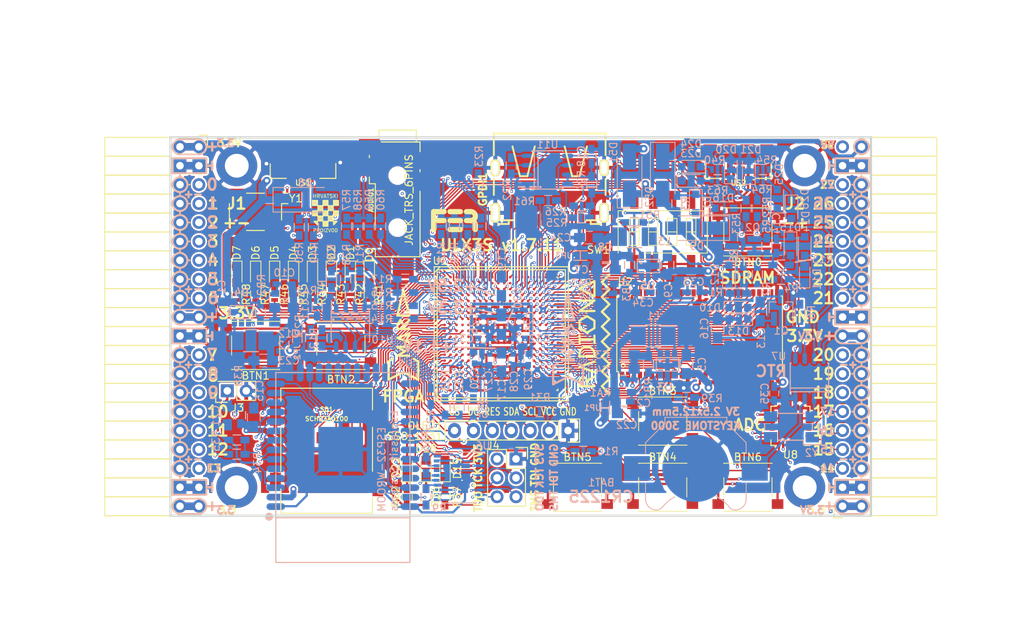
<source format=kicad_pcb>
(kicad_pcb (version 4) (host pcbnew 4.0.7+dfsg1-1)

  (general
    (links 757)
    (no_connects 0)
    (area 93.949999 61.269999 188.230001 112.370001)
    (thickness 1.6)
    (drawings 478)
    (tracks 4728)
    (zones 0)
    (modules 184)
    (nets 256)
  )

  (page A4)
  (layers
    (0 F.Cu signal)
    (1 In1.Cu signal)
    (2 In2.Cu signal)
    (31 B.Cu signal)
    (32 B.Adhes user)
    (33 F.Adhes user)
    (34 B.Paste user)
    (35 F.Paste user)
    (36 B.SilkS user)
    (37 F.SilkS user)
    (38 B.Mask user)
    (39 F.Mask user)
    (40 Dwgs.User user)
    (41 Cmts.User user)
    (42 Eco1.User user)
    (43 Eco2.User user)
    (44 Edge.Cuts user)
    (45 Margin user)
    (46 B.CrtYd user)
    (47 F.CrtYd user)
    (48 B.Fab user)
    (49 F.Fab user)
  )

  (setup
    (last_trace_width 0.3)
    (trace_clearance 0.127)
    (zone_clearance 0.127)
    (zone_45_only no)
    (trace_min 0.127)
    (segment_width 0.2)
    (edge_width 0.2)
    (via_size 0.4)
    (via_drill 0.2)
    (via_min_size 0.4)
    (via_min_drill 0.2)
    (uvia_size 0.3)
    (uvia_drill 0.1)
    (uvias_allowed no)
    (uvia_min_size 0.2)
    (uvia_min_drill 0.1)
    (pcb_text_width 0.3)
    (pcb_text_size 1.5 1.5)
    (mod_edge_width 0.15)
    (mod_text_size 1 1)
    (mod_text_width 0.15)
    (pad_size 1.7272 1.7272)
    (pad_drill 1.016)
    (pad_to_mask_clearance 0.05)
    (aux_axis_origin 94.1 112.22)
    (grid_origin 94.1 112.22)
    (visible_elements 7FFFFFFF)
    (pcbplotparams
      (layerselection 0x310f0_80000007)
      (usegerberextensions true)
      (excludeedgelayer true)
      (linewidth 0.100000)
      (plotframeref false)
      (viasonmask false)
      (mode 1)
      (useauxorigin false)
      (hpglpennumber 1)
      (hpglpenspeed 20)
      (hpglpendiameter 15)
      (hpglpenoverlay 2)
      (psnegative false)
      (psa4output false)
      (plotreference true)
      (plotvalue true)
      (plotinvisibletext false)
      (padsonsilk false)
      (subtractmaskfromsilk false)
      (outputformat 1)
      (mirror false)
      (drillshape 0)
      (scaleselection 1)
      (outputdirectory plot))
  )

  (net 0 "")
  (net 1 GND)
  (net 2 +5V)
  (net 3 /gpio/IN5V)
  (net 4 /gpio/OUT5V)
  (net 5 +3V3)
  (net 6 BTN_D)
  (net 7 BTN_F1)
  (net 8 BTN_F2)
  (net 9 BTN_L)
  (net 10 BTN_R)
  (net 11 BTN_U)
  (net 12 /power/FB1)
  (net 13 +2V5)
  (net 14 /power/PWREN)
  (net 15 /power/FB3)
  (net 16 /power/FB2)
  (net 17 "Net-(D9-Pad1)")
  (net 18 /power/VBAT)
  (net 19 JTAG_TDI)
  (net 20 JTAG_TCK)
  (net 21 JTAG_TMS)
  (net 22 JTAG_TDO)
  (net 23 /power/WAKEUPn)
  (net 24 /power/WKUP)
  (net 25 /power/SHUT)
  (net 26 /power/WAKE)
  (net 27 /power/HOLD)
  (net 28 /power/WKn)
  (net 29 /power/OSCI_32k)
  (net 30 /power/OSCO_32k)
  (net 31 "Net-(Q2-Pad3)")
  (net 32 SHUTDOWN)
  (net 33 /analog/AUDIO_L)
  (net 34 /analog/AUDIO_R)
  (net 35 GPDI_5V_SCL)
  (net 36 GPDI_5V_SDA)
  (net 37 GPDI_SDA)
  (net 38 GPDI_SCL)
  (net 39 /gpdi/VREF2)
  (net 40 SD_CMD)
  (net 41 SD_CLK)
  (net 42 SD_D0)
  (net 43 SD_D1)
  (net 44 USB5V)
  (net 45 GPDI_CEC)
  (net 46 nRESET)
  (net 47 FTDI_nDTR)
  (net 48 SDRAM_CKE)
  (net 49 SDRAM_A7)
  (net 50 SDRAM_D15)
  (net 51 SDRAM_BA1)
  (net 52 SDRAM_D7)
  (net 53 SDRAM_A6)
  (net 54 SDRAM_CLK)
  (net 55 SDRAM_D13)
  (net 56 SDRAM_BA0)
  (net 57 SDRAM_D6)
  (net 58 SDRAM_A5)
  (net 59 SDRAM_D14)
  (net 60 SDRAM_A11)
  (net 61 SDRAM_D12)
  (net 62 SDRAM_D5)
  (net 63 SDRAM_A4)
  (net 64 SDRAM_A10)
  (net 65 SDRAM_D11)
  (net 66 SDRAM_A3)
  (net 67 SDRAM_D4)
  (net 68 SDRAM_D10)
  (net 69 SDRAM_D9)
  (net 70 SDRAM_A9)
  (net 71 SDRAM_D3)
  (net 72 SDRAM_D8)
  (net 73 SDRAM_A8)
  (net 74 SDRAM_A2)
  (net 75 SDRAM_A1)
  (net 76 SDRAM_A0)
  (net 77 SDRAM_D2)
  (net 78 SDRAM_D1)
  (net 79 SDRAM_D0)
  (net 80 SDRAM_DQM0)
  (net 81 SDRAM_nCS)
  (net 82 SDRAM_nRAS)
  (net 83 SDRAM_DQM1)
  (net 84 SDRAM_nCAS)
  (net 85 SDRAM_nWE)
  (net 86 /flash/FLASH_nWP)
  (net 87 /flash/FLASH_nHOLD)
  (net 88 /flash/FLASH_MOSI)
  (net 89 /flash/FLASH_MISO)
  (net 90 /flash/FLASH_SCK)
  (net 91 /flash/FLASH_nCS)
  (net 92 /flash/FPGA_PROGRAMN)
  (net 93 /flash/FPGA_DONE)
  (net 94 /flash/FPGA_INITN)
  (net 95 OLED_RES)
  (net 96 OLED_DC)
  (net 97 OLED_CS)
  (net 98 WIFI_EN)
  (net 99 FTDI_nRTS)
  (net 100 FTDI_TXD)
  (net 101 FTDI_RXD)
  (net 102 WIFI_RXD)
  (net 103 WIFI_GPIO0)
  (net 104 WIFI_TXD)
  (net 105 GPDI_ETH-)
  (net 106 GPDI_ETH+)
  (net 107 GPDI_D2+)
  (net 108 GPDI_D2-)
  (net 109 GPDI_D1+)
  (net 110 GPDI_D1-)
  (net 111 GPDI_D0+)
  (net 112 GPDI_D0-)
  (net 113 GPDI_CLK+)
  (net 114 GPDI_CLK-)
  (net 115 USB_FTDI_D+)
  (net 116 USB_FTDI_D-)
  (net 117 SD_D3)
  (net 118 AUDIO_L3)
  (net 119 AUDIO_L2)
  (net 120 AUDIO_L1)
  (net 121 AUDIO_L0)
  (net 122 AUDIO_R3)
  (net 123 AUDIO_R2)
  (net 124 AUDIO_R1)
  (net 125 AUDIO_R0)
  (net 126 OLED_CLK)
  (net 127 OLED_MOSI)
  (net 128 LED0)
  (net 129 LED1)
  (net 130 LED2)
  (net 131 LED3)
  (net 132 LED4)
  (net 133 LED5)
  (net 134 LED6)
  (net 135 LED7)
  (net 136 BTN_PWRn)
  (net 137 FTDI_nTXLED)
  (net 138 FTDI_nSLEEP)
  (net 139 /blinkey/LED_PWREN)
  (net 140 /blinkey/LED_TXLED)
  (net 141 /sdcard/SD3V3)
  (net 142 SD_D2)
  (net 143 CLK_25MHz)
  (net 144 /blinkey/BTNPUL)
  (net 145 /blinkey/BTNPUR)
  (net 146 USB_FPGA_D+)
  (net 147 /power/FTDI_nSUSPEND)
  (net 148 /blinkey/ALED0)
  (net 149 /blinkey/ALED1)
  (net 150 /blinkey/ALED2)
  (net 151 /blinkey/ALED3)
  (net 152 /blinkey/ALED4)
  (net 153 /blinkey/ALED5)
  (net 154 /blinkey/ALED6)
  (net 155 /blinkey/ALED7)
  (net 156 /usb/FTD-)
  (net 157 /usb/FTD+)
  (net 158 ADC_MISO)
  (net 159 ADC_MOSI)
  (net 160 ADC_CSn)
  (net 161 ADC_SCLK)
  (net 162 SW3)
  (net 163 SW2)
  (net 164 SW1)
  (net 165 USB_FPGA_D-)
  (net 166 /usb/FPD+)
  (net 167 /usb/FPD-)
  (net 168 WIFI_GPIO16)
  (net 169 /usb/ANT_433MHz)
  (net 170 /power/PWRBTn)
  (net 171 PROG_DONE)
  (net 172 /power/P3V3)
  (net 173 /power/P2V5)
  (net 174 /power/L1)
  (net 175 /power/L3)
  (net 176 /power/L2)
  (net 177 FTDI_TXDEN)
  (net 178 SDRAM_A12)
  (net 179 /analog/AUDIO_V)
  (net 180 AUDIO_V3)
  (net 181 AUDIO_V2)
  (net 182 AUDIO_V1)
  (net 183 AUDIO_V0)
  (net 184 /gpdi/FPGA_CEC)
  (net 185 /blinkey/LED_WIFI)
  (net 186 /power/P1V1)
  (net 187 +1V1)
  (net 188 SW4)
  (net 189 /blinkey/SWPU)
  (net 190 /wifi/WIFIEN)
  (net 191 FT2V5)
  (net 192 GN0)
  (net 193 GP0)
  (net 194 GN1)
  (net 195 GP1)
  (net 196 GN2)
  (net 197 GP2)
  (net 198 GN3)
  (net 199 GP3)
  (net 200 GN4)
  (net 201 GP4)
  (net 202 GN5)
  (net 203 GP5)
  (net 204 GN6)
  (net 205 GP6)
  (net 206 GN14)
  (net 207 GP14)
  (net 208 GN15)
  (net 209 GP15)
  (net 210 GN16)
  (net 211 GP16)
  (net 212 GN17)
  (net 213 GP17)
  (net 214 GN18)
  (net 215 GP18)
  (net 216 GN19)
  (net 217 GP19)
  (net 218 GN20)
  (net 219 GP20)
  (net 220 GN21)
  (net 221 GP21)
  (net 222 GN22)
  (net 223 GP22)
  (net 224 GN23)
  (net 225 GP23)
  (net 226 GN24)
  (net 227 GP24)
  (net 228 GN25)
  (net 229 GP25)
  (net 230 GN26)
  (net 231 GP26)
  (net 232 GN27)
  (net 233 GP27)
  (net 234 GN7)
  (net 235 GP7)
  (net 236 GN8)
  (net 237 GP8)
  (net 238 GN9)
  (net 239 GP9)
  (net 240 GN10)
  (net 241 GP10)
  (net 242 GN11)
  (net 243 GP11)
  (net 244 GN12)
  (net 245 GP12)
  (net 246 GN13)
  (net 247 GP13)
  (net 248 WIFI_GPIO5)
  (net 249 WIFI_GPIO17)
  (net 250 USB_FPGA_PULL_D+)
  (net 251 USB_FPGA_PULL_D-)
  (net 252 "Net-(D23-Pad2)")
  (net 253 "Net-(D24-Pad1)")
  (net 254 "Net-(D25-Pad2)")
  (net 255 "Net-(D26-Pad1)")

  (net_class Default "This is the default net class."
    (clearance 0.127)
    (trace_width 0.3)
    (via_dia 0.4)
    (via_drill 0.2)
    (uvia_dia 0.3)
    (uvia_drill 0.1)
    (add_net +1V1)
    (add_net +2V5)
    (add_net +3V3)
    (add_net +5V)
    (add_net /analog/AUDIO_L)
    (add_net /analog/AUDIO_R)
    (add_net /analog/AUDIO_V)
    (add_net /blinkey/ALED0)
    (add_net /blinkey/ALED1)
    (add_net /blinkey/ALED2)
    (add_net /blinkey/ALED3)
    (add_net /blinkey/ALED4)
    (add_net /blinkey/ALED5)
    (add_net /blinkey/ALED6)
    (add_net /blinkey/ALED7)
    (add_net /blinkey/BTNPUL)
    (add_net /blinkey/BTNPUR)
    (add_net /blinkey/LED_PWREN)
    (add_net /blinkey/LED_TXLED)
    (add_net /blinkey/LED_WIFI)
    (add_net /blinkey/SWPU)
    (add_net /gpdi/VREF2)
    (add_net /gpio/IN5V)
    (add_net /gpio/OUT5V)
    (add_net /power/FB1)
    (add_net /power/FB2)
    (add_net /power/FB3)
    (add_net /power/FTDI_nSUSPEND)
    (add_net /power/HOLD)
    (add_net /power/L1)
    (add_net /power/L2)
    (add_net /power/L3)
    (add_net /power/OSCI_32k)
    (add_net /power/OSCO_32k)
    (add_net /power/P1V1)
    (add_net /power/P2V5)
    (add_net /power/P3V3)
    (add_net /power/PWRBTn)
    (add_net /power/PWREN)
    (add_net /power/SHUT)
    (add_net /power/VBAT)
    (add_net /power/WAKE)
    (add_net /power/WAKEUPn)
    (add_net /power/WKUP)
    (add_net /power/WKn)
    (add_net /sdcard/SD3V3)
    (add_net /usb/ANT_433MHz)
    (add_net /usb/FPD+)
    (add_net /usb/FPD-)
    (add_net /usb/FTD+)
    (add_net /usb/FTD-)
    (add_net /wifi/WIFIEN)
    (add_net FT2V5)
    (add_net GND)
    (add_net "Net-(D23-Pad2)")
    (add_net "Net-(D24-Pad1)")
    (add_net "Net-(D25-Pad2)")
    (add_net "Net-(D26-Pad1)")
    (add_net "Net-(D9-Pad1)")
    (add_net "Net-(Q2-Pad3)")
    (add_net SW4)
    (add_net USB5V)
  )

  (net_class BGA ""
    (clearance 0.127)
    (trace_width 0.19)
    (via_dia 0.4)
    (via_drill 0.2)
    (uvia_dia 0.3)
    (uvia_drill 0.1)
    (add_net /flash/FLASH_MISO)
    (add_net /flash/FLASH_MOSI)
    (add_net /flash/FLASH_SCK)
    (add_net /flash/FLASH_nCS)
    (add_net /flash/FLASH_nHOLD)
    (add_net /flash/FLASH_nWP)
    (add_net /flash/FPGA_DONE)
    (add_net /flash/FPGA_INITN)
    (add_net /flash/FPGA_PROGRAMN)
    (add_net /gpdi/FPGA_CEC)
    (add_net ADC_CSn)
    (add_net ADC_MISO)
    (add_net ADC_MOSI)
    (add_net ADC_SCLK)
    (add_net AUDIO_L0)
    (add_net AUDIO_L1)
    (add_net AUDIO_L2)
    (add_net AUDIO_L3)
    (add_net AUDIO_R0)
    (add_net AUDIO_R1)
    (add_net AUDIO_R2)
    (add_net AUDIO_R3)
    (add_net AUDIO_V0)
    (add_net AUDIO_V1)
    (add_net AUDIO_V2)
    (add_net AUDIO_V3)
    (add_net BTN_D)
    (add_net BTN_F1)
    (add_net BTN_F2)
    (add_net BTN_L)
    (add_net BTN_PWRn)
    (add_net BTN_R)
    (add_net BTN_U)
    (add_net CLK_25MHz)
    (add_net FTDI_RXD)
    (add_net FTDI_TXD)
    (add_net FTDI_TXDEN)
    (add_net FTDI_nDTR)
    (add_net FTDI_nRTS)
    (add_net FTDI_nSLEEP)
    (add_net FTDI_nTXLED)
    (add_net GN0)
    (add_net GN1)
    (add_net GN10)
    (add_net GN11)
    (add_net GN12)
    (add_net GN13)
    (add_net GN14)
    (add_net GN15)
    (add_net GN16)
    (add_net GN17)
    (add_net GN18)
    (add_net GN19)
    (add_net GN2)
    (add_net GN20)
    (add_net GN21)
    (add_net GN22)
    (add_net GN23)
    (add_net GN24)
    (add_net GN25)
    (add_net GN26)
    (add_net GN27)
    (add_net GN3)
    (add_net GN4)
    (add_net GN5)
    (add_net GN6)
    (add_net GN7)
    (add_net GN8)
    (add_net GN9)
    (add_net GP0)
    (add_net GP1)
    (add_net GP10)
    (add_net GP11)
    (add_net GP12)
    (add_net GP13)
    (add_net GP14)
    (add_net GP15)
    (add_net GP16)
    (add_net GP17)
    (add_net GP18)
    (add_net GP19)
    (add_net GP2)
    (add_net GP20)
    (add_net GP21)
    (add_net GP22)
    (add_net GP23)
    (add_net GP24)
    (add_net GP25)
    (add_net GP26)
    (add_net GP27)
    (add_net GP3)
    (add_net GP4)
    (add_net GP5)
    (add_net GP6)
    (add_net GP7)
    (add_net GP8)
    (add_net GP9)
    (add_net GPDI_5V_SCL)
    (add_net GPDI_5V_SDA)
    (add_net GPDI_CEC)
    (add_net GPDI_CLK+)
    (add_net GPDI_CLK-)
    (add_net GPDI_D0+)
    (add_net GPDI_D0-)
    (add_net GPDI_D1+)
    (add_net GPDI_D1-)
    (add_net GPDI_D2+)
    (add_net GPDI_D2-)
    (add_net GPDI_ETH+)
    (add_net GPDI_ETH-)
    (add_net GPDI_SCL)
    (add_net GPDI_SDA)
    (add_net JTAG_TCK)
    (add_net JTAG_TDI)
    (add_net JTAG_TDO)
    (add_net JTAG_TMS)
    (add_net LED0)
    (add_net LED1)
    (add_net LED2)
    (add_net LED3)
    (add_net LED4)
    (add_net LED5)
    (add_net LED6)
    (add_net LED7)
    (add_net OLED_CLK)
    (add_net OLED_CS)
    (add_net OLED_DC)
    (add_net OLED_MOSI)
    (add_net OLED_RES)
    (add_net PROG_DONE)
    (add_net SDRAM_A0)
    (add_net SDRAM_A1)
    (add_net SDRAM_A10)
    (add_net SDRAM_A11)
    (add_net SDRAM_A12)
    (add_net SDRAM_A2)
    (add_net SDRAM_A3)
    (add_net SDRAM_A4)
    (add_net SDRAM_A5)
    (add_net SDRAM_A6)
    (add_net SDRAM_A7)
    (add_net SDRAM_A8)
    (add_net SDRAM_A9)
    (add_net SDRAM_BA0)
    (add_net SDRAM_BA1)
    (add_net SDRAM_CKE)
    (add_net SDRAM_CLK)
    (add_net SDRAM_D0)
    (add_net SDRAM_D1)
    (add_net SDRAM_D10)
    (add_net SDRAM_D11)
    (add_net SDRAM_D12)
    (add_net SDRAM_D13)
    (add_net SDRAM_D14)
    (add_net SDRAM_D15)
    (add_net SDRAM_D2)
    (add_net SDRAM_D3)
    (add_net SDRAM_D4)
    (add_net SDRAM_D5)
    (add_net SDRAM_D6)
    (add_net SDRAM_D7)
    (add_net SDRAM_D8)
    (add_net SDRAM_D9)
    (add_net SDRAM_DQM0)
    (add_net SDRAM_DQM1)
    (add_net SDRAM_nCAS)
    (add_net SDRAM_nCS)
    (add_net SDRAM_nRAS)
    (add_net SDRAM_nWE)
    (add_net SD_CLK)
    (add_net SD_CMD)
    (add_net SD_D0)
    (add_net SD_D1)
    (add_net SD_D2)
    (add_net SD_D3)
    (add_net SHUTDOWN)
    (add_net SW1)
    (add_net SW2)
    (add_net SW3)
    (add_net USB_FPGA_D+)
    (add_net USB_FPGA_D-)
    (add_net USB_FPGA_PULL_D+)
    (add_net USB_FPGA_PULL_D-)
    (add_net USB_FTDI_D+)
    (add_net USB_FTDI_D-)
    (add_net WIFI_EN)
    (add_net WIFI_GPIO0)
    (add_net WIFI_GPIO16)
    (add_net WIFI_GPIO17)
    (add_net WIFI_GPIO5)
    (add_net WIFI_RXD)
    (add_net WIFI_TXD)
    (add_net nRESET)
  )

  (net_class Minimal ""
    (clearance 0.127)
    (trace_width 0.127)
    (via_dia 0.4)
    (via_drill 0.2)
    (uvia_dia 0.3)
    (uvia_drill 0.1)
  )

  (module Socket_Strips:Socket_Strip_Angled_2x20 (layer F.Cu) (tedit 5A2B354F) (tstamp 58E6BE3D)
    (at 97.91 62.69 270)
    (descr "Through hole socket strip")
    (tags "socket strip")
    (path /56AC389C/58E6B835)
    (fp_text reference J1 (at 7.62 -5.08 360) (layer F.SilkS)
      (effects (font (size 1.5 1.5) (thickness 0.3)))
    )
    (fp_text value CONN_02X20 (at 0 -2.6 270) (layer F.Fab) hide
      (effects (font (size 1 1) (thickness 0.15)))
    )
    (fp_line (start -1.75 -1.35) (end -1.75 13.15) (layer F.CrtYd) (width 0.05))
    (fp_line (start 50.05 -1.35) (end 50.05 13.15) (layer F.CrtYd) (width 0.05))
    (fp_line (start -1.75 -1.35) (end 50.05 -1.35) (layer F.CrtYd) (width 0.05))
    (fp_line (start -1.75 13.15) (end 50.05 13.15) (layer F.CrtYd) (width 0.05))
    (fp_line (start 49.53 12.64) (end 49.53 3.81) (layer F.SilkS) (width 0.15))
    (fp_line (start 46.99 12.64) (end 49.53 12.64) (layer F.SilkS) (width 0.15))
    (fp_line (start 46.99 3.81) (end 49.53 3.81) (layer F.SilkS) (width 0.15))
    (fp_line (start 49.53 3.81) (end 49.53 12.64) (layer F.SilkS) (width 0.15))
    (fp_line (start 46.99 3.81) (end 46.99 12.64) (layer F.SilkS) (width 0.15))
    (fp_line (start 44.45 3.81) (end 46.99 3.81) (layer F.SilkS) (width 0.15))
    (fp_line (start 44.45 12.64) (end 46.99 12.64) (layer F.SilkS) (width 0.15))
    (fp_line (start 46.99 12.64) (end 46.99 3.81) (layer F.SilkS) (width 0.15))
    (fp_line (start 29.21 12.64) (end 29.21 3.81) (layer F.SilkS) (width 0.15))
    (fp_line (start 26.67 12.64) (end 29.21 12.64) (layer F.SilkS) (width 0.15))
    (fp_line (start 26.67 3.81) (end 29.21 3.81) (layer F.SilkS) (width 0.15))
    (fp_line (start 29.21 3.81) (end 29.21 12.64) (layer F.SilkS) (width 0.15))
    (fp_line (start 31.75 3.81) (end 31.75 12.64) (layer F.SilkS) (width 0.15))
    (fp_line (start 29.21 3.81) (end 31.75 3.81) (layer F.SilkS) (width 0.15))
    (fp_line (start 29.21 12.64) (end 31.75 12.64) (layer F.SilkS) (width 0.15))
    (fp_line (start 31.75 12.64) (end 31.75 3.81) (layer F.SilkS) (width 0.15))
    (fp_line (start 44.45 12.64) (end 44.45 3.81) (layer F.SilkS) (width 0.15))
    (fp_line (start 41.91 12.64) (end 44.45 12.64) (layer F.SilkS) (width 0.15))
    (fp_line (start 41.91 3.81) (end 44.45 3.81) (layer F.SilkS) (width 0.15))
    (fp_line (start 44.45 3.81) (end 44.45 12.64) (layer F.SilkS) (width 0.15))
    (fp_line (start 41.91 3.81) (end 41.91 12.64) (layer F.SilkS) (width 0.15))
    (fp_line (start 39.37 3.81) (end 41.91 3.81) (layer F.SilkS) (width 0.15))
    (fp_line (start 39.37 12.64) (end 41.91 12.64) (layer F.SilkS) (width 0.15))
    (fp_line (start 41.91 12.64) (end 41.91 3.81) (layer F.SilkS) (width 0.15))
    (fp_line (start 39.37 12.64) (end 39.37 3.81) (layer F.SilkS) (width 0.15))
    (fp_line (start 36.83 12.64) (end 39.37 12.64) (layer F.SilkS) (width 0.15))
    (fp_line (start 36.83 3.81) (end 39.37 3.81) (layer F.SilkS) (width 0.15))
    (fp_line (start 39.37 3.81) (end 39.37 12.64) (layer F.SilkS) (width 0.15))
    (fp_line (start 36.83 3.81) (end 36.83 12.64) (layer F.SilkS) (width 0.15))
    (fp_line (start 34.29 3.81) (end 36.83 3.81) (layer F.SilkS) (width 0.15))
    (fp_line (start 34.29 12.64) (end 36.83 12.64) (layer F.SilkS) (width 0.15))
    (fp_line (start 36.83 12.64) (end 36.83 3.81) (layer F.SilkS) (width 0.15))
    (fp_line (start 34.29 12.64) (end 34.29 3.81) (layer F.SilkS) (width 0.15))
    (fp_line (start 31.75 12.64) (end 34.29 12.64) (layer F.SilkS) (width 0.15))
    (fp_line (start 31.75 3.81) (end 34.29 3.81) (layer F.SilkS) (width 0.15))
    (fp_line (start 34.29 3.81) (end 34.29 12.64) (layer F.SilkS) (width 0.15))
    (fp_line (start 16.51 3.81) (end 16.51 12.64) (layer F.SilkS) (width 0.15))
    (fp_line (start 13.97 3.81) (end 16.51 3.81) (layer F.SilkS) (width 0.15))
    (fp_line (start 13.97 12.64) (end 16.51 12.64) (layer F.SilkS) (width 0.15))
    (fp_line (start 16.51 12.64) (end 16.51 3.81) (layer F.SilkS) (width 0.15))
    (fp_line (start 19.05 12.64) (end 19.05 3.81) (layer F.SilkS) (width 0.15))
    (fp_line (start 16.51 12.64) (end 19.05 12.64) (layer F.SilkS) (width 0.15))
    (fp_line (start 16.51 3.81) (end 19.05 3.81) (layer F.SilkS) (width 0.15))
    (fp_line (start 19.05 3.81) (end 19.05 12.64) (layer F.SilkS) (width 0.15))
    (fp_line (start 21.59 3.81) (end 21.59 12.64) (layer F.SilkS) (width 0.15))
    (fp_line (start 19.05 3.81) (end 21.59 3.81) (layer F.SilkS) (width 0.15))
    (fp_line (start 19.05 12.64) (end 21.59 12.64) (layer F.SilkS) (width 0.15))
    (fp_line (start 21.59 12.64) (end 21.59 3.81) (layer F.SilkS) (width 0.15))
    (fp_line (start 24.13 12.64) (end 24.13 3.81) (layer F.SilkS) (width 0.15))
    (fp_line (start 21.59 12.64) (end 24.13 12.64) (layer F.SilkS) (width 0.15))
    (fp_line (start 21.59 3.81) (end 24.13 3.81) (layer F.SilkS) (width 0.15))
    (fp_line (start 24.13 3.81) (end 24.13 12.64) (layer F.SilkS) (width 0.15))
    (fp_line (start 26.67 3.81) (end 26.67 12.64) (layer F.SilkS) (width 0.15))
    (fp_line (start 24.13 3.81) (end 26.67 3.81) (layer F.SilkS) (width 0.15))
    (fp_line (start 24.13 12.64) (end 26.67 12.64) (layer F.SilkS) (width 0.15))
    (fp_line (start 26.67 12.64) (end 26.67 3.81) (layer F.SilkS) (width 0.15))
    (fp_line (start 13.97 12.64) (end 13.97 3.81) (layer F.SilkS) (width 0.15))
    (fp_line (start 11.43 12.64) (end 13.97 12.64) (layer F.SilkS) (width 0.15))
    (fp_line (start 11.43 3.81) (end 13.97 3.81) (layer F.SilkS) (width 0.15))
    (fp_line (start 13.97 3.81) (end 13.97 12.64) (layer F.SilkS) (width 0.15))
    (fp_line (start 11.43 3.81) (end 11.43 12.64) (layer F.SilkS) (width 0.15))
    (fp_line (start 8.89 3.81) (end 11.43 3.81) (layer F.SilkS) (width 0.15))
    (fp_line (start 8.89 12.64) (end 11.43 12.64) (layer F.SilkS) (width 0.15))
    (fp_line (start 11.43 12.64) (end 11.43 3.81) (layer F.SilkS) (width 0.15))
    (fp_line (start 8.89 12.64) (end 8.89 3.81) (layer F.SilkS) (width 0.15))
    (fp_line (start 6.35 12.64) (end 8.89 12.64) (layer F.SilkS) (width 0.15))
    (fp_line (start 6.35 3.81) (end 8.89 3.81) (layer F.SilkS) (width 0.15))
    (fp_line (start 8.89 3.81) (end 8.89 12.64) (layer F.SilkS) (width 0.15))
    (fp_line (start 6.35 3.81) (end 6.35 12.64) (layer F.SilkS) (width 0.15))
    (fp_line (start 3.81 3.81) (end 6.35 3.81) (layer F.SilkS) (width 0.15))
    (fp_line (start 3.81 12.64) (end 6.35 12.64) (layer F.SilkS) (width 0.15))
    (fp_line (start 6.35 12.64) (end 6.35 3.81) (layer F.SilkS) (width 0.15))
    (fp_line (start 3.81 12.64) (end 3.81 3.81) (layer F.SilkS) (width 0.15))
    (fp_line (start 1.27 12.64) (end 3.81 12.64) (layer F.SilkS) (width 0.15))
    (fp_line (start 1.27 3.81) (end 3.81 3.81) (layer F.SilkS) (width 0.15))
    (fp_line (start 3.81 3.81) (end 3.81 12.64) (layer F.SilkS) (width 0.15))
    (fp_line (start 1.27 3.81) (end 1.27 12.64) (layer F.SilkS) (width 0.15))
    (fp_line (start -1.27 3.81) (end 1.27 3.81) (layer F.SilkS) (width 0.15))
    (fp_line (start 0 -1.15) (end -1.55 -1.15) (layer F.SilkS) (width 0.15))
    (fp_line (start -1.55 -1.15) (end -1.55 0) (layer F.SilkS) (width 0.15))
    (fp_line (start -1.27 3.81) (end -1.27 12.64) (layer F.SilkS) (width 0.15))
    (fp_line (start -1.27 12.64) (end 1.27 12.64) (layer F.SilkS) (width 0.15))
    (fp_line (start 1.27 12.64) (end 1.27 3.81) (layer F.SilkS) (width 0.15))
    (pad 1 thru_hole oval (at 0 0 270) (size 1.7272 1.7272) (drill 1.016) (layers *.Cu *.Mask)
      (net 5 +3V3))
    (pad 2 thru_hole oval (at 0 2.54 270) (size 1.7272 1.7272) (drill 1.016) (layers *.Cu *.Mask)
      (net 5 +3V3))
    (pad 3 thru_hole rect (at 2.54 0 270) (size 1.7272 1.7272) (drill 1.016) (layers *.Cu *.Mask)
      (net 1 GND))
    (pad 4 thru_hole rect (at 2.54 2.54 270) (size 1.7272 1.7272) (drill 1.016) (layers *.Cu *.Mask)
      (net 1 GND))
    (pad 5 thru_hole oval (at 5.08 0 270) (size 1.7272 1.7272) (drill 1.016) (layers *.Cu *.Mask)
      (net 192 GN0))
    (pad 6 thru_hole oval (at 5.08 2.54 270) (size 1.7272 1.7272) (drill 1.016) (layers *.Cu *.Mask)
      (net 193 GP0))
    (pad 7 thru_hole oval (at 7.62 0 270) (size 1.7272 1.7272) (drill 1.016) (layers *.Cu *.Mask)
      (net 194 GN1))
    (pad 8 thru_hole oval (at 7.62 2.54 270) (size 1.7272 1.7272) (drill 1.016) (layers *.Cu *.Mask)
      (net 195 GP1))
    (pad 9 thru_hole oval (at 10.16 0 270) (size 1.7272 1.7272) (drill 1.016) (layers *.Cu *.Mask)
      (net 196 GN2))
    (pad 10 thru_hole oval (at 10.16 2.54 270) (size 1.7272 1.7272) (drill 1.016) (layers *.Cu *.Mask)
      (net 197 GP2))
    (pad 11 thru_hole oval (at 12.7 0 270) (size 1.7272 1.7272) (drill 1.016) (layers *.Cu *.Mask)
      (net 198 GN3))
    (pad 12 thru_hole oval (at 12.7 2.54 270) (size 1.7272 1.7272) (drill 1.016) (layers *.Cu *.Mask)
      (net 199 GP3))
    (pad 13 thru_hole oval (at 15.24 0 270) (size 1.7272 1.7272) (drill 1.016) (layers *.Cu *.Mask)
      (net 200 GN4))
    (pad 14 thru_hole oval (at 15.24 2.54 270) (size 1.7272 1.7272) (drill 1.016) (layers *.Cu *.Mask)
      (net 201 GP4))
    (pad 15 thru_hole oval (at 17.78 0 270) (size 1.7272 1.7272) (drill 1.016) (layers *.Cu *.Mask)
      (net 202 GN5))
    (pad 16 thru_hole oval (at 17.78 2.54 270) (size 1.7272 1.7272) (drill 1.016) (layers *.Cu *.Mask)
      (net 203 GP5))
    (pad 17 thru_hole oval (at 20.32 0 270) (size 1.7272 1.7272) (drill 1.016) (layers *.Cu *.Mask)
      (net 204 GN6))
    (pad 18 thru_hole oval (at 20.32 2.54 270) (size 1.7272 1.7272) (drill 1.016) (layers *.Cu *.Mask)
      (net 205 GP6))
    (pad 19 thru_hole oval (at 22.86 0 270) (size 1.7272 1.7272) (drill 1.016) (layers *.Cu *.Mask)
      (net 5 +3V3))
    (pad 20 thru_hole oval (at 22.86 2.54 270) (size 1.7272 1.7272) (drill 1.016) (layers *.Cu *.Mask)
      (net 5 +3V3))
    (pad 21 thru_hole rect (at 25.4 0 270) (size 1.7272 1.7272) (drill 1.016) (layers *.Cu *.Mask)
      (net 1 GND))
    (pad 22 thru_hole rect (at 25.4 2.54 270) (size 1.7272 1.7272) (drill 1.016) (layers *.Cu *.Mask)
      (net 1 GND))
    (pad 23 thru_hole oval (at 27.94 0 270) (size 1.7272 1.7272) (drill 1.016) (layers *.Cu *.Mask)
      (net 234 GN7))
    (pad 24 thru_hole oval (at 27.94 2.54 270) (size 1.7272 1.7272) (drill 1.016) (layers *.Cu *.Mask)
      (net 235 GP7))
    (pad 25 thru_hole oval (at 30.48 0 270) (size 1.7272 1.7272) (drill 1.016) (layers *.Cu *.Mask)
      (net 236 GN8))
    (pad 26 thru_hole oval (at 30.48 2.54 270) (size 1.7272 1.7272) (drill 1.016) (layers *.Cu *.Mask)
      (net 237 GP8))
    (pad 27 thru_hole oval (at 33.02 0 270) (size 1.7272 1.7272) (drill 1.016) (layers *.Cu *.Mask)
      (net 238 GN9))
    (pad 28 thru_hole oval (at 33.02 2.54 270) (size 1.7272 1.7272) (drill 1.016) (layers *.Cu *.Mask)
      (net 239 GP9))
    (pad 29 thru_hole oval (at 35.56 0 270) (size 1.7272 1.7272) (drill 1.016) (layers *.Cu *.Mask)
      (net 240 GN10))
    (pad 30 thru_hole oval (at 35.56 2.54 270) (size 1.7272 1.7272) (drill 1.016) (layers *.Cu *.Mask)
      (net 241 GP10))
    (pad 31 thru_hole oval (at 38.1 0 270) (size 1.7272 1.7272) (drill 1.016) (layers *.Cu *.Mask)
      (net 242 GN11))
    (pad 32 thru_hole oval (at 38.1 2.54 270) (size 1.7272 1.7272) (drill 1.016) (layers *.Cu *.Mask)
      (net 243 GP11))
    (pad 33 thru_hole oval (at 40.64 0 270) (size 1.7272 1.7272) (drill 1.016) (layers *.Cu *.Mask)
      (net 244 GN12))
    (pad 34 thru_hole oval (at 40.64 2.54 270) (size 1.7272 1.7272) (drill 1.016) (layers *.Cu *.Mask)
      (net 245 GP12))
    (pad 35 thru_hole oval (at 43.18 0 270) (size 1.7272 1.7272) (drill 1.016) (layers *.Cu *.Mask)
      (net 246 GN13))
    (pad 36 thru_hole oval (at 43.18 2.54 270) (size 1.7272 1.7272) (drill 1.016) (layers *.Cu *.Mask)
      (net 247 GP13))
    (pad 37 thru_hole rect (at 45.72 0 270) (size 1.7272 1.7272) (drill 1.016) (layers *.Cu *.Mask)
      (net 1 GND))
    (pad 38 thru_hole rect (at 45.72 2.54 270) (size 1.7272 1.7272) (drill 1.016) (layers *.Cu *.Mask)
      (net 1 GND))
    (pad 39 thru_hole oval (at 48.26 0 270) (size 1.7272 1.7272) (drill 1.016) (layers *.Cu *.Mask)
      (net 5 +3V3))
    (pad 40 thru_hole oval (at 48.26 2.54 270) (size 1.7272 1.7272) (drill 1.016) (layers *.Cu *.Mask)
      (net 5 +3V3))
    (model Socket_Strips.3dshapes/Socket_Strip_Angled_2x20.wrl
      (at (xyz 0.95 -0.05 0))
      (scale (xyz 1 1 1))
      (rotate (xyz 0 0 180))
    )
  )

  (module SMD_Packages:1Pin (layer F.Cu) (tedit 59F891E7) (tstamp 59C3DCCD)
    (at 182.67515 111.637626)
    (descr "module 1 pin (ou trou mecanique de percage)")
    (tags DEV)
    (path /58D6BF46/59C3AE47)
    (fp_text reference AE1 (at -3.236 3.798) (layer F.SilkS) hide
      (effects (font (size 1 1) (thickness 0.15)))
    )
    (fp_text value 433MHz (at 2.606 3.798) (layer F.Fab) hide
      (effects (font (size 1 1) (thickness 0.15)))
    )
    (pad 1 smd rect (at 0 0) (size 0.5 0.5) (layers B.Cu F.Paste F.Mask)
      (net 169 /usb/ANT_433MHz))
  )

  (module Resistors_SMD:R_0603_HandSoldering (layer B.Cu) (tedit 58307AEF) (tstamp 590C5C33)
    (at 103.498 98.758 90)
    (descr "Resistor SMD 0603, hand soldering")
    (tags "resistor 0603")
    (path /58DA7327/590C5D62)
    (attr smd)
    (fp_text reference R38 (at 5.334 -0.254 90) (layer B.SilkS)
      (effects (font (size 1 1) (thickness 0.15)) (justify mirror))
    )
    (fp_text value 0.47 (at 3.386 0 90) (layer B.Fab)
      (effects (font (size 1 1) (thickness 0.15)) (justify mirror))
    )
    (fp_line (start -0.8 -0.4) (end -0.8 0.4) (layer B.Fab) (width 0.1))
    (fp_line (start 0.8 -0.4) (end -0.8 -0.4) (layer B.Fab) (width 0.1))
    (fp_line (start 0.8 0.4) (end 0.8 -0.4) (layer B.Fab) (width 0.1))
    (fp_line (start -0.8 0.4) (end 0.8 0.4) (layer B.Fab) (width 0.1))
    (fp_line (start -2 0.8) (end 2 0.8) (layer B.CrtYd) (width 0.05))
    (fp_line (start -2 -0.8) (end 2 -0.8) (layer B.CrtYd) (width 0.05))
    (fp_line (start -2 0.8) (end -2 -0.8) (layer B.CrtYd) (width 0.05))
    (fp_line (start 2 0.8) (end 2 -0.8) (layer B.CrtYd) (width 0.05))
    (fp_line (start 0.5 -0.675) (end -0.5 -0.675) (layer B.SilkS) (width 0.15))
    (fp_line (start -0.5 0.675) (end 0.5 0.675) (layer B.SilkS) (width 0.15))
    (pad 1 smd rect (at -1.1 0 90) (size 1.2 0.9) (layers B.Cu B.Paste B.Mask)
      (net 141 /sdcard/SD3V3))
    (pad 2 smd rect (at 1.1 0 90) (size 1.2 0.9) (layers B.Cu B.Paste B.Mask)
      (net 5 +3V3))
    (model Resistors_SMD.3dshapes/R_0603_HandSoldering.wrl
      (at (xyz 0 0 0))
      (scale (xyz 1 1 1))
      (rotate (xyz 0 0 0))
    )
    (model Resistors_SMD.3dshapes/R_0603.wrl
      (at (xyz 0 0 0))
      (scale (xyz 1 1 1))
      (rotate (xyz 0 0 0))
    )
  )

  (module jumper:SOLDER-JUMPER_1-WAY (layer B.Cu) (tedit 59DFC21C) (tstamp 59DFBD53)
    (at 152.393 97.742 270)
    (path /58D51CAD/59DFB08A)
    (fp_text reference JP1 (at 0 1.778 360) (layer B.SilkS)
      (effects (font (size 0.762 0.762) (thickness 0.1524)) (justify mirror))
    )
    (fp_text value 1.2 (at 0 -1.524 270) (layer B.SilkS) hide
      (effects (font (size 0.762 0.762) (thickness 0.1524)) (justify mirror))
    )
    (fp_line (start 0 0.635) (end 0 -0.635) (layer B.SilkS) (width 0.15))
    (fp_line (start -0.889 -0.635) (end 0.889 -0.635) (layer B.SilkS) (width 0.15))
    (fp_line (start -0.889 0.635) (end 0.889 0.635) (layer B.SilkS) (width 0.15))
    (pad 1 smd rect (at -0.6 0 270) (size 1 1) (layers B.Cu B.Paste B.Mask)
      (net 186 /power/P1V1))
    (pad 2 smd rect (at 0.6 0 270) (size 1 1) (layers B.Cu B.Paste B.Mask)
      (net 187 +1V1))
  )

  (module Diodes_SMD:D_SMA_Handsoldering (layer B.Cu) (tedit 59D564F6) (tstamp 59D3C50D)
    (at 155.695 66.5 90)
    (descr "Diode SMA (DO-214AC) Handsoldering")
    (tags "Diode SMA (DO-214AC) Handsoldering")
    (path /56AC389C/56AC483B)
    (attr smd)
    (fp_text reference D51 (at 3.048 -2.159 90) (layer B.SilkS)
      (effects (font (size 1 1) (thickness 0.15)) (justify mirror))
    )
    (fp_text value STPS2L30AF (at 0 -2.6 90) (layer B.Fab) hide
      (effects (font (size 1 1) (thickness 0.15)) (justify mirror))
    )
    (fp_text user %R (at 3.048 -2.159 90) (layer B.Fab) hide
      (effects (font (size 1 1) (thickness 0.15)) (justify mirror))
    )
    (fp_line (start -4.4 1.65) (end -4.4 -1.65) (layer B.SilkS) (width 0.12))
    (fp_line (start 2.3 -1.5) (end -2.3 -1.5) (layer B.Fab) (width 0.1))
    (fp_line (start -2.3 -1.5) (end -2.3 1.5) (layer B.Fab) (width 0.1))
    (fp_line (start 2.3 1.5) (end 2.3 -1.5) (layer B.Fab) (width 0.1))
    (fp_line (start 2.3 1.5) (end -2.3 1.5) (layer B.Fab) (width 0.1))
    (fp_line (start -4.5 1.75) (end 4.5 1.75) (layer B.CrtYd) (width 0.05))
    (fp_line (start 4.5 1.75) (end 4.5 -1.75) (layer B.CrtYd) (width 0.05))
    (fp_line (start 4.5 -1.75) (end -4.5 -1.75) (layer B.CrtYd) (width 0.05))
    (fp_line (start -4.5 -1.75) (end -4.5 1.75) (layer B.CrtYd) (width 0.05))
    (fp_line (start -0.64944 -0.00102) (end -1.55114 -0.00102) (layer B.Fab) (width 0.1))
    (fp_line (start 0.50118 -0.00102) (end 1.4994 -0.00102) (layer B.Fab) (width 0.1))
    (fp_line (start -0.64944 0.79908) (end -0.64944 -0.80112) (layer B.Fab) (width 0.1))
    (fp_line (start 0.50118 -0.75032) (end 0.50118 0.79908) (layer B.Fab) (width 0.1))
    (fp_line (start -0.64944 -0.00102) (end 0.50118 -0.75032) (layer B.Fab) (width 0.1))
    (fp_line (start -0.64944 -0.00102) (end 0.50118 0.79908) (layer B.Fab) (width 0.1))
    (fp_line (start -4.4 -1.65) (end 2.5 -1.65) (layer B.SilkS) (width 0.12))
    (fp_line (start -4.4 1.65) (end 2.5 1.65) (layer B.SilkS) (width 0.12))
    (pad 1 smd rect (at -2.5 0 90) (size 3.5 1.8) (layers B.Cu B.Paste B.Mask)
      (net 2 +5V))
    (pad 2 smd rect (at 2.5 0 90) (size 3.5 1.8) (layers B.Cu B.Paste B.Mask)
      (net 3 /gpio/IN5V))
    (model ${KISYS3DMOD}/Diodes_SMD.3dshapes/D_SMA.wrl
      (at (xyz 0 0 0))
      (scale (xyz 1 1 1))
      (rotate (xyz 0 0 0))
    )
  )

  (module Resistors_SMD:R_0603_HandSoldering (layer B.Cu) (tedit 58307AEF) (tstamp 595B8F7A)
    (at 156.33 72.85 180)
    (descr "Resistor SMD 0603, hand soldering")
    (tags "resistor 0603")
    (path /58D6547C/595B9C2F)
    (attr smd)
    (fp_text reference R51 (at -2.032 1.016 180) (layer B.SilkS)
      (effects (font (size 1 1) (thickness 0.15)) (justify mirror))
    )
    (fp_text value 150 (at 3.556 -0.508 180) (layer B.Fab)
      (effects (font (size 1 1) (thickness 0.15)) (justify mirror))
    )
    (fp_line (start -0.8 -0.4) (end -0.8 0.4) (layer B.Fab) (width 0.1))
    (fp_line (start 0.8 -0.4) (end -0.8 -0.4) (layer B.Fab) (width 0.1))
    (fp_line (start 0.8 0.4) (end 0.8 -0.4) (layer B.Fab) (width 0.1))
    (fp_line (start -0.8 0.4) (end 0.8 0.4) (layer B.Fab) (width 0.1))
    (fp_line (start -2 0.8) (end 2 0.8) (layer B.CrtYd) (width 0.05))
    (fp_line (start -2 -0.8) (end 2 -0.8) (layer B.CrtYd) (width 0.05))
    (fp_line (start -2 0.8) (end -2 -0.8) (layer B.CrtYd) (width 0.05))
    (fp_line (start 2 0.8) (end 2 -0.8) (layer B.CrtYd) (width 0.05))
    (fp_line (start 0.5 -0.675) (end -0.5 -0.675) (layer B.SilkS) (width 0.15))
    (fp_line (start -0.5 0.675) (end 0.5 0.675) (layer B.SilkS) (width 0.15))
    (pad 1 smd rect (at -1.1 0 180) (size 1.2 0.9) (layers B.Cu B.Paste B.Mask)
      (net 5 +3V3))
    (pad 2 smd rect (at 1.1 0 180) (size 1.2 0.9) (layers B.Cu B.Paste B.Mask)
      (net 189 /blinkey/SWPU))
    (model Resistors_SMD.3dshapes/R_0603.wrl
      (at (xyz 0 0 0))
      (scale (xyz 1 1 1))
      (rotate (xyz 0 0 0))
    )
  )

  (module Resistors_SMD:R_1210_HandSoldering (layer B.Cu) (tedit 58307C8D) (tstamp 58D58A37)
    (at 158.87 88.09 180)
    (descr "Resistor SMD 1210, hand soldering")
    (tags "resistor 1210")
    (path /58D51CAD/58D59D36)
    (attr smd)
    (fp_text reference L1 (at 0 2.7 180) (layer B.SilkS)
      (effects (font (size 1 1) (thickness 0.15)) (justify mirror))
    )
    (fp_text value 2.2uH (at 0 2.032 180) (layer B.Fab)
      (effects (font (size 1 1) (thickness 0.15)) (justify mirror))
    )
    (fp_line (start -1.6 -1.25) (end -1.6 1.25) (layer B.Fab) (width 0.1))
    (fp_line (start 1.6 -1.25) (end -1.6 -1.25) (layer B.Fab) (width 0.1))
    (fp_line (start 1.6 1.25) (end 1.6 -1.25) (layer B.Fab) (width 0.1))
    (fp_line (start -1.6 1.25) (end 1.6 1.25) (layer B.Fab) (width 0.1))
    (fp_line (start -3.3 1.6) (end 3.3 1.6) (layer B.CrtYd) (width 0.05))
    (fp_line (start -3.3 -1.6) (end 3.3 -1.6) (layer B.CrtYd) (width 0.05))
    (fp_line (start -3.3 1.6) (end -3.3 -1.6) (layer B.CrtYd) (width 0.05))
    (fp_line (start 3.3 1.6) (end 3.3 -1.6) (layer B.CrtYd) (width 0.05))
    (fp_line (start 1 -1.475) (end -1 -1.475) (layer B.SilkS) (width 0.15))
    (fp_line (start -1 1.475) (end 1 1.475) (layer B.SilkS) (width 0.15))
    (pad 1 smd rect (at -2 0 180) (size 2 2.5) (layers B.Cu B.Paste B.Mask)
      (net 174 /power/L1))
    (pad 2 smd rect (at 2 0 180) (size 2 2.5) (layers B.Cu B.Paste B.Mask)
      (net 186 /power/P1V1))
    (model Inductors_SMD.3dshapes/L_1210.wrl
      (at (xyz 0 0 0))
      (scale (xyz 1 1 1))
      (rotate (xyz 0 0 0))
    )
  )

  (module TSOT-25:TSOT-25 (layer B.Cu) (tedit 59CD7E8F) (tstamp 58D5976E)
    (at 160.775 91.9)
    (path /58D51CAD/5A57BFD7)
    (attr smd)
    (fp_text reference U3 (at -0.381 3.048) (layer B.SilkS)
      (effects (font (size 1 1) (thickness 0.2)) (justify mirror))
    )
    (fp_text value TLV62569DBV (at 0 2.286) (layer B.Fab)
      (effects (font (size 0.4 0.4) (thickness 0.1)) (justify mirror))
    )
    (fp_circle (center -1 -0.4) (end -0.95 -0.5) (layer B.SilkS) (width 0.15))
    (fp_line (start -1.5 0.9) (end 1.5 0.9) (layer B.SilkS) (width 0.15))
    (fp_line (start 1.5 0.9) (end 1.5 -0.9) (layer B.SilkS) (width 0.15))
    (fp_line (start 1.5 -0.9) (end -1.5 -0.9) (layer B.SilkS) (width 0.15))
    (fp_line (start -1.5 -0.9) (end -1.5 0.9) (layer B.SilkS) (width 0.15))
    (pad 1 smd rect (at -0.95 -1.3) (size 0.7 1.2) (layers B.Cu B.Paste B.Mask)
      (net 14 /power/PWREN))
    (pad 2 smd rect (at 0 -1.3) (size 0.7 1.2) (layers B.Cu B.Paste B.Mask)
      (net 1 GND))
    (pad 3 smd rect (at 0.95 -1.3) (size 0.7 1.2) (layers B.Cu B.Paste B.Mask)
      (net 174 /power/L1))
    (pad 4 smd rect (at 0.95 1.3) (size 0.7 1.2) (layers B.Cu B.Paste B.Mask)
      (net 2 +5V))
    (pad 5 smd rect (at -0.95 1.3) (size 0.7 1.2) (layers B.Cu B.Paste B.Mask)
      (net 12 /power/FB1))
    (model TO_SOT_Packages_SMD.3dshapes/SOT-23-5.wrl
      (at (xyz 0 0 0))
      (scale (xyz 1 1 1))
      (rotate (xyz 0 0 -90))
    )
  )

  (module Resistors_SMD:R_1210_HandSoldering (layer B.Cu) (tedit 58307C8D) (tstamp 58D599B2)
    (at 104.895 88.725)
    (descr "Resistor SMD 1210, hand soldering")
    (tags "resistor 1210")
    (path /58D51CAD/58D67BD8)
    (attr smd)
    (fp_text reference L2 (at 4.445 0.635) (layer B.SilkS)
      (effects (font (size 1 1) (thickness 0.15)) (justify mirror))
    )
    (fp_text value 2.2uH (at -1.016 2.159) (layer B.Fab)
      (effects (font (size 1 1) (thickness 0.15)) (justify mirror))
    )
    (fp_line (start -1.6 -1.25) (end -1.6 1.25) (layer B.Fab) (width 0.1))
    (fp_line (start 1.6 -1.25) (end -1.6 -1.25) (layer B.Fab) (width 0.1))
    (fp_line (start 1.6 1.25) (end 1.6 -1.25) (layer B.Fab) (width 0.1))
    (fp_line (start -1.6 1.25) (end 1.6 1.25) (layer B.Fab) (width 0.1))
    (fp_line (start -3.3 1.6) (end 3.3 1.6) (layer B.CrtYd) (width 0.05))
    (fp_line (start -3.3 -1.6) (end 3.3 -1.6) (layer B.CrtYd) (width 0.05))
    (fp_line (start -3.3 1.6) (end -3.3 -1.6) (layer B.CrtYd) (width 0.05))
    (fp_line (start 3.3 1.6) (end 3.3 -1.6) (layer B.CrtYd) (width 0.05))
    (fp_line (start 1 -1.475) (end -1 -1.475) (layer B.SilkS) (width 0.15))
    (fp_line (start -1 1.475) (end 1 1.475) (layer B.SilkS) (width 0.15))
    (pad 1 smd rect (at -2 0) (size 2 2.5) (layers B.Cu B.Paste B.Mask)
      (net 176 /power/L2))
    (pad 2 smd rect (at 2 0) (size 2 2.5) (layers B.Cu B.Paste B.Mask)
      (net 173 /power/P2V5))
    (model Inductors_SMD.3dshapes/L_1210.wrl
      (at (xyz 0 0 0))
      (scale (xyz 1 1 1))
      (rotate (xyz 0 0 0))
    )
  )

  (module TSOT-25:TSOT-25 (layer B.Cu) (tedit 59CD7E82) (tstamp 58D599CD)
    (at 103.625 84.915 180)
    (path /58D51CAD/5A57BC36)
    (attr smd)
    (fp_text reference U4 (at 0 2.697 180) (layer B.SilkS)
      (effects (font (size 1 1) (thickness 0.2)) (justify mirror))
    )
    (fp_text value TLV62569DBV (at 0 2.443 180) (layer B.Fab)
      (effects (font (size 0.4 0.4) (thickness 0.1)) (justify mirror))
    )
    (fp_circle (center -1 -0.4) (end -0.95 -0.5) (layer B.SilkS) (width 0.15))
    (fp_line (start -1.5 0.9) (end 1.5 0.9) (layer B.SilkS) (width 0.15))
    (fp_line (start 1.5 0.9) (end 1.5 -0.9) (layer B.SilkS) (width 0.15))
    (fp_line (start 1.5 -0.9) (end -1.5 -0.9) (layer B.SilkS) (width 0.15))
    (fp_line (start -1.5 -0.9) (end -1.5 0.9) (layer B.SilkS) (width 0.15))
    (pad 1 smd rect (at -0.95 -1.3 180) (size 0.7 1.2) (layers B.Cu B.Paste B.Mask)
      (net 14 /power/PWREN))
    (pad 2 smd rect (at 0 -1.3 180) (size 0.7 1.2) (layers B.Cu B.Paste B.Mask)
      (net 1 GND))
    (pad 3 smd rect (at 0.95 -1.3 180) (size 0.7 1.2) (layers B.Cu B.Paste B.Mask)
      (net 176 /power/L2))
    (pad 4 smd rect (at 0.95 1.3 180) (size 0.7 1.2) (layers B.Cu B.Paste B.Mask)
      (net 2 +5V))
    (pad 5 smd rect (at -0.95 1.3 180) (size 0.7 1.2) (layers B.Cu B.Paste B.Mask)
      (net 16 /power/FB2))
    (model TO_SOT_Packages_SMD.3dshapes/SOT-23-5.wrl
      (at (xyz 0 0 0))
      (scale (xyz 1 1 1))
      (rotate (xyz 0 0 -90))
    )
  )

  (module Resistors_SMD:R_1210_HandSoldering (layer B.Cu) (tedit 58307C8D) (tstamp 58D66E7E)
    (at 156.33 74.755 180)
    (descr "Resistor SMD 1210, hand soldering")
    (tags "resistor 1210")
    (path /58D51CAD/58D62964)
    (attr smd)
    (fp_text reference L3 (at -4.064 -0.635 180) (layer B.SilkS)
      (effects (font (size 1 1) (thickness 0.15)) (justify mirror))
    )
    (fp_text value 2.2uH (at 5.842 0.381 180) (layer B.Fab)
      (effects (font (size 1 1) (thickness 0.15)) (justify mirror))
    )
    (fp_line (start -1.6 -1.25) (end -1.6 1.25) (layer B.Fab) (width 0.1))
    (fp_line (start 1.6 -1.25) (end -1.6 -1.25) (layer B.Fab) (width 0.1))
    (fp_line (start 1.6 1.25) (end 1.6 -1.25) (layer B.Fab) (width 0.1))
    (fp_line (start -1.6 1.25) (end 1.6 1.25) (layer B.Fab) (width 0.1))
    (fp_line (start -3.3 1.6) (end 3.3 1.6) (layer B.CrtYd) (width 0.05))
    (fp_line (start -3.3 -1.6) (end 3.3 -1.6) (layer B.CrtYd) (width 0.05))
    (fp_line (start -3.3 1.6) (end -3.3 -1.6) (layer B.CrtYd) (width 0.05))
    (fp_line (start 3.3 1.6) (end 3.3 -1.6) (layer B.CrtYd) (width 0.05))
    (fp_line (start 1 -1.475) (end -1 -1.475) (layer B.SilkS) (width 0.15))
    (fp_line (start -1 1.475) (end 1 1.475) (layer B.SilkS) (width 0.15))
    (pad 1 smd rect (at -2 0 180) (size 2 2.5) (layers B.Cu B.Paste B.Mask)
      (net 175 /power/L3))
    (pad 2 smd rect (at 2 0 180) (size 2 2.5) (layers B.Cu B.Paste B.Mask)
      (net 172 /power/P3V3))
    (model Inductors_SMD.3dshapes/L_1210.wrl
      (at (xyz 0 0 0))
      (scale (xyz 1 1 1))
      (rotate (xyz 0 0 0))
    )
  )

  (module TSOT-25:TSOT-25 (layer B.Cu) (tedit 59CD7D98) (tstamp 58D66E99)
    (at 158.235 78.692)
    (path /58D51CAD/58D67BBA)
    (attr smd)
    (fp_text reference U5 (at -0.127 2.667) (layer B.SilkS)
      (effects (font (size 1 1) (thickness 0.2)) (justify mirror))
    )
    (fp_text value TLV62569DBV (at 0 2.413) (layer B.Fab)
      (effects (font (size 0.4 0.4) (thickness 0.1)) (justify mirror))
    )
    (fp_circle (center -1 -0.4) (end -0.95 -0.5) (layer B.SilkS) (width 0.15))
    (fp_line (start -1.5 0.9) (end 1.5 0.9) (layer B.SilkS) (width 0.15))
    (fp_line (start 1.5 0.9) (end 1.5 -0.9) (layer B.SilkS) (width 0.15))
    (fp_line (start 1.5 -0.9) (end -1.5 -0.9) (layer B.SilkS) (width 0.15))
    (fp_line (start -1.5 -0.9) (end -1.5 0.9) (layer B.SilkS) (width 0.15))
    (pad 1 smd rect (at -0.95 -1.3) (size 0.7 1.2) (layers B.Cu B.Paste B.Mask)
      (net 14 /power/PWREN))
    (pad 2 smd rect (at 0 -1.3) (size 0.7 1.2) (layers B.Cu B.Paste B.Mask)
      (net 1 GND))
    (pad 3 smd rect (at 0.95 -1.3) (size 0.7 1.2) (layers B.Cu B.Paste B.Mask)
      (net 175 /power/L3))
    (pad 4 smd rect (at 0.95 1.3) (size 0.7 1.2) (layers B.Cu B.Paste B.Mask)
      (net 2 +5V))
    (pad 5 smd rect (at -0.95 1.3) (size 0.7 1.2) (layers B.Cu B.Paste B.Mask)
      (net 15 /power/FB3))
    (model TO_SOT_Packages_SMD.3dshapes/SOT-23-5.wrl
      (at (xyz 0 0 0))
      (scale (xyz 1 1 1))
      (rotate (xyz 0 0 -90))
    )
  )

  (module Capacitors_SMD:C_0805_HandSoldering (layer B.Cu) (tedit 541A9B8D) (tstamp 58D68B19)
    (at 101.085 84.915 270)
    (descr "Capacitor SMD 0805, hand soldering")
    (tags "capacitor 0805")
    (path /58D51CAD/58D598B7)
    (attr smd)
    (fp_text reference C1 (at -3.429 0.127 270) (layer B.SilkS)
      (effects (font (size 1 1) (thickness 0.15)) (justify mirror))
    )
    (fp_text value 22uF (at -3.429 -0.127 270) (layer B.Fab)
      (effects (font (size 1 1) (thickness 0.15)) (justify mirror))
    )
    (fp_line (start -1 -0.625) (end -1 0.625) (layer B.Fab) (width 0.15))
    (fp_line (start 1 -0.625) (end -1 -0.625) (layer B.Fab) (width 0.15))
    (fp_line (start 1 0.625) (end 1 -0.625) (layer B.Fab) (width 0.15))
    (fp_line (start -1 0.625) (end 1 0.625) (layer B.Fab) (width 0.15))
    (fp_line (start -2.3 1) (end 2.3 1) (layer B.CrtYd) (width 0.05))
    (fp_line (start -2.3 -1) (end 2.3 -1) (layer B.CrtYd) (width 0.05))
    (fp_line (start -2.3 1) (end -2.3 -1) (layer B.CrtYd) (width 0.05))
    (fp_line (start 2.3 1) (end 2.3 -1) (layer B.CrtYd) (width 0.05))
    (fp_line (start 0.5 0.85) (end -0.5 0.85) (layer B.SilkS) (width 0.15))
    (fp_line (start -0.5 -0.85) (end 0.5 -0.85) (layer B.SilkS) (width 0.15))
    (pad 1 smd rect (at -1.25 0 270) (size 1.5 1.25) (layers B.Cu B.Paste B.Mask)
      (net 2 +5V))
    (pad 2 smd rect (at 1.25 0 270) (size 1.5 1.25) (layers B.Cu B.Paste B.Mask)
      (net 1 GND))
    (model Capacitors_SMD.3dshapes/C_0805.wrl
      (at (xyz 0 0 0))
      (scale (xyz 1 1 1))
      (rotate (xyz 0 0 0))
    )
  )

  (module Capacitors_SMD:C_0805_HandSoldering (layer B.Cu) (tedit 541A9B8D) (tstamp 58D68B1E)
    (at 155.06 90.63)
    (descr "Capacitor SMD 0805, hand soldering")
    (tags "capacitor 0805")
    (path /58D51CAD/58D5AE64)
    (attr smd)
    (fp_text reference C3 (at -3.048 0) (layer B.SilkS)
      (effects (font (size 1 1) (thickness 0.15)) (justify mirror))
    )
    (fp_text value 22uF (at -4.064 0) (layer B.Fab)
      (effects (font (size 1 1) (thickness 0.15)) (justify mirror))
    )
    (fp_line (start -1 -0.625) (end -1 0.625) (layer B.Fab) (width 0.15))
    (fp_line (start 1 -0.625) (end -1 -0.625) (layer B.Fab) (width 0.15))
    (fp_line (start 1 0.625) (end 1 -0.625) (layer B.Fab) (width 0.15))
    (fp_line (start -1 0.625) (end 1 0.625) (layer B.Fab) (width 0.15))
    (fp_line (start -2.3 1) (end 2.3 1) (layer B.CrtYd) (width 0.05))
    (fp_line (start -2.3 -1) (end 2.3 -1) (layer B.CrtYd) (width 0.05))
    (fp_line (start -2.3 1) (end -2.3 -1) (layer B.CrtYd) (width 0.05))
    (fp_line (start 2.3 1) (end 2.3 -1) (layer B.CrtYd) (width 0.05))
    (fp_line (start 0.5 0.85) (end -0.5 0.85) (layer B.SilkS) (width 0.15))
    (fp_line (start -0.5 -0.85) (end 0.5 -0.85) (layer B.SilkS) (width 0.15))
    (pad 1 smd rect (at -1.25 0) (size 1.5 1.25) (layers B.Cu B.Paste B.Mask)
      (net 186 /power/P1V1))
    (pad 2 smd rect (at 1.25 0) (size 1.5 1.25) (layers B.Cu B.Paste B.Mask)
      (net 1 GND))
    (model Capacitors_SMD.3dshapes/C_0805.wrl
      (at (xyz 0 0 0))
      (scale (xyz 1 1 1))
      (rotate (xyz 0 0 0))
    )
  )

  (module Capacitors_SMD:C_0805_HandSoldering (layer B.Cu) (tedit 541A9B8D) (tstamp 58D68B23)
    (at 155.06 92.535)
    (descr "Capacitor SMD 0805, hand soldering")
    (tags "capacitor 0805")
    (path /58D51CAD/58D5AEB3)
    (attr smd)
    (fp_text reference C4 (at -3.048 0.127) (layer B.SilkS)
      (effects (font (size 1 1) (thickness 0.15)) (justify mirror))
    )
    (fp_text value 22uF (at -4.064 0.127) (layer B.Fab)
      (effects (font (size 1 1) (thickness 0.15)) (justify mirror))
    )
    (fp_line (start -1 -0.625) (end -1 0.625) (layer B.Fab) (width 0.15))
    (fp_line (start 1 -0.625) (end -1 -0.625) (layer B.Fab) (width 0.15))
    (fp_line (start 1 0.625) (end 1 -0.625) (layer B.Fab) (width 0.15))
    (fp_line (start -1 0.625) (end 1 0.625) (layer B.Fab) (width 0.15))
    (fp_line (start -2.3 1) (end 2.3 1) (layer B.CrtYd) (width 0.05))
    (fp_line (start -2.3 -1) (end 2.3 -1) (layer B.CrtYd) (width 0.05))
    (fp_line (start -2.3 1) (end -2.3 -1) (layer B.CrtYd) (width 0.05))
    (fp_line (start 2.3 1) (end 2.3 -1) (layer B.CrtYd) (width 0.05))
    (fp_line (start 0.5 0.85) (end -0.5 0.85) (layer B.SilkS) (width 0.15))
    (fp_line (start -0.5 -0.85) (end 0.5 -0.85) (layer B.SilkS) (width 0.15))
    (pad 1 smd rect (at -1.25 0) (size 1.5 1.25) (layers B.Cu B.Paste B.Mask)
      (net 186 /power/P1V1))
    (pad 2 smd rect (at 1.25 0) (size 1.5 1.25) (layers B.Cu B.Paste B.Mask)
      (net 1 GND))
    (model Capacitors_SMD.3dshapes/C_0805.wrl
      (at (xyz 0 0 0))
      (scale (xyz 1 1 1))
      (rotate (xyz 0 0 0))
    )
  )

  (module Capacitors_SMD:C_0805_HandSoldering (layer B.Cu) (tedit 541A9B8D) (tstamp 58D68B28)
    (at 163.315 91.9 90)
    (descr "Capacitor SMD 0805, hand soldering")
    (tags "capacitor 0805")
    (path /58D51CAD/58D6295E)
    (attr smd)
    (fp_text reference C5 (at 0 2.1 90) (layer B.SilkS)
      (effects (font (size 1 1) (thickness 0.15)) (justify mirror))
    )
    (fp_text value 22uF (at 0.254 1.651 90) (layer B.Fab)
      (effects (font (size 1 1) (thickness 0.15)) (justify mirror))
    )
    (fp_line (start -1 -0.625) (end -1 0.625) (layer B.Fab) (width 0.15))
    (fp_line (start 1 -0.625) (end -1 -0.625) (layer B.Fab) (width 0.15))
    (fp_line (start 1 0.625) (end 1 -0.625) (layer B.Fab) (width 0.15))
    (fp_line (start -1 0.625) (end 1 0.625) (layer B.Fab) (width 0.15))
    (fp_line (start -2.3 1) (end 2.3 1) (layer B.CrtYd) (width 0.05))
    (fp_line (start -2.3 -1) (end 2.3 -1) (layer B.CrtYd) (width 0.05))
    (fp_line (start -2.3 1) (end -2.3 -1) (layer B.CrtYd) (width 0.05))
    (fp_line (start 2.3 1) (end 2.3 -1) (layer B.CrtYd) (width 0.05))
    (fp_line (start 0.5 0.85) (end -0.5 0.85) (layer B.SilkS) (width 0.15))
    (fp_line (start -0.5 -0.85) (end 0.5 -0.85) (layer B.SilkS) (width 0.15))
    (pad 1 smd rect (at -1.25 0 90) (size 1.5 1.25) (layers B.Cu B.Paste B.Mask)
      (net 2 +5V))
    (pad 2 smd rect (at 1.25 0 90) (size 1.5 1.25) (layers B.Cu B.Paste B.Mask)
      (net 1 GND))
    (model Capacitors_SMD.3dshapes/C_0805.wrl
      (at (xyz 0 0 0))
      (scale (xyz 1 1 1))
      (rotate (xyz 0 0 0))
    )
  )

  (module Capacitors_SMD:C_0805_HandSoldering (layer B.Cu) (tedit 541A9B8D) (tstamp 58D68B2D)
    (at 152.52 79.2)
    (descr "Capacitor SMD 0805, hand soldering")
    (tags "capacitor 0805")
    (path /58D51CAD/58D62988)
    (attr smd)
    (fp_text reference C7 (at -3.302 0) (layer B.SilkS)
      (effects (font (size 1 1) (thickness 0.15)) (justify mirror))
    )
    (fp_text value 22uF (at -4.318 0) (layer B.Fab)
      (effects (font (size 1 1) (thickness 0.15)) (justify mirror))
    )
    (fp_line (start -1 -0.625) (end -1 0.625) (layer B.Fab) (width 0.15))
    (fp_line (start 1 -0.625) (end -1 -0.625) (layer B.Fab) (width 0.15))
    (fp_line (start 1 0.625) (end 1 -0.625) (layer B.Fab) (width 0.15))
    (fp_line (start -1 0.625) (end 1 0.625) (layer B.Fab) (width 0.15))
    (fp_line (start -2.3 1) (end 2.3 1) (layer B.CrtYd) (width 0.05))
    (fp_line (start -2.3 -1) (end 2.3 -1) (layer B.CrtYd) (width 0.05))
    (fp_line (start -2.3 1) (end -2.3 -1) (layer B.CrtYd) (width 0.05))
    (fp_line (start 2.3 1) (end 2.3 -1) (layer B.CrtYd) (width 0.05))
    (fp_line (start 0.5 0.85) (end -0.5 0.85) (layer B.SilkS) (width 0.15))
    (fp_line (start -0.5 -0.85) (end 0.5 -0.85) (layer B.SilkS) (width 0.15))
    (pad 1 smd rect (at -1.25 0) (size 1.5 1.25) (layers B.Cu B.Paste B.Mask)
      (net 172 /power/P3V3))
    (pad 2 smd rect (at 1.25 0) (size 1.5 1.25) (layers B.Cu B.Paste B.Mask)
      (net 1 GND))
    (model Capacitors_SMD.3dshapes/C_0805.wrl
      (at (xyz 0 0 0))
      (scale (xyz 1 1 1))
      (rotate (xyz 0 0 0))
    )
  )

  (module Capacitors_SMD:C_0805_HandSoldering (layer B.Cu) (tedit 541A9B8D) (tstamp 58D68B32)
    (at 152.52 77.295)
    (descr "Capacitor SMD 0805, hand soldering")
    (tags "capacitor 0805")
    (path /58D51CAD/58D6298E)
    (attr smd)
    (fp_text reference C8 (at -0.127 -1.143) (layer B.SilkS)
      (effects (font (size 1 1) (thickness 0.15)) (justify mirror))
    )
    (fp_text value 22uF (at -4.572 -0.127) (layer B.Fab)
      (effects (font (size 1 1) (thickness 0.15)) (justify mirror))
    )
    (fp_line (start -1 -0.625) (end -1 0.625) (layer B.Fab) (width 0.15))
    (fp_line (start 1 -0.625) (end -1 -0.625) (layer B.Fab) (width 0.15))
    (fp_line (start 1 0.625) (end 1 -0.625) (layer B.Fab) (width 0.15))
    (fp_line (start -1 0.625) (end 1 0.625) (layer B.Fab) (width 0.15))
    (fp_line (start -2.3 1) (end 2.3 1) (layer B.CrtYd) (width 0.05))
    (fp_line (start -2.3 -1) (end 2.3 -1) (layer B.CrtYd) (width 0.05))
    (fp_line (start -2.3 1) (end -2.3 -1) (layer B.CrtYd) (width 0.05))
    (fp_line (start 2.3 1) (end 2.3 -1) (layer B.CrtYd) (width 0.05))
    (fp_line (start 0.5 0.85) (end -0.5 0.85) (layer B.SilkS) (width 0.15))
    (fp_line (start -0.5 -0.85) (end 0.5 -0.85) (layer B.SilkS) (width 0.15))
    (pad 1 smd rect (at -1.25 0) (size 1.5 1.25) (layers B.Cu B.Paste B.Mask)
      (net 172 /power/P3V3))
    (pad 2 smd rect (at 1.25 0) (size 1.5 1.25) (layers B.Cu B.Paste B.Mask)
      (net 1 GND))
    (model Capacitors_SMD.3dshapes/C_0805.wrl
      (at (xyz 0 0 0))
      (scale (xyz 1 1 1))
      (rotate (xyz 0 0 0))
    )
  )

  (module Capacitors_SMD:C_0805_HandSoldering (layer B.Cu) (tedit 541A9B8D) (tstamp 58D68B37)
    (at 160.775 78.565 90)
    (descr "Capacitor SMD 0805, hand soldering")
    (tags "capacitor 0805")
    (path /58D51CAD/58D67BD2)
    (attr smd)
    (fp_text reference C9 (at -3.429 0.127 90) (layer B.SilkS)
      (effects (font (size 1 1) (thickness 0.15)) (justify mirror))
    )
    (fp_text value 22uF (at -4.699 0.127 90) (layer B.Fab)
      (effects (font (size 1 1) (thickness 0.15)) (justify mirror))
    )
    (fp_line (start -1 -0.625) (end -1 0.625) (layer B.Fab) (width 0.15))
    (fp_line (start 1 -0.625) (end -1 -0.625) (layer B.Fab) (width 0.15))
    (fp_line (start 1 0.625) (end 1 -0.625) (layer B.Fab) (width 0.15))
    (fp_line (start -1 0.625) (end 1 0.625) (layer B.Fab) (width 0.15))
    (fp_line (start -2.3 1) (end 2.3 1) (layer B.CrtYd) (width 0.05))
    (fp_line (start -2.3 -1) (end 2.3 -1) (layer B.CrtYd) (width 0.05))
    (fp_line (start -2.3 1) (end -2.3 -1) (layer B.CrtYd) (width 0.05))
    (fp_line (start 2.3 1) (end 2.3 -1) (layer B.CrtYd) (width 0.05))
    (fp_line (start 0.5 0.85) (end -0.5 0.85) (layer B.SilkS) (width 0.15))
    (fp_line (start -0.5 -0.85) (end 0.5 -0.85) (layer B.SilkS) (width 0.15))
    (pad 1 smd rect (at -1.25 0 90) (size 1.5 1.25) (layers B.Cu B.Paste B.Mask)
      (net 2 +5V))
    (pad 2 smd rect (at 1.25 0 90) (size 1.5 1.25) (layers B.Cu B.Paste B.Mask)
      (net 1 GND))
    (model Capacitors_SMD.3dshapes/C_0805.wrl
      (at (xyz 0 0 0))
      (scale (xyz 1 1 1))
      (rotate (xyz 0 0 0))
    )
  )

  (module Capacitors_SMD:C_0805_HandSoldering (layer B.Cu) (tedit 541A9B8D) (tstamp 58D68B3C)
    (at 109.34 84.28 180)
    (descr "Capacitor SMD 0805, hand soldering")
    (tags "capacitor 0805")
    (path /58D51CAD/58D67BF6)
    (attr smd)
    (fp_text reference C11 (at -2.794 -0.254 270) (layer B.SilkS)
      (effects (font (size 1 1) (thickness 0.15)) (justify mirror))
    )
    (fp_text value 22uF (at -2.794 -1.016 270) (layer B.Fab)
      (effects (font (size 1 1) (thickness 0.15)) (justify mirror))
    )
    (fp_line (start -1 -0.625) (end -1 0.625) (layer B.Fab) (width 0.15))
    (fp_line (start 1 -0.625) (end -1 -0.625) (layer B.Fab) (width 0.15))
    (fp_line (start 1 0.625) (end 1 -0.625) (layer B.Fab) (width 0.15))
    (fp_line (start -1 0.625) (end 1 0.625) (layer B.Fab) (width 0.15))
    (fp_line (start -2.3 1) (end 2.3 1) (layer B.CrtYd) (width 0.05))
    (fp_line (start -2.3 -1) (end 2.3 -1) (layer B.CrtYd) (width 0.05))
    (fp_line (start -2.3 1) (end -2.3 -1) (layer B.CrtYd) (width 0.05))
    (fp_line (start 2.3 1) (end 2.3 -1) (layer B.CrtYd) (width 0.05))
    (fp_line (start 0.5 0.85) (end -0.5 0.85) (layer B.SilkS) (width 0.15))
    (fp_line (start -0.5 -0.85) (end 0.5 -0.85) (layer B.SilkS) (width 0.15))
    (pad 1 smd rect (at -1.25 0 180) (size 1.5 1.25) (layers B.Cu B.Paste B.Mask)
      (net 173 /power/P2V5))
    (pad 2 smd rect (at 1.25 0 180) (size 1.5 1.25) (layers B.Cu B.Paste B.Mask)
      (net 1 GND))
    (model Capacitors_SMD.3dshapes/C_0805.wrl
      (at (xyz 0 0 0))
      (scale (xyz 1 1 1))
      (rotate (xyz 0 0 0))
    )
  )

  (module Capacitors_SMD:C_0805_HandSoldering (layer B.Cu) (tedit 541A9B8D) (tstamp 58D68B41)
    (at 109.34 86.185 180)
    (descr "Capacitor SMD 0805, hand soldering")
    (tags "capacitor 0805")
    (path /58D51CAD/58D67BFC)
    (attr smd)
    (fp_text reference C12 (at -0.635 -1.615 360) (layer B.SilkS)
      (effects (font (size 1 1) (thickness 0.15)) (justify mirror))
    )
    (fp_text value 22uF (at -1.27 -1.651 360) (layer B.Fab)
      (effects (font (size 1 1) (thickness 0.15)) (justify mirror))
    )
    (fp_line (start -1 -0.625) (end -1 0.625) (layer B.Fab) (width 0.15))
    (fp_line (start 1 -0.625) (end -1 -0.625) (layer B.Fab) (width 0.15))
    (fp_line (start 1 0.625) (end 1 -0.625) (layer B.Fab) (width 0.15))
    (fp_line (start -1 0.625) (end 1 0.625) (layer B.Fab) (width 0.15))
    (fp_line (start -2.3 1) (end 2.3 1) (layer B.CrtYd) (width 0.05))
    (fp_line (start -2.3 -1) (end 2.3 -1) (layer B.CrtYd) (width 0.05))
    (fp_line (start -2.3 1) (end -2.3 -1) (layer B.CrtYd) (width 0.05))
    (fp_line (start 2.3 1) (end 2.3 -1) (layer B.CrtYd) (width 0.05))
    (fp_line (start 0.5 0.85) (end -0.5 0.85) (layer B.SilkS) (width 0.15))
    (fp_line (start -0.5 -0.85) (end 0.5 -0.85) (layer B.SilkS) (width 0.15))
    (pad 1 smd rect (at -1.25 0 180) (size 1.5 1.25) (layers B.Cu B.Paste B.Mask)
      (net 173 /power/P2V5))
    (pad 2 smd rect (at 1.25 0 180) (size 1.5 1.25) (layers B.Cu B.Paste B.Mask)
      (net 1 GND))
    (model Capacitors_SMD.3dshapes/C_0805.wrl
      (at (xyz 0 0 0))
      (scale (xyz 1 1 1))
      (rotate (xyz 0 0 0))
    )
  )

  (module Capacitors_SMD:C_0805_HandSoldering (layer B.Cu) (tedit 541A9B8D) (tstamp 58D79A6F)
    (at 173.221 84.788 90)
    (descr "Capacitor SMD 0805, hand soldering")
    (tags "capacitor 0805")
    (path /58D51CAD/58D7A3F0)
    (attr smd)
    (fp_text reference C13 (at -3.556 0.127 90) (layer B.SilkS)
      (effects (font (size 1 1) (thickness 0.15)) (justify mirror))
    )
    (fp_text value 2.2uF (at -4.318 0.127 90) (layer B.Fab)
      (effects (font (size 1 1) (thickness 0.15)) (justify mirror))
    )
    (fp_line (start -1 -0.625) (end -1 0.625) (layer B.Fab) (width 0.15))
    (fp_line (start 1 -0.625) (end -1 -0.625) (layer B.Fab) (width 0.15))
    (fp_line (start 1 0.625) (end 1 -0.625) (layer B.Fab) (width 0.15))
    (fp_line (start -1 0.625) (end 1 0.625) (layer B.Fab) (width 0.15))
    (fp_line (start -2.3 1) (end 2.3 1) (layer B.CrtYd) (width 0.05))
    (fp_line (start -2.3 -1) (end 2.3 -1) (layer B.CrtYd) (width 0.05))
    (fp_line (start -2.3 1) (end -2.3 -1) (layer B.CrtYd) (width 0.05))
    (fp_line (start 2.3 1) (end 2.3 -1) (layer B.CrtYd) (width 0.05))
    (fp_line (start 0.5 0.85) (end -0.5 0.85) (layer B.SilkS) (width 0.15))
    (fp_line (start -0.5 -0.85) (end 0.5 -0.85) (layer B.SilkS) (width 0.15))
    (pad 1 smd rect (at -1.25 0 90) (size 1.5 1.25) (layers B.Cu B.Paste B.Mask)
      (net 2 +5V))
    (pad 2 smd rect (at 1.25 0 90) (size 1.5 1.25) (layers B.Cu B.Paste B.Mask)
      (net 24 /power/WKUP))
    (model Capacitors_SMD.3dshapes/C_0805.wrl
      (at (xyz 0 0 0))
      (scale (xyz 1 1 1))
      (rotate (xyz 0 0 0))
    )
  )

  (module TO_SOT_Packages_SMD:SOT-23_Handsoldering (layer B.Cu) (tedit 583F3954) (tstamp 58D86548)
    (at 176.015 84.28 90)
    (descr "SOT-23, Handsoldering")
    (tags SOT-23)
    (path /58D51CAD/58D89315)
    (attr smd)
    (fp_text reference Q1 (at -3.1115 0 180) (layer B.SilkS)
      (effects (font (size 1 1) (thickness 0.15)) (justify mirror))
    )
    (fp_text value BC857 (at -3.302 4.699 180) (layer B.Fab)
      (effects (font (size 1 1) (thickness 0.15)) (justify mirror))
    )
    (fp_line (start 0.76 -1.58) (end 0.76 -0.65) (layer B.SilkS) (width 0.12))
    (fp_line (start 0.76 1.58) (end 0.76 0.65) (layer B.SilkS) (width 0.12))
    (fp_line (start 0.7 1.52) (end 0.7 -1.52) (layer B.Fab) (width 0.15))
    (fp_line (start -0.7 -1.52) (end 0.7 -1.52) (layer B.Fab) (width 0.15))
    (fp_line (start -2.7 1.75) (end 2.7 1.75) (layer B.CrtYd) (width 0.05))
    (fp_line (start 2.7 1.75) (end 2.7 -1.75) (layer B.CrtYd) (width 0.05))
    (fp_line (start 2.7 -1.75) (end -2.7 -1.75) (layer B.CrtYd) (width 0.05))
    (fp_line (start -2.7 -1.75) (end -2.7 1.75) (layer B.CrtYd) (width 0.05))
    (fp_line (start 0.76 1.58) (end -2.4 1.58) (layer B.SilkS) (width 0.12))
    (fp_line (start -0.7 1.52) (end 0.7 1.52) (layer B.Fab) (width 0.15))
    (fp_line (start -0.7 1.52) (end -0.7 -1.52) (layer B.Fab) (width 0.15))
    (fp_line (start 0.76 -1.58) (end -0.7 -1.58) (layer B.SilkS) (width 0.12))
    (pad 1 smd rect (at -1.5 0.95 90) (size 1.9 0.8) (layers B.Cu B.Paste B.Mask)
      (net 28 /power/WKn))
    (pad 2 smd rect (at -1.5 -0.95 90) (size 1.9 0.8) (layers B.Cu B.Paste B.Mask)
      (net 2 +5V))
    (pad 3 smd rect (at 1.5 0 90) (size 1.9 0.8) (layers B.Cu B.Paste B.Mask)
      (net 24 /power/WKUP))
    (model TO_SOT_Packages_SMD.3dshapes/SOT-23.wrl
      (at (xyz 0 0 0))
      (scale (xyz 1 1 1))
      (rotate (xyz 0 0 0))
    )
  )

  (module TO_SOT_Packages_SMD:SOT-23_Handsoldering (layer B.Cu) (tedit 583F3954) (tstamp 58D8654F)
    (at 170.935 76.025 180)
    (descr "SOT-23, Handsoldering")
    (tags SOT-23)
    (path /58D51CAD/58D883BD)
    (attr smd)
    (fp_text reference Q2 (at -1.295 2.5 180) (layer B.SilkS)
      (effects (font (size 1 1) (thickness 0.15)) (justify mirror))
    )
    (fp_text value 2N7002 (at 3.683 -1.397 180) (layer B.Fab)
      (effects (font (size 1 1) (thickness 0.15)) (justify mirror))
    )
    (fp_line (start 0.76 -1.58) (end 0.76 -0.65) (layer B.SilkS) (width 0.12))
    (fp_line (start 0.76 1.58) (end 0.76 0.65) (layer B.SilkS) (width 0.12))
    (fp_line (start 0.7 1.52) (end 0.7 -1.52) (layer B.Fab) (width 0.15))
    (fp_line (start -0.7 -1.52) (end 0.7 -1.52) (layer B.Fab) (width 0.15))
    (fp_line (start -2.7 1.75) (end 2.7 1.75) (layer B.CrtYd) (width 0.05))
    (fp_line (start 2.7 1.75) (end 2.7 -1.75) (layer B.CrtYd) (width 0.05))
    (fp_line (start 2.7 -1.75) (end -2.7 -1.75) (layer B.CrtYd) (width 0.05))
    (fp_line (start -2.7 -1.75) (end -2.7 1.75) (layer B.CrtYd) (width 0.05))
    (fp_line (start 0.76 1.58) (end -2.4 1.58) (layer B.SilkS) (width 0.12))
    (fp_line (start -0.7 1.52) (end 0.7 1.52) (layer B.Fab) (width 0.15))
    (fp_line (start -0.7 1.52) (end -0.7 -1.52) (layer B.Fab) (width 0.15))
    (fp_line (start 0.76 -1.58) (end -0.7 -1.58) (layer B.SilkS) (width 0.12))
    (pad 1 smd rect (at -1.5 0.95 180) (size 1.9 0.8) (layers B.Cu B.Paste B.Mask)
      (net 25 /power/SHUT))
    (pad 2 smd rect (at -1.5 -0.95 180) (size 1.9 0.8) (layers B.Cu B.Paste B.Mask)
      (net 1 GND))
    (pad 3 smd rect (at 1.5 0 180) (size 1.9 0.8) (layers B.Cu B.Paste B.Mask)
      (net 31 "Net-(Q2-Pad3)"))
    (model TO_SOT_Packages_SMD.3dshapes/SOT-23.wrl
      (at (xyz 0 0 0))
      (scale (xyz 1 1 1))
      (rotate (xyz 0 0 0))
    )
  )

  (module Capacitors_SMD:C_0603_HandSoldering (layer B.Cu) (tedit 541A9B4D) (tstamp 58D8EBBE)
    (at 154.86 96.91)
    (descr "Capacitor SMD 0603, hand soldering")
    (tags "capacitor 0603")
    (path /58D51CAD/58D5A146)
    (attr smd)
    (fp_text reference C2 (at 2.74 0.197) (layer B.SilkS)
      (effects (font (size 1 1) (thickness 0.15)) (justify mirror))
    )
    (fp_text value 470pF (at -4.118 0.07) (layer B.Fab)
      (effects (font (size 1 1) (thickness 0.15)) (justify mirror))
    )
    (fp_line (start -0.8 -0.4) (end -0.8 0.4) (layer B.Fab) (width 0.15))
    (fp_line (start 0.8 -0.4) (end -0.8 -0.4) (layer B.Fab) (width 0.15))
    (fp_line (start 0.8 0.4) (end 0.8 -0.4) (layer B.Fab) (width 0.15))
    (fp_line (start -0.8 0.4) (end 0.8 0.4) (layer B.Fab) (width 0.15))
    (fp_line (start -1.85 0.75) (end 1.85 0.75) (layer B.CrtYd) (width 0.05))
    (fp_line (start -1.85 -0.75) (end 1.85 -0.75) (layer B.CrtYd) (width 0.05))
    (fp_line (start -1.85 0.75) (end -1.85 -0.75) (layer B.CrtYd) (width 0.05))
    (fp_line (start 1.85 0.75) (end 1.85 -0.75) (layer B.CrtYd) (width 0.05))
    (fp_line (start -0.35 0.6) (end 0.35 0.6) (layer B.SilkS) (width 0.15))
    (fp_line (start 0.35 -0.6) (end -0.35 -0.6) (layer B.SilkS) (width 0.15))
    (pad 1 smd rect (at -0.95 0) (size 1.2 0.75) (layers B.Cu B.Paste B.Mask)
      (net 186 /power/P1V1))
    (pad 2 smd rect (at 0.95 0) (size 1.2 0.75) (layers B.Cu B.Paste B.Mask)
      (net 12 /power/FB1))
    (model Capacitors_SMD.3dshapes/C_0603.wrl
      (at (xyz 0 0 0))
      (scale (xyz 1 1 1))
      (rotate (xyz 0 0 0))
    )
  )

  (module Capacitors_SMD:C_0603_HandSoldering (layer B.Cu) (tedit 541A9B4D) (tstamp 58D8EBC3)
    (at 152.52 82.375)
    (descr "Capacitor SMD 0603, hand soldering")
    (tags "capacitor 0603")
    (path /58D51CAD/58D6296A)
    (attr smd)
    (fp_text reference C6 (at -2.794 0.127) (layer B.SilkS)
      (effects (font (size 1 1) (thickness 0.15)) (justify mirror))
    )
    (fp_text value 470pF (at -4.064 0.127) (layer B.Fab)
      (effects (font (size 1 1) (thickness 0.15)) (justify mirror))
    )
    (fp_line (start -0.8 -0.4) (end -0.8 0.4) (layer B.Fab) (width 0.15))
    (fp_line (start 0.8 -0.4) (end -0.8 -0.4) (layer B.Fab) (width 0.15))
    (fp_line (start 0.8 0.4) (end 0.8 -0.4) (layer B.Fab) (width 0.15))
    (fp_line (start -0.8 0.4) (end 0.8 0.4) (layer B.Fab) (width 0.15))
    (fp_line (start -1.85 0.75) (end 1.85 0.75) (layer B.CrtYd) (width 0.05))
    (fp_line (start -1.85 -0.75) (end 1.85 -0.75) (layer B.CrtYd) (width 0.05))
    (fp_line (start -1.85 0.75) (end -1.85 -0.75) (layer B.CrtYd) (width 0.05))
    (fp_line (start 1.85 0.75) (end 1.85 -0.75) (layer B.CrtYd) (width 0.05))
    (fp_line (start -0.35 0.6) (end 0.35 0.6) (layer B.SilkS) (width 0.15))
    (fp_line (start 0.35 -0.6) (end -0.35 -0.6) (layer B.SilkS) (width 0.15))
    (pad 1 smd rect (at -0.95 0) (size 1.2 0.75) (layers B.Cu B.Paste B.Mask)
      (net 172 /power/P3V3))
    (pad 2 smd rect (at 0.95 0) (size 1.2 0.75) (layers B.Cu B.Paste B.Mask)
      (net 15 /power/FB3))
    (model Capacitors_SMD.3dshapes/C_0603.wrl
      (at (xyz 0 0 0))
      (scale (xyz 1 1 1))
      (rotate (xyz 0 0 0))
    )
  )

  (module Capacitors_SMD:C_0603_HandSoldering (layer B.Cu) (tedit 541A9B4D) (tstamp 58D8EBC8)
    (at 109.34 81.105 180)
    (descr "Capacitor SMD 0603, hand soldering")
    (tags "capacitor 0603")
    (path /58D51CAD/58D67BDE)
    (attr smd)
    (fp_text reference C10 (at -0.04 1.505 180) (layer B.SilkS)
      (effects (font (size 1 1) (thickness 0.15)) (justify mirror))
    )
    (fp_text value 470pF (at 0 1.651 180) (layer B.Fab)
      (effects (font (size 1 1) (thickness 0.15)) (justify mirror))
    )
    (fp_line (start -0.8 -0.4) (end -0.8 0.4) (layer B.Fab) (width 0.15))
    (fp_line (start 0.8 -0.4) (end -0.8 -0.4) (layer B.Fab) (width 0.15))
    (fp_line (start 0.8 0.4) (end 0.8 -0.4) (layer B.Fab) (width 0.15))
    (fp_line (start -0.8 0.4) (end 0.8 0.4) (layer B.Fab) (width 0.15))
    (fp_line (start -1.85 0.75) (end 1.85 0.75) (layer B.CrtYd) (width 0.05))
    (fp_line (start -1.85 -0.75) (end 1.85 -0.75) (layer B.CrtYd) (width 0.05))
    (fp_line (start -1.85 0.75) (end -1.85 -0.75) (layer B.CrtYd) (width 0.05))
    (fp_line (start 1.85 0.75) (end 1.85 -0.75) (layer B.CrtYd) (width 0.05))
    (fp_line (start -0.35 0.6) (end 0.35 0.6) (layer B.SilkS) (width 0.15))
    (fp_line (start 0.35 -0.6) (end -0.35 -0.6) (layer B.SilkS) (width 0.15))
    (pad 1 smd rect (at -0.95 0 180) (size 1.2 0.75) (layers B.Cu B.Paste B.Mask)
      (net 173 /power/P2V5))
    (pad 2 smd rect (at 0.95 0 180) (size 1.2 0.75) (layers B.Cu B.Paste B.Mask)
      (net 16 /power/FB2))
    (model Capacitors_SMD.3dshapes/C_0603.wrl
      (at (xyz 0 0 0))
      (scale (xyz 1 1 1))
      (rotate (xyz 0 0 0))
    )
  )

  (module Capacitors_SMD:C_0603_HandSoldering (layer B.Cu) (tedit 541A9B4D) (tstamp 58D8EBCD)
    (at 175.38 76.025 270)
    (descr "Capacitor SMD 0603, hand soldering")
    (tags "capacitor 0603")
    (path /58D51CAD/58D84952)
    (attr smd)
    (fp_text reference C14 (at -3.048 0 270) (layer B.SilkS)
      (effects (font (size 1 1) (thickness 0.15)) (justify mirror))
    )
    (fp_text value 100nF (at -4.191 0 270) (layer B.Fab)
      (effects (font (size 1 1) (thickness 0.15)) (justify mirror))
    )
    (fp_line (start -0.8 -0.4) (end -0.8 0.4) (layer B.Fab) (width 0.15))
    (fp_line (start 0.8 -0.4) (end -0.8 -0.4) (layer B.Fab) (width 0.15))
    (fp_line (start 0.8 0.4) (end 0.8 -0.4) (layer B.Fab) (width 0.15))
    (fp_line (start -0.8 0.4) (end 0.8 0.4) (layer B.Fab) (width 0.15))
    (fp_line (start -1.85 0.75) (end 1.85 0.75) (layer B.CrtYd) (width 0.05))
    (fp_line (start -1.85 -0.75) (end 1.85 -0.75) (layer B.CrtYd) (width 0.05))
    (fp_line (start -1.85 0.75) (end -1.85 -0.75) (layer B.CrtYd) (width 0.05))
    (fp_line (start 1.85 0.75) (end 1.85 -0.75) (layer B.CrtYd) (width 0.05))
    (fp_line (start -0.35 0.6) (end 0.35 0.6) (layer B.SilkS) (width 0.15))
    (fp_line (start 0.35 -0.6) (end -0.35 -0.6) (layer B.SilkS) (width 0.15))
    (pad 1 smd rect (at -0.95 0 270) (size 1.2 0.75) (layers B.Cu B.Paste B.Mask)
      (net 25 /power/SHUT))
    (pad 2 smd rect (at 0.95 0 270) (size 1.2 0.75) (layers B.Cu B.Paste B.Mask)
      (net 1 GND))
    (model Capacitors_SMD.3dshapes/C_0603.wrl
      (at (xyz 0 0 0))
      (scale (xyz 1 1 1))
      (rotate (xyz 0 0 0))
    )
  )

  (module Resistors_SMD:R_0603_HandSoldering (layer B.Cu) (tedit 58307AEF) (tstamp 58D8ED64)
    (at 170.3 82.375)
    (descr "Resistor SMD 0603, hand soldering")
    (tags "resistor 0603")
    (path /58D51CAD/58D67C1D)
    (attr smd)
    (fp_text reference R1 (at -3.048 -0.127) (layer B.SilkS)
      (effects (font (size 1 1) (thickness 0.15)) (justify mirror))
    )
    (fp_text value 15k (at -3.302 0.127) (layer B.Fab)
      (effects (font (size 1 1) (thickness 0.15)) (justify mirror))
    )
    (fp_line (start -0.8 -0.4) (end -0.8 0.4) (layer B.Fab) (width 0.1))
    (fp_line (start 0.8 -0.4) (end -0.8 -0.4) (layer B.Fab) (width 0.1))
    (fp_line (start 0.8 0.4) (end 0.8 -0.4) (layer B.Fab) (width 0.1))
    (fp_line (start -0.8 0.4) (end 0.8 0.4) (layer B.Fab) (width 0.1))
    (fp_line (start -2 0.8) (end 2 0.8) (layer B.CrtYd) (width 0.05))
    (fp_line (start -2 -0.8) (end 2 -0.8) (layer B.CrtYd) (width 0.05))
    (fp_line (start -2 0.8) (end -2 -0.8) (layer B.CrtYd) (width 0.05))
    (fp_line (start 2 0.8) (end 2 -0.8) (layer B.CrtYd) (width 0.05))
    (fp_line (start 0.5 -0.675) (end -0.5 -0.675) (layer B.SilkS) (width 0.15))
    (fp_line (start -0.5 0.675) (end 0.5 0.675) (layer B.SilkS) (width 0.15))
    (pad 1 smd rect (at -1.1 0) (size 1.2 0.9) (layers B.Cu B.Paste B.Mask)
      (net 26 /power/WAKE))
    (pad 2 smd rect (at 1.1 0) (size 1.2 0.9) (layers B.Cu B.Paste B.Mask)
      (net 14 /power/PWREN))
    (model Resistors_SMD.3dshapes/R_0603.wrl
      (at (xyz 0 0 0))
      (scale (xyz 1 1 1))
      (rotate (xyz 0 0 0))
    )
  )

  (module Resistors_SMD:R_0603_HandSoldering (layer B.Cu) (tedit 58307AEF) (tstamp 58D8ED69)
    (at 172.84 79.835 90)
    (descr "Resistor SMD 0603, hand soldering")
    (tags "resistor 0603")
    (path /58D51CAD/58D7BDD9)
    (attr smd)
    (fp_text reference R2 (at -1.905 1.27 90) (layer B.SilkS)
      (effects (font (size 1 1) (thickness 0.15)) (justify mirror))
    )
    (fp_text value 47k (at -2.413 1.27 180) (layer B.Fab)
      (effects (font (size 1 1) (thickness 0.15)) (justify mirror))
    )
    (fp_line (start -0.8 -0.4) (end -0.8 0.4) (layer B.Fab) (width 0.1))
    (fp_line (start 0.8 -0.4) (end -0.8 -0.4) (layer B.Fab) (width 0.1))
    (fp_line (start 0.8 0.4) (end 0.8 -0.4) (layer B.Fab) (width 0.1))
    (fp_line (start -0.8 0.4) (end 0.8 0.4) (layer B.Fab) (width 0.1))
    (fp_line (start -2 0.8) (end 2 0.8) (layer B.CrtYd) (width 0.05))
    (fp_line (start -2 -0.8) (end 2 -0.8) (layer B.CrtYd) (width 0.05))
    (fp_line (start -2 0.8) (end -2 -0.8) (layer B.CrtYd) (width 0.05))
    (fp_line (start 2 0.8) (end 2 -0.8) (layer B.CrtYd) (width 0.05))
    (fp_line (start 0.5 -0.675) (end -0.5 -0.675) (layer B.SilkS) (width 0.15))
    (fp_line (start -0.5 0.675) (end 0.5 0.675) (layer B.SilkS) (width 0.15))
    (pad 1 smd rect (at -1.1 0 90) (size 1.2 0.9) (layers B.Cu B.Paste B.Mask)
      (net 14 /power/PWREN))
    (pad 2 smd rect (at 1.1 0 90) (size 1.2 0.9) (layers B.Cu B.Paste B.Mask)
      (net 1 GND))
    (model Resistors_SMD.3dshapes/R_0603.wrl
      (at (xyz 0 0 0))
      (scale (xyz 1 1 1))
      (rotate (xyz 0 0 0))
    )
  )

  (module Resistors_SMD:R_0603_HandSoldering (layer B.Cu) (tedit 58307AEF) (tstamp 58D8ED73)
    (at 176.015 80.47 180)
    (descr "Resistor SMD 0603, hand soldering")
    (tags "resistor 0603")
    (path /58D51CAD/58D7CBD5)
    (attr smd)
    (fp_text reference R4 (at -1.397 -1.27 360) (layer B.SilkS)
      (effects (font (size 1 1) (thickness 0.15)) (justify mirror))
    )
    (fp_text value 4.7k (at -5.461 0 180) (layer B.Fab)
      (effects (font (size 1 1) (thickness 0.15)) (justify mirror))
    )
    (fp_line (start -0.8 -0.4) (end -0.8 0.4) (layer B.Fab) (width 0.1))
    (fp_line (start 0.8 -0.4) (end -0.8 -0.4) (layer B.Fab) (width 0.1))
    (fp_line (start 0.8 0.4) (end 0.8 -0.4) (layer B.Fab) (width 0.1))
    (fp_line (start -0.8 0.4) (end 0.8 0.4) (layer B.Fab) (width 0.1))
    (fp_line (start -2 0.8) (end 2 0.8) (layer B.CrtYd) (width 0.05))
    (fp_line (start -2 -0.8) (end 2 -0.8) (layer B.CrtYd) (width 0.05))
    (fp_line (start -2 0.8) (end -2 -0.8) (layer B.CrtYd) (width 0.05))
    (fp_line (start 2 0.8) (end 2 -0.8) (layer B.CrtYd) (width 0.05))
    (fp_line (start 0.5 -0.675) (end -0.5 -0.675) (layer B.SilkS) (width 0.15))
    (fp_line (start -0.5 0.675) (end 0.5 0.675) (layer B.SilkS) (width 0.15))
    (pad 1 smd rect (at -1.1 0 180) (size 1.2 0.9) (layers B.Cu B.Paste B.Mask)
      (net 27 /power/HOLD))
    (pad 2 smd rect (at 1.1 0 180) (size 1.2 0.9) (layers B.Cu B.Paste B.Mask)
      (net 14 /power/PWREN))
    (model Resistors_SMD.3dshapes/R_0603.wrl
      (at (xyz 0 0 0))
      (scale (xyz 1 1 1))
      (rotate (xyz 0 0 0))
    )
  )

  (module Resistors_SMD:R_0603_HandSoldering (layer B.Cu) (tedit 58307AEF) (tstamp 58D8ED78)
    (at 174.11 76.025 270)
    (descr "Resistor SMD 0603, hand soldering")
    (tags "resistor 0603")
    (path /58D51CAD/58D85B68)
    (attr smd)
    (fp_text reference R5 (at -2.667 0 270) (layer B.SilkS)
      (effects (font (size 1 1) (thickness 0.15)) (justify mirror))
    )
    (fp_text value 4.7M (at -3.683 0 450) (layer B.Fab)
      (effects (font (size 1 1) (thickness 0.15)) (justify mirror))
    )
    (fp_line (start -0.8 -0.4) (end -0.8 0.4) (layer B.Fab) (width 0.1))
    (fp_line (start 0.8 -0.4) (end -0.8 -0.4) (layer B.Fab) (width 0.1))
    (fp_line (start 0.8 0.4) (end 0.8 -0.4) (layer B.Fab) (width 0.1))
    (fp_line (start -0.8 0.4) (end 0.8 0.4) (layer B.Fab) (width 0.1))
    (fp_line (start -2 0.8) (end 2 0.8) (layer B.CrtYd) (width 0.05))
    (fp_line (start -2 -0.8) (end 2 -0.8) (layer B.CrtYd) (width 0.05))
    (fp_line (start -2 0.8) (end -2 -0.8) (layer B.CrtYd) (width 0.05))
    (fp_line (start 2 0.8) (end 2 -0.8) (layer B.CrtYd) (width 0.05))
    (fp_line (start 0.5 -0.675) (end -0.5 -0.675) (layer B.SilkS) (width 0.15))
    (fp_line (start -0.5 0.675) (end 0.5 0.675) (layer B.SilkS) (width 0.15))
    (pad 1 smd rect (at -1.1 0 270) (size 1.2 0.9) (layers B.Cu B.Paste B.Mask)
      (net 25 /power/SHUT))
    (pad 2 smd rect (at 1.1 0 270) (size 1.2 0.9) (layers B.Cu B.Paste B.Mask)
      (net 1 GND))
    (model Resistors_SMD.3dshapes/R_0603.wrl
      (at (xyz 0 0 0))
      (scale (xyz 1 1 1))
      (rotate (xyz 0 0 0))
    )
  )

  (module Resistors_SMD:R_0603_HandSoldering (layer B.Cu) (tedit 58307AEF) (tstamp 58D8ED7D)
    (at 178.555 84.915 270)
    (descr "Resistor SMD 0603, hand soldering")
    (tags "resistor 0603")
    (path /58D51CAD/58D7B291)
    (attr smd)
    (fp_text reference R6 (at 0 -1.524 270) (layer B.SilkS)
      (effects (font (size 1 1) (thickness 0.15)) (justify mirror))
    )
    (fp_text value 1k (at 0 -1.397 270) (layer B.Fab)
      (effects (font (size 1 1) (thickness 0.15)) (justify mirror))
    )
    (fp_line (start -0.8 -0.4) (end -0.8 0.4) (layer B.Fab) (width 0.1))
    (fp_line (start 0.8 -0.4) (end -0.8 -0.4) (layer B.Fab) (width 0.1))
    (fp_line (start 0.8 0.4) (end 0.8 -0.4) (layer B.Fab) (width 0.1))
    (fp_line (start -0.8 0.4) (end 0.8 0.4) (layer B.Fab) (width 0.1))
    (fp_line (start -2 0.8) (end 2 0.8) (layer B.CrtYd) (width 0.05))
    (fp_line (start -2 -0.8) (end 2 -0.8) (layer B.CrtYd) (width 0.05))
    (fp_line (start -2 0.8) (end -2 -0.8) (layer B.CrtYd) (width 0.05))
    (fp_line (start 2 0.8) (end 2 -0.8) (layer B.CrtYd) (width 0.05))
    (fp_line (start 0.5 -0.675) (end -0.5 -0.675) (layer B.SilkS) (width 0.15))
    (fp_line (start -0.5 0.675) (end 0.5 0.675) (layer B.SilkS) (width 0.15))
    (pad 1 smd rect (at -1.1 0 270) (size 1.2 0.9) (layers B.Cu B.Paste B.Mask)
      (net 28 /power/WKn))
    (pad 2 smd rect (at 1.1 0 270) (size 1.2 0.9) (layers B.Cu B.Paste B.Mask)
      (net 23 /power/WAKEUPn))
    (model Resistors_SMD.3dshapes/R_0603.wrl
      (at (xyz 0 0 0))
      (scale (xyz 1 1 1))
      (rotate (xyz 0 0 0))
    )
  )

  (module Resistors_SMD:R_0603_HandSoldering (layer B.Cu) (tedit 58307AEF) (tstamp 58D8ED82)
    (at 113.785 84.28 270)
    (descr "Resistor SMD 0603, hand soldering")
    (tags "resistor 0603")
    (path /58D6547C/58D6605D)
    (attr smd)
    (fp_text reference R7 (at -2.794 -0.635 270) (layer B.SilkS)
      (effects (font (size 1 1) (thickness 0.15)) (justify mirror))
    )
    (fp_text value 150 (at 0 -1.397 270) (layer B.Fab)
      (effects (font (size 1 1) (thickness 0.15)) (justify mirror))
    )
    (fp_line (start -0.8 -0.4) (end -0.8 0.4) (layer B.Fab) (width 0.1))
    (fp_line (start 0.8 -0.4) (end -0.8 -0.4) (layer B.Fab) (width 0.1))
    (fp_line (start 0.8 0.4) (end 0.8 -0.4) (layer B.Fab) (width 0.1))
    (fp_line (start -0.8 0.4) (end 0.8 0.4) (layer B.Fab) (width 0.1))
    (fp_line (start -2 0.8) (end 2 0.8) (layer B.CrtYd) (width 0.05))
    (fp_line (start -2 -0.8) (end 2 -0.8) (layer B.CrtYd) (width 0.05))
    (fp_line (start -2 0.8) (end -2 -0.8) (layer B.CrtYd) (width 0.05))
    (fp_line (start 2 0.8) (end 2 -0.8) (layer B.CrtYd) (width 0.05))
    (fp_line (start 0.5 -0.675) (end -0.5 -0.675) (layer B.SilkS) (width 0.15))
    (fp_line (start -0.5 0.675) (end 0.5 0.675) (layer B.SilkS) (width 0.15))
    (pad 1 smd rect (at -1.1 0 270) (size 1.2 0.9) (layers B.Cu B.Paste B.Mask)
      (net 5 +3V3))
    (pad 2 smd rect (at 1.1 0 270) (size 1.2 0.9) (layers B.Cu B.Paste B.Mask)
      (net 144 /blinkey/BTNPUL))
    (model Resistors_SMD.3dshapes/R_0603.wrl
      (at (xyz 0 0 0))
      (scale (xyz 1 1 1))
      (rotate (xyz 0 0 0))
    )
  )

  (module Resistors_SMD:R_0603_HandSoldering (layer B.Cu) (tedit 58307AEF) (tstamp 58D8ED87)
    (at 170.935 79.835 90)
    (descr "Resistor SMD 0603, hand soldering")
    (tags "resistor 0603")
    (path /58D51CAD/58D8111E)
    (attr smd)
    (fp_text reference R8 (at 2.54 -1.27 90) (layer B.SilkS)
      (effects (font (size 1 1) (thickness 0.15)) (justify mirror))
    )
    (fp_text value 1k (at 0.127 -3.429 90) (layer B.Fab)
      (effects (font (size 1 1) (thickness 0.15)) (justify mirror))
    )
    (fp_line (start -0.8 -0.4) (end -0.8 0.4) (layer B.Fab) (width 0.1))
    (fp_line (start 0.8 -0.4) (end -0.8 -0.4) (layer B.Fab) (width 0.1))
    (fp_line (start 0.8 0.4) (end 0.8 -0.4) (layer B.Fab) (width 0.1))
    (fp_line (start -0.8 0.4) (end 0.8 0.4) (layer B.Fab) (width 0.1))
    (fp_line (start -2 0.8) (end 2 0.8) (layer B.CrtYd) (width 0.05))
    (fp_line (start -2 -0.8) (end 2 -0.8) (layer B.CrtYd) (width 0.05))
    (fp_line (start -2 0.8) (end -2 -0.8) (layer B.CrtYd) (width 0.05))
    (fp_line (start 2 0.8) (end 2 -0.8) (layer B.CrtYd) (width 0.05))
    (fp_line (start 0.5 -0.675) (end -0.5 -0.675) (layer B.SilkS) (width 0.15))
    (fp_line (start -0.5 0.675) (end 0.5 0.675) (layer B.SilkS) (width 0.15))
    (pad 1 smd rect (at -1.1 0 90) (size 1.2 0.9) (layers B.Cu B.Paste B.Mask)
      (net 14 /power/PWREN))
    (pad 2 smd rect (at 1.1 0 90) (size 1.2 0.9) (layers B.Cu B.Paste B.Mask)
      (net 31 "Net-(Q2-Pad3)"))
    (model Resistors_SMD.3dshapes/R_0603.wrl
      (at (xyz 0 0 0))
      (scale (xyz 1 1 1))
      (rotate (xyz 0 0 0))
    )
  )

  (module Resistors_SMD:R_0603_HandSoldering (layer B.Cu) (tedit 58307AEF) (tstamp 58D8ED8C)
    (at 128.39 109.68 270)
    (descr "Resistor SMD 0603, hand soldering")
    (tags "resistor 0603")
    (path /58D6BF46/58EB9CB5)
    (attr smd)
    (fp_text reference R9 (at 1.524 -1.778 360) (layer B.SilkS)
      (effects (font (size 1 1) (thickness 0.15)) (justify mirror))
    )
    (fp_text value 15k (at -3.384 0.128 270) (layer B.Fab)
      (effects (font (size 1 1) (thickness 0.15)) (justify mirror))
    )
    (fp_line (start -0.8 -0.4) (end -0.8 0.4) (layer B.Fab) (width 0.1))
    (fp_line (start 0.8 -0.4) (end -0.8 -0.4) (layer B.Fab) (width 0.1))
    (fp_line (start 0.8 0.4) (end 0.8 -0.4) (layer B.Fab) (width 0.1))
    (fp_line (start -0.8 0.4) (end 0.8 0.4) (layer B.Fab) (width 0.1))
    (fp_line (start -2 0.8) (end 2 0.8) (layer B.CrtYd) (width 0.05))
    (fp_line (start -2 -0.8) (end 2 -0.8) (layer B.CrtYd) (width 0.05))
    (fp_line (start -2 0.8) (end -2 -0.8) (layer B.CrtYd) (width 0.05))
    (fp_line (start 2 0.8) (end 2 -0.8) (layer B.CrtYd) (width 0.05))
    (fp_line (start 0.5 -0.675) (end -0.5 -0.675) (layer B.SilkS) (width 0.15))
    (fp_line (start -0.5 0.675) (end 0.5 0.675) (layer B.SilkS) (width 0.15))
    (pad 1 smd rect (at -1.1 0 270) (size 1.2 0.9) (layers B.Cu B.Paste B.Mask)
      (net 46 nRESET))
    (pad 2 smd rect (at 1.1 0 270) (size 1.2 0.9) (layers B.Cu B.Paste B.Mask)
      (net 191 FT2V5))
    (model Resistors_SMD.3dshapes/R_0603.wrl
      (at (xyz 0 0 0))
      (scale (xyz 1 1 1))
      (rotate (xyz 0 0 0))
    )
  )

  (module Resistors_SMD:R_0603_HandSoldering (layer B.Cu) (tedit 58307AEF) (tstamp 58D8ED91)
    (at 149.472 103.584 180)
    (descr "Resistor SMD 0603, hand soldering")
    (tags "resistor 0603")
    (path /58D51CAD/591E4865)
    (attr smd)
    (fp_text reference R10 (at -3.302 0 180) (layer B.SilkS)
      (effects (font (size 1 1) (thickness 0.15)) (justify mirror))
    )
    (fp_text value 150 (at 0 -1.9 180) (layer B.Fab)
      (effects (font (size 1 1) (thickness 0.15)) (justify mirror))
    )
    (fp_line (start -0.8 -0.4) (end -0.8 0.4) (layer B.Fab) (width 0.1))
    (fp_line (start 0.8 -0.4) (end -0.8 -0.4) (layer B.Fab) (width 0.1))
    (fp_line (start 0.8 0.4) (end 0.8 -0.4) (layer B.Fab) (width 0.1))
    (fp_line (start -0.8 0.4) (end 0.8 0.4) (layer B.Fab) (width 0.1))
    (fp_line (start -2 0.8) (end 2 0.8) (layer B.CrtYd) (width 0.05))
    (fp_line (start -2 -0.8) (end 2 -0.8) (layer B.CrtYd) (width 0.05))
    (fp_line (start -2 0.8) (end -2 -0.8) (layer B.CrtYd) (width 0.05))
    (fp_line (start 2 0.8) (end 2 -0.8) (layer B.CrtYd) (width 0.05))
    (fp_line (start 0.5 -0.675) (end -0.5 -0.675) (layer B.SilkS) (width 0.15))
    (fp_line (start -0.5 0.675) (end 0.5 0.675) (layer B.SilkS) (width 0.15))
    (pad 1 smd rect (at -1.1 0 180) (size 1.2 0.9) (layers B.Cu B.Paste B.Mask)
      (net 147 /power/FTDI_nSUSPEND))
    (pad 2 smd rect (at 1.1 0 180) (size 1.2 0.9) (layers B.Cu B.Paste B.Mask)
      (net 138 FTDI_nSLEEP))
    (model Resistors_SMD.3dshapes/R_0603.wrl
      (at (xyz 0 0 0))
      (scale (xyz 1 1 1))
      (rotate (xyz 0 0 0))
    )
  )

  (module Resistors_SMD:R_0603_HandSoldering (layer B.Cu) (tedit 58307AEF) (tstamp 58D8EDA0)
    (at 176.015 78.565 180)
    (descr "Resistor SMD 0603, hand soldering")
    (tags "resistor 0603")
    (path /58D51CAD/58DA1F4D)
    (attr smd)
    (fp_text reference R13 (at -5.588 0.762 180) (layer B.SilkS)
      (effects (font (size 1 1) (thickness 0.15)) (justify mirror))
    )
    (fp_text value 15k (at -5.461 0.127 360) (layer B.Fab)
      (effects (font (size 1 1) (thickness 0.15)) (justify mirror))
    )
    (fp_line (start -0.8 -0.4) (end -0.8 0.4) (layer B.Fab) (width 0.1))
    (fp_line (start 0.8 -0.4) (end -0.8 -0.4) (layer B.Fab) (width 0.1))
    (fp_line (start 0.8 0.4) (end 0.8 -0.4) (layer B.Fab) (width 0.1))
    (fp_line (start -0.8 0.4) (end 0.8 0.4) (layer B.Fab) (width 0.1))
    (fp_line (start -2 0.8) (end 2 0.8) (layer B.CrtYd) (width 0.05))
    (fp_line (start -2 -0.8) (end 2 -0.8) (layer B.CrtYd) (width 0.05))
    (fp_line (start -2 0.8) (end -2 -0.8) (layer B.CrtYd) (width 0.05))
    (fp_line (start 2 0.8) (end 2 -0.8) (layer B.CrtYd) (width 0.05))
    (fp_line (start 0.5 -0.675) (end -0.5 -0.675) (layer B.SilkS) (width 0.15))
    (fp_line (start -0.5 0.675) (end 0.5 0.675) (layer B.SilkS) (width 0.15))
    (pad 1 smd rect (at -1.1 0 180) (size 1.2 0.9) (layers B.Cu B.Paste B.Mask)
      (net 32 SHUTDOWN))
    (pad 2 smd rect (at 1.1 0 180) (size 1.2 0.9) (layers B.Cu B.Paste B.Mask)
      (net 1 GND))
    (model Resistors_SMD.3dshapes/R_0603.wrl
      (at (xyz 0 0 0))
      (scale (xyz 1 1 1))
      (rotate (xyz 0 0 0))
    )
  )

  (module Resistors_SMD:R_0603_HandSoldering (layer B.Cu) (tedit 58307AEF) (tstamp 58D8EDA5)
    (at 154.86 95.64)
    (descr "Resistor SMD 0603, hand soldering")
    (tags "resistor 0603")
    (path /58D51CAD/58D5A193)
    (attr smd)
    (fp_text reference RA1 (at -3.102 0.07) (layer B.SilkS)
      (effects (font (size 1 1) (thickness 0.15)) (justify mirror))
    )
    (fp_text value 15k (at -3.356 0.07) (layer B.Fab)
      (effects (font (size 1 1) (thickness 0.15)) (justify mirror))
    )
    (fp_line (start -0.8 -0.4) (end -0.8 0.4) (layer B.Fab) (width 0.1))
    (fp_line (start 0.8 -0.4) (end -0.8 -0.4) (layer B.Fab) (width 0.1))
    (fp_line (start 0.8 0.4) (end 0.8 -0.4) (layer B.Fab) (width 0.1))
    (fp_line (start -0.8 0.4) (end 0.8 0.4) (layer B.Fab) (width 0.1))
    (fp_line (start -2 0.8) (end 2 0.8) (layer B.CrtYd) (width 0.05))
    (fp_line (start -2 -0.8) (end 2 -0.8) (layer B.CrtYd) (width 0.05))
    (fp_line (start -2 0.8) (end -2 -0.8) (layer B.CrtYd) (width 0.05))
    (fp_line (start 2 0.8) (end 2 -0.8) (layer B.CrtYd) (width 0.05))
    (fp_line (start 0.5 -0.675) (end -0.5 -0.675) (layer B.SilkS) (width 0.15))
    (fp_line (start -0.5 0.675) (end 0.5 0.675) (layer B.SilkS) (width 0.15))
    (pad 1 smd rect (at -1.1 0) (size 1.2 0.9) (layers B.Cu B.Paste B.Mask)
      (net 186 /power/P1V1))
    (pad 2 smd rect (at 1.1 0) (size 1.2 0.9) (layers B.Cu B.Paste B.Mask)
      (net 12 /power/FB1))
    (model Resistors_SMD.3dshapes/R_0603.wrl
      (at (xyz 0 0 0))
      (scale (xyz 1 1 1))
      (rotate (xyz 0 0 0))
    )
  )

  (module Resistors_SMD:R_0603_HandSoldering (layer B.Cu) (tedit 58307AEF) (tstamp 58D8EDAA)
    (at 109.34 82.375 180)
    (descr "Resistor SMD 0603, hand soldering")
    (tags "resistor 0603")
    (path /58D51CAD/58D67BE4)
    (attr smd)
    (fp_text reference RA2 (at -3.048 0.381 360) (layer B.SilkS)
      (effects (font (size 1 1) (thickness 0.15)) (justify mirror))
    )
    (fp_text value 15k (at -3.302 0.635 180) (layer B.Fab)
      (effects (font (size 1 1) (thickness 0.15)) (justify mirror))
    )
    (fp_line (start -0.8 -0.4) (end -0.8 0.4) (layer B.Fab) (width 0.1))
    (fp_line (start 0.8 -0.4) (end -0.8 -0.4) (layer B.Fab) (width 0.1))
    (fp_line (start 0.8 0.4) (end 0.8 -0.4) (layer B.Fab) (width 0.1))
    (fp_line (start -0.8 0.4) (end 0.8 0.4) (layer B.Fab) (width 0.1))
    (fp_line (start -2 0.8) (end 2 0.8) (layer B.CrtYd) (width 0.05))
    (fp_line (start -2 -0.8) (end 2 -0.8) (layer B.CrtYd) (width 0.05))
    (fp_line (start -2 0.8) (end -2 -0.8) (layer B.CrtYd) (width 0.05))
    (fp_line (start 2 0.8) (end 2 -0.8) (layer B.CrtYd) (width 0.05))
    (fp_line (start 0.5 -0.675) (end -0.5 -0.675) (layer B.SilkS) (width 0.15))
    (fp_line (start -0.5 0.675) (end 0.5 0.675) (layer B.SilkS) (width 0.15))
    (pad 1 smd rect (at -1.1 0 180) (size 1.2 0.9) (layers B.Cu B.Paste B.Mask)
      (net 173 /power/P2V5))
    (pad 2 smd rect (at 1.1 0 180) (size 1.2 0.9) (layers B.Cu B.Paste B.Mask)
      (net 16 /power/FB2))
    (model Resistors_SMD.3dshapes/R_0603.wrl
      (at (xyz 0 0 0))
      (scale (xyz 1 1 1))
      (rotate (xyz 0 0 0))
    )
  )

  (module Resistors_SMD:R_0603_HandSoldering (layer B.Cu) (tedit 58307AEF) (tstamp 58D8EDAF)
    (at 152.52 81.105)
    (descr "Resistor SMD 0603, hand soldering")
    (tags "resistor 0603")
    (path /58D51CAD/58D62970)
    (attr smd)
    (fp_text reference RA3 (at -3.302 -0.127) (layer B.SilkS)
      (effects (font (size 1 1) (thickness 0.15)) (justify mirror))
    )
    (fp_text value 15k (at -3.302 -0.127) (layer B.Fab)
      (effects (font (size 1 1) (thickness 0.15)) (justify mirror))
    )
    (fp_line (start -0.8 -0.4) (end -0.8 0.4) (layer B.Fab) (width 0.1))
    (fp_line (start 0.8 -0.4) (end -0.8 -0.4) (layer B.Fab) (width 0.1))
    (fp_line (start 0.8 0.4) (end 0.8 -0.4) (layer B.Fab) (width 0.1))
    (fp_line (start -0.8 0.4) (end 0.8 0.4) (layer B.Fab) (width 0.1))
    (fp_line (start -2 0.8) (end 2 0.8) (layer B.CrtYd) (width 0.05))
    (fp_line (start -2 -0.8) (end 2 -0.8) (layer B.CrtYd) (width 0.05))
    (fp_line (start -2 0.8) (end -2 -0.8) (layer B.CrtYd) (width 0.05))
    (fp_line (start 2 0.8) (end 2 -0.8) (layer B.CrtYd) (width 0.05))
    (fp_line (start 0.5 -0.675) (end -0.5 -0.675) (layer B.SilkS) (width 0.15))
    (fp_line (start -0.5 0.675) (end 0.5 0.675) (layer B.SilkS) (width 0.15))
    (pad 1 smd rect (at -1.1 0) (size 1.2 0.9) (layers B.Cu B.Paste B.Mask)
      (net 172 /power/P3V3))
    (pad 2 smd rect (at 1.1 0) (size 1.2 0.9) (layers B.Cu B.Paste B.Mask)
      (net 15 /power/FB3))
    (model Resistors_SMD.3dshapes/R_0603.wrl
      (at (xyz 0 0 0))
      (scale (xyz 1 1 1))
      (rotate (xyz 0 0 0))
    )
  )

  (module Resistors_SMD:R_0603_HandSoldering (layer B.Cu) (tedit 58307AEF) (tstamp 58D8EDB4)
    (at 158.235 91.9 270)
    (descr "Resistor SMD 0603, hand soldering")
    (tags "resistor 0603")
    (path /58D51CAD/58D5A1E5)
    (attr smd)
    (fp_text reference RB1 (at 3.302 0 270) (layer B.SilkS)
      (effects (font (size 1 1) (thickness 0.15)) (justify mirror))
    )
    (fp_text value 18k (at 3.302 -0.127 270) (layer B.Fab)
      (effects (font (size 1 1) (thickness 0.15)) (justify mirror))
    )
    (fp_line (start -0.8 -0.4) (end -0.8 0.4) (layer B.Fab) (width 0.1))
    (fp_line (start 0.8 -0.4) (end -0.8 -0.4) (layer B.Fab) (width 0.1))
    (fp_line (start 0.8 0.4) (end 0.8 -0.4) (layer B.Fab) (width 0.1))
    (fp_line (start -0.8 0.4) (end 0.8 0.4) (layer B.Fab) (width 0.1))
    (fp_line (start -2 0.8) (end 2 0.8) (layer B.CrtYd) (width 0.05))
    (fp_line (start -2 -0.8) (end 2 -0.8) (layer B.CrtYd) (width 0.05))
    (fp_line (start -2 0.8) (end -2 -0.8) (layer B.CrtYd) (width 0.05))
    (fp_line (start 2 0.8) (end 2 -0.8) (layer B.CrtYd) (width 0.05))
    (fp_line (start 0.5 -0.675) (end -0.5 -0.675) (layer B.SilkS) (width 0.15))
    (fp_line (start -0.5 0.675) (end 0.5 0.675) (layer B.SilkS) (width 0.15))
    (pad 1 smd rect (at -1.1 0 270) (size 1.2 0.9) (layers B.Cu B.Paste B.Mask)
      (net 1 GND))
    (pad 2 smd rect (at 1.1 0 270) (size 1.2 0.9) (layers B.Cu B.Paste B.Mask)
      (net 12 /power/FB1))
    (model Resistors_SMD.3dshapes/R_0603.wrl
      (at (xyz 0 0 0))
      (scale (xyz 1 1 1))
      (rotate (xyz 0 0 0))
    )
  )

  (module Resistors_SMD:R_0603_HandSoldering (layer B.Cu) (tedit 58307AEF) (tstamp 58D8EDB9)
    (at 106.165 84.915 90)
    (descr "Resistor SMD 0603, hand soldering")
    (tags "resistor 0603")
    (path /58D51CAD/58D67BEA)
    (attr smd)
    (fp_text reference RB2 (at 3.683 0.127 90) (layer B.SilkS)
      (effects (font (size 1 1) (thickness 0.15)) (justify mirror))
    )
    (fp_text value 4.7k (at 3.429 -0.127 90) (layer B.Fab)
      (effects (font (size 1 1) (thickness 0.15)) (justify mirror))
    )
    (fp_line (start -0.8 -0.4) (end -0.8 0.4) (layer B.Fab) (width 0.1))
    (fp_line (start 0.8 -0.4) (end -0.8 -0.4) (layer B.Fab) (width 0.1))
    (fp_line (start 0.8 0.4) (end 0.8 -0.4) (layer B.Fab) (width 0.1))
    (fp_line (start -0.8 0.4) (end 0.8 0.4) (layer B.Fab) (width 0.1))
    (fp_line (start -2 0.8) (end 2 0.8) (layer B.CrtYd) (width 0.05))
    (fp_line (start -2 -0.8) (end 2 -0.8) (layer B.CrtYd) (width 0.05))
    (fp_line (start -2 0.8) (end -2 -0.8) (layer B.CrtYd) (width 0.05))
    (fp_line (start 2 0.8) (end 2 -0.8) (layer B.CrtYd) (width 0.05))
    (fp_line (start 0.5 -0.675) (end -0.5 -0.675) (layer B.SilkS) (width 0.15))
    (fp_line (start -0.5 0.675) (end 0.5 0.675) (layer B.SilkS) (width 0.15))
    (pad 1 smd rect (at -1.1 0 90) (size 1.2 0.9) (layers B.Cu B.Paste B.Mask)
      (net 1 GND))
    (pad 2 smd rect (at 1.1 0 90) (size 1.2 0.9) (layers B.Cu B.Paste B.Mask)
      (net 16 /power/FB2))
    (model Resistors_SMD.3dshapes/R_0603_HandSoldering.wrl
      (at (xyz 0 0 0))
      (scale (xyz 1 1 1))
      (rotate (xyz 0 0 0))
    )
    (model Resistors_SMD.3dshapes/R_0603.wrl
      (at (xyz 0 0 0))
      (scale (xyz 1 1 1))
      (rotate (xyz 0 0 0))
    )
  )

  (module Resistors_SMD:R_0603_HandSoldering (layer B.Cu) (tedit 58307AEF) (tstamp 58D8EDBE)
    (at 155.695 78.565 270)
    (descr "Resistor SMD 0603, hand soldering")
    (tags "resistor 0603")
    (path /58D51CAD/58D62976)
    (attr smd)
    (fp_text reference RB3 (at 3.429 0.395 270) (layer B.SilkS)
      (effects (font (size 1 1) (thickness 0.15)) (justify mirror))
    )
    (fp_text value 3.3k (at 3.683 -0.127 270) (layer B.Fab)
      (effects (font (size 1 1) (thickness 0.15)) (justify mirror))
    )
    (fp_line (start -0.8 -0.4) (end -0.8 0.4) (layer B.Fab) (width 0.1))
    (fp_line (start 0.8 -0.4) (end -0.8 -0.4) (layer B.Fab) (width 0.1))
    (fp_line (start 0.8 0.4) (end 0.8 -0.4) (layer B.Fab) (width 0.1))
    (fp_line (start -0.8 0.4) (end 0.8 0.4) (layer B.Fab) (width 0.1))
    (fp_line (start -2 0.8) (end 2 0.8) (layer B.CrtYd) (width 0.05))
    (fp_line (start -2 -0.8) (end 2 -0.8) (layer B.CrtYd) (width 0.05))
    (fp_line (start -2 0.8) (end -2 -0.8) (layer B.CrtYd) (width 0.05))
    (fp_line (start 2 0.8) (end 2 -0.8) (layer B.CrtYd) (width 0.05))
    (fp_line (start 0.5 -0.675) (end -0.5 -0.675) (layer B.SilkS) (width 0.15))
    (fp_line (start -0.5 0.675) (end 0.5 0.675) (layer B.SilkS) (width 0.15))
    (pad 1 smd rect (at -1.1 0 270) (size 1.2 0.9) (layers B.Cu B.Paste B.Mask)
      (net 1 GND))
    (pad 2 smd rect (at 1.1 0 270) (size 1.2 0.9) (layers B.Cu B.Paste B.Mask)
      (net 15 /power/FB3))
    (model Resistors_SMD.3dshapes/R_0603.wrl
      (at (xyz 0 0 0))
      (scale (xyz 1 1 1))
      (rotate (xyz 0 0 0))
    )
  )

  (module Resistors_SMD:R_0603_HandSoldering (layer B.Cu) (tedit 58307AEF) (tstamp 58D8FA8A)
    (at 125.596 85.804 180)
    (descr "Resistor SMD 0603, hand soldering")
    (tags "resistor 0603")
    (path /58D82BD0/58D90500)
    (attr smd)
    (fp_text reference R14 (at 3.175 0 180) (layer B.SilkS)
      (effects (font (size 1 1) (thickness 0.15)) (justify mirror))
    )
    (fp_text value 1.2k (at -3.724 0 180) (layer B.Fab)
      (effects (font (size 1 1) (thickness 0.15)) (justify mirror))
    )
    (fp_line (start -0.8 -0.4) (end -0.8 0.4) (layer B.Fab) (width 0.1))
    (fp_line (start 0.8 -0.4) (end -0.8 -0.4) (layer B.Fab) (width 0.1))
    (fp_line (start 0.8 0.4) (end 0.8 -0.4) (layer B.Fab) (width 0.1))
    (fp_line (start -0.8 0.4) (end 0.8 0.4) (layer B.Fab) (width 0.1))
    (fp_line (start -2 0.8) (end 2 0.8) (layer B.CrtYd) (width 0.05))
    (fp_line (start -2 -0.8) (end 2 -0.8) (layer B.CrtYd) (width 0.05))
    (fp_line (start -2 0.8) (end -2 -0.8) (layer B.CrtYd) (width 0.05))
    (fp_line (start 2 0.8) (end 2 -0.8) (layer B.CrtYd) (width 0.05))
    (fp_line (start 0.5 -0.675) (end -0.5 -0.675) (layer B.SilkS) (width 0.15))
    (fp_line (start -0.5 0.675) (end 0.5 0.675) (layer B.SilkS) (width 0.15))
    (pad 1 smd rect (at -1.1 0 180) (size 1.2 0.9) (layers B.Cu B.Paste B.Mask)
      (net 121 AUDIO_L0))
    (pad 2 smd rect (at 1.1 0 180) (size 1.2 0.9) (layers B.Cu B.Paste B.Mask)
      (net 33 /analog/AUDIO_L))
    (model Resistors_SMD.3dshapes/R_0603.wrl
      (at (xyz 0 0 0))
      (scale (xyz 1 1 1))
      (rotate (xyz 0 0 0))
    )
  )

  (module Resistors_SMD:R_0603_HandSoldering (layer B.Cu) (tedit 58307AEF) (tstamp 58D8FA90)
    (at 125.596 84.026 180)
    (descr "Resistor SMD 0603, hand soldering")
    (tags "resistor 0603")
    (path /58D82BD0/58D904D5)
    (attr smd)
    (fp_text reference R15 (at 3.175 -0.001 180) (layer B.SilkS)
      (effects (font (size 1 1) (thickness 0.15)) (justify mirror))
    )
    (fp_text value 680 (at -3.724 0 180) (layer B.Fab)
      (effects (font (size 1 1) (thickness 0.15)) (justify mirror))
    )
    (fp_line (start -0.8 -0.4) (end -0.8 0.4) (layer B.Fab) (width 0.1))
    (fp_line (start 0.8 -0.4) (end -0.8 -0.4) (layer B.Fab) (width 0.1))
    (fp_line (start 0.8 0.4) (end 0.8 -0.4) (layer B.Fab) (width 0.1))
    (fp_line (start -0.8 0.4) (end 0.8 0.4) (layer B.Fab) (width 0.1))
    (fp_line (start -2 0.8) (end 2 0.8) (layer B.CrtYd) (width 0.05))
    (fp_line (start -2 -0.8) (end 2 -0.8) (layer B.CrtYd) (width 0.05))
    (fp_line (start -2 0.8) (end -2 -0.8) (layer B.CrtYd) (width 0.05))
    (fp_line (start 2 0.8) (end 2 -0.8) (layer B.CrtYd) (width 0.05))
    (fp_line (start 0.5 -0.675) (end -0.5 -0.675) (layer B.SilkS) (width 0.15))
    (fp_line (start -0.5 0.675) (end 0.5 0.675) (layer B.SilkS) (width 0.15))
    (pad 1 smd rect (at -1.1 0 180) (size 1.2 0.9) (layers B.Cu B.Paste B.Mask)
      (net 120 AUDIO_L1))
    (pad 2 smd rect (at 1.1 0 180) (size 1.2 0.9) (layers B.Cu B.Paste B.Mask)
      (net 33 /analog/AUDIO_L))
    (model Resistors_SMD.3dshapes/R_0603.wrl
      (at (xyz 0 0 0))
      (scale (xyz 1 1 1))
      (rotate (xyz 0 0 0))
    )
  )

  (module Resistors_SMD:R_0603_HandSoldering (layer B.Cu) (tedit 58307AEF) (tstamp 58D8FA96)
    (at 125.596 82.248 180)
    (descr "Resistor SMD 0603, hand soldering")
    (tags "resistor 0603")
    (path /58D82BD0/58D904AE)
    (attr smd)
    (fp_text reference R16 (at 3.175 0 180) (layer B.SilkS)
      (effects (font (size 1 1) (thickness 0.15)) (justify mirror))
    )
    (fp_text value 330 (at -3.724 0 180) (layer B.Fab)
      (effects (font (size 1 1) (thickness 0.15)) (justify mirror))
    )
    (fp_line (start -0.8 -0.4) (end -0.8 0.4) (layer B.Fab) (width 0.1))
    (fp_line (start 0.8 -0.4) (end -0.8 -0.4) (layer B.Fab) (width 0.1))
    (fp_line (start 0.8 0.4) (end 0.8 -0.4) (layer B.Fab) (width 0.1))
    (fp_line (start -0.8 0.4) (end 0.8 0.4) (layer B.Fab) (width 0.1))
    (fp_line (start -2 0.8) (end 2 0.8) (layer B.CrtYd) (width 0.05))
    (fp_line (start -2 -0.8) (end 2 -0.8) (layer B.CrtYd) (width 0.05))
    (fp_line (start -2 0.8) (end -2 -0.8) (layer B.CrtYd) (width 0.05))
    (fp_line (start 2 0.8) (end 2 -0.8) (layer B.CrtYd) (width 0.05))
    (fp_line (start 0.5 -0.675) (end -0.5 -0.675) (layer B.SilkS) (width 0.15))
    (fp_line (start -0.5 0.675) (end 0.5 0.675) (layer B.SilkS) (width 0.15))
    (pad 1 smd rect (at -1.1 0 180) (size 1.2 0.9) (layers B.Cu B.Paste B.Mask)
      (net 119 AUDIO_L2))
    (pad 2 smd rect (at 1.1 0 180) (size 1.2 0.9) (layers B.Cu B.Paste B.Mask)
      (net 33 /analog/AUDIO_L))
    (model Resistors_SMD.3dshapes/R_0603.wrl
      (at (xyz 0 0 0))
      (scale (xyz 1 1 1))
      (rotate (xyz 0 0 0))
    )
  )

  (module Resistors_SMD:R_0603_HandSoldering (layer B.Cu) (tedit 58307AEF) (tstamp 58D8FA9C)
    (at 125.596 80.47 180)
    (descr "Resistor SMD 0603, hand soldering")
    (tags "resistor 0603")
    (path /58D82BD0/58D90455)
    (attr smd)
    (fp_text reference R17 (at 3.175 0 180) (layer B.SilkS)
      (effects (font (size 1 1) (thickness 0.15)) (justify mirror))
    )
    (fp_text value 150 (at -3.724 0 180) (layer B.Fab)
      (effects (font (size 1 1) (thickness 0.15)) (justify mirror))
    )
    (fp_line (start -0.8 -0.4) (end -0.8 0.4) (layer B.Fab) (width 0.1))
    (fp_line (start 0.8 -0.4) (end -0.8 -0.4) (layer B.Fab) (width 0.1))
    (fp_line (start 0.8 0.4) (end 0.8 -0.4) (layer B.Fab) (width 0.1))
    (fp_line (start -0.8 0.4) (end 0.8 0.4) (layer B.Fab) (width 0.1))
    (fp_line (start -2 0.8) (end 2 0.8) (layer B.CrtYd) (width 0.05))
    (fp_line (start -2 -0.8) (end 2 -0.8) (layer B.CrtYd) (width 0.05))
    (fp_line (start -2 0.8) (end -2 -0.8) (layer B.CrtYd) (width 0.05))
    (fp_line (start 2 0.8) (end 2 -0.8) (layer B.CrtYd) (width 0.05))
    (fp_line (start 0.5 -0.675) (end -0.5 -0.675) (layer B.SilkS) (width 0.15))
    (fp_line (start -0.5 0.675) (end 0.5 0.675) (layer B.SilkS) (width 0.15))
    (pad 1 smd rect (at -1.1 0 180) (size 1.2 0.9) (layers B.Cu B.Paste B.Mask)
      (net 118 AUDIO_L3))
    (pad 2 smd rect (at 1.1 0 180) (size 1.2 0.9) (layers B.Cu B.Paste B.Mask)
      (net 33 /analog/AUDIO_L))
    (model Resistors_SMD.3dshapes/R_0603.wrl
      (at (xyz 0 0 0))
      (scale (xyz 1 1 1))
      (rotate (xyz 0 0 0))
    )
  )

  (module Resistors_SMD:R_0603_HandSoldering (layer B.Cu) (tedit 58307AEF) (tstamp 58D8FAA2)
    (at 130.422 73.358 90)
    (descr "Resistor SMD 0603, hand soldering")
    (tags "resistor 0603")
    (path /58D82BD0/58D907DC)
    (attr smd)
    (fp_text reference R18 (at -3.556 0 90) (layer B.SilkS)
      (effects (font (size 1 1) (thickness 0.15)) (justify mirror))
    )
    (fp_text value 1.2k (at -3.556 0 90) (layer B.Fab)
      (effects (font (size 1 1) (thickness 0.15)) (justify mirror))
    )
    (fp_line (start -0.8 -0.4) (end -0.8 0.4) (layer B.Fab) (width 0.1))
    (fp_line (start 0.8 -0.4) (end -0.8 -0.4) (layer B.Fab) (width 0.1))
    (fp_line (start 0.8 0.4) (end 0.8 -0.4) (layer B.Fab) (width 0.1))
    (fp_line (start -0.8 0.4) (end 0.8 0.4) (layer B.Fab) (width 0.1))
    (fp_line (start -2 0.8) (end 2 0.8) (layer B.CrtYd) (width 0.05))
    (fp_line (start -2 -0.8) (end 2 -0.8) (layer B.CrtYd) (width 0.05))
    (fp_line (start -2 0.8) (end -2 -0.8) (layer B.CrtYd) (width 0.05))
    (fp_line (start 2 0.8) (end 2 -0.8) (layer B.CrtYd) (width 0.05))
    (fp_line (start 0.5 -0.675) (end -0.5 -0.675) (layer B.SilkS) (width 0.15))
    (fp_line (start -0.5 0.675) (end 0.5 0.675) (layer B.SilkS) (width 0.15))
    (pad 1 smd rect (at -1.1 0 90) (size 1.2 0.9) (layers B.Cu B.Paste B.Mask)
      (net 125 AUDIO_R0))
    (pad 2 smd rect (at 1.1 0 90) (size 1.2 0.9) (layers B.Cu B.Paste B.Mask)
      (net 34 /analog/AUDIO_R))
    (model Resistors_SMD.3dshapes/R_0603.wrl
      (at (xyz 0 0 0))
      (scale (xyz 1 1 1))
      (rotate (xyz 0 0 0))
    )
  )

  (module Resistors_SMD:R_0603_HandSoldering (layer B.Cu) (tedit 58307AEF) (tstamp 58D8FAA8)
    (at 132.2 73.358 90)
    (descr "Resistor SMD 0603, hand soldering")
    (tags "resistor 0603")
    (path /58D82BD0/58D907D6)
    (attr smd)
    (fp_text reference R19 (at -3.556 0 90) (layer B.SilkS)
      (effects (font (size 1 1) (thickness 0.15)) (justify mirror))
    )
    (fp_text value 680 (at -3.556 0 90) (layer B.Fab)
      (effects (font (size 1 1) (thickness 0.15)) (justify mirror))
    )
    (fp_line (start -0.8 -0.4) (end -0.8 0.4) (layer B.Fab) (width 0.1))
    (fp_line (start 0.8 -0.4) (end -0.8 -0.4) (layer B.Fab) (width 0.1))
    (fp_line (start 0.8 0.4) (end 0.8 -0.4) (layer B.Fab) (width 0.1))
    (fp_line (start -0.8 0.4) (end 0.8 0.4) (layer B.Fab) (width 0.1))
    (fp_line (start -2 0.8) (end 2 0.8) (layer B.CrtYd) (width 0.05))
    (fp_line (start -2 -0.8) (end 2 -0.8) (layer B.CrtYd) (width 0.05))
    (fp_line (start -2 0.8) (end -2 -0.8) (layer B.CrtYd) (width 0.05))
    (fp_line (start 2 0.8) (end 2 -0.8) (layer B.CrtYd) (width 0.05))
    (fp_line (start 0.5 -0.675) (end -0.5 -0.675) (layer B.SilkS) (width 0.15))
    (fp_line (start -0.5 0.675) (end 0.5 0.675) (layer B.SilkS) (width 0.15))
    (pad 1 smd rect (at -1.1 0 90) (size 1.2 0.9) (layers B.Cu B.Paste B.Mask)
      (net 124 AUDIO_R1))
    (pad 2 smd rect (at 1.1 0 90) (size 1.2 0.9) (layers B.Cu B.Paste B.Mask)
      (net 34 /analog/AUDIO_R))
    (model Resistors_SMD.3dshapes/R_0603.wrl
      (at (xyz 0 0 0))
      (scale (xyz 1 1 1))
      (rotate (xyz 0 0 0))
    )
  )

  (module Resistors_SMD:R_0603_HandSoldering (layer B.Cu) (tedit 58307AEF) (tstamp 58D8FAAE)
    (at 133.978 73.358 90)
    (descr "Resistor SMD 0603, hand soldering")
    (tags "resistor 0603")
    (path /58D82BD0/58D907D0)
    (attr smd)
    (fp_text reference R20 (at -3.556 0 90) (layer B.SilkS)
      (effects (font (size 1 1) (thickness 0.15)) (justify mirror))
    )
    (fp_text value 330 (at -3.556 0 90) (layer B.Fab)
      (effects (font (size 1 1) (thickness 0.15)) (justify mirror))
    )
    (fp_line (start -0.8 -0.4) (end -0.8 0.4) (layer B.Fab) (width 0.1))
    (fp_line (start 0.8 -0.4) (end -0.8 -0.4) (layer B.Fab) (width 0.1))
    (fp_line (start 0.8 0.4) (end 0.8 -0.4) (layer B.Fab) (width 0.1))
    (fp_line (start -0.8 0.4) (end 0.8 0.4) (layer B.Fab) (width 0.1))
    (fp_line (start -2 0.8) (end 2 0.8) (layer B.CrtYd) (width 0.05))
    (fp_line (start -2 -0.8) (end 2 -0.8) (layer B.CrtYd) (width 0.05))
    (fp_line (start -2 0.8) (end -2 -0.8) (layer B.CrtYd) (width 0.05))
    (fp_line (start 2 0.8) (end 2 -0.8) (layer B.CrtYd) (width 0.05))
    (fp_line (start 0.5 -0.675) (end -0.5 -0.675) (layer B.SilkS) (width 0.15))
    (fp_line (start -0.5 0.675) (end 0.5 0.675) (layer B.SilkS) (width 0.15))
    (pad 1 smd rect (at -1.1 0 90) (size 1.2 0.9) (layers B.Cu B.Paste B.Mask)
      (net 123 AUDIO_R2))
    (pad 2 smd rect (at 1.1 0 90) (size 1.2 0.9) (layers B.Cu B.Paste B.Mask)
      (net 34 /analog/AUDIO_R))
    (model Resistors_SMD.3dshapes/R_0603.wrl
      (at (xyz 0 0 0))
      (scale (xyz 1 1 1))
      (rotate (xyz 0 0 0))
    )
  )

  (module Resistors_SMD:R_0603_HandSoldering (layer B.Cu) (tedit 58307AEF) (tstamp 58D8FAB4)
    (at 135.756 73.358 90)
    (descr "Resistor SMD 0603, hand soldering")
    (tags "resistor 0603")
    (path /58D82BD0/58D907CA)
    (attr smd)
    (fp_text reference R21 (at -3.556 0 90) (layer B.SilkS)
      (effects (font (size 1 1) (thickness 0.15)) (justify mirror))
    )
    (fp_text value 150 (at -3.556 0.009999 90) (layer B.Fab)
      (effects (font (size 1 1) (thickness 0.15)) (justify mirror))
    )
    (fp_line (start -0.8 -0.4) (end -0.8 0.4) (layer B.Fab) (width 0.1))
    (fp_line (start 0.8 -0.4) (end -0.8 -0.4) (layer B.Fab) (width 0.1))
    (fp_line (start 0.8 0.4) (end 0.8 -0.4) (layer B.Fab) (width 0.1))
    (fp_line (start -0.8 0.4) (end 0.8 0.4) (layer B.Fab) (width 0.1))
    (fp_line (start -2 0.8) (end 2 0.8) (layer B.CrtYd) (width 0.05))
    (fp_line (start -2 -0.8) (end 2 -0.8) (layer B.CrtYd) (width 0.05))
    (fp_line (start -2 0.8) (end -2 -0.8) (layer B.CrtYd) (width 0.05))
    (fp_line (start 2 0.8) (end 2 -0.8) (layer B.CrtYd) (width 0.05))
    (fp_line (start 0.5 -0.675) (end -0.5 -0.675) (layer B.SilkS) (width 0.15))
    (fp_line (start -0.5 0.675) (end 0.5 0.675) (layer B.SilkS) (width 0.15))
    (pad 1 smd rect (at -1.1 0 90) (size 1.2 0.9) (layers B.Cu B.Paste B.Mask)
      (net 122 AUDIO_R3))
    (pad 2 smd rect (at 1.1 0 90) (size 1.2 0.9) (layers B.Cu B.Paste B.Mask)
      (net 34 /analog/AUDIO_R))
    (model Resistors_SMD.3dshapes/R_0603.wrl
      (at (xyz 0 0 0))
      (scale (xyz 1 1 1))
      (rotate (xyz 0 0 0))
    )
  )

  (module Capacitors_SMD:C_0603_HandSoldering (layer B.Cu) (tedit 541A9B4D) (tstamp 58D91CFD)
    (at 150.5896 63.96 90)
    (descr "Capacitor SMD 0603, hand soldering")
    (tags "capacitor 0603")
    (path /58D686D9/58D92807)
    (attr smd)
    (fp_text reference C18 (at 0 -1.3716 90) (layer B.SilkS)
      (effects (font (size 1 1) (thickness 0.15)) (justify mirror))
    )
    (fp_text value 470pF (at 0 3.2004 90) (layer B.Fab)
      (effects (font (size 1 1) (thickness 0.15)) (justify mirror))
    )
    (fp_line (start -0.8 -0.4) (end -0.8 0.4) (layer B.Fab) (width 0.15))
    (fp_line (start 0.8 -0.4) (end -0.8 -0.4) (layer B.Fab) (width 0.15))
    (fp_line (start 0.8 0.4) (end 0.8 -0.4) (layer B.Fab) (width 0.15))
    (fp_line (start -0.8 0.4) (end 0.8 0.4) (layer B.Fab) (width 0.15))
    (fp_line (start -1.85 0.75) (end 1.85 0.75) (layer B.CrtYd) (width 0.05))
    (fp_line (start -1.85 -0.75) (end 1.85 -0.75) (layer B.CrtYd) (width 0.05))
    (fp_line (start -1.85 0.75) (end -1.85 -0.75) (layer B.CrtYd) (width 0.05))
    (fp_line (start 1.85 0.75) (end 1.85 -0.75) (layer B.CrtYd) (width 0.05))
    (fp_line (start -0.35 0.6) (end 0.35 0.6) (layer B.SilkS) (width 0.15))
    (fp_line (start 0.35 -0.6) (end -0.35 -0.6) (layer B.SilkS) (width 0.15))
    (pad 1 smd rect (at -0.95 0 90) (size 1.2 0.75) (layers B.Cu B.Paste B.Mask)
      (net 39 /gpdi/VREF2))
    (pad 2 smd rect (at 0.95 0 90) (size 1.2 0.75) (layers B.Cu B.Paste B.Mask)
      (net 1 GND))
    (model Capacitors_SMD.3dshapes/C_0603.wrl
      (at (xyz 0 0 0))
      (scale (xyz 1 1 1))
      (rotate (xyz 0 0 0))
    )
  )

  (module Socket_Strips:Socket_Strip_Angled_2x20 (layer F.Cu) (tedit 5A2B35BD) (tstamp 58E6BE69)
    (at 184.27 110.95 90)
    (descr "Through hole socket strip")
    (tags "socket strip")
    (path /56AC389C/58E6B7F6)
    (fp_text reference J2 (at 40.64 -6.35 180) (layer F.SilkS)
      (effects (font (size 1.5 1.5) (thickness 0.3)))
    )
    (fp_text value CONN_02X20 (at 0 -2.6 90) (layer F.Fab) hide
      (effects (font (size 1 1) (thickness 0.15)))
    )
    (fp_line (start -1.75 -1.35) (end -1.75 13.15) (layer F.CrtYd) (width 0.05))
    (fp_line (start 50.05 -1.35) (end 50.05 13.15) (layer F.CrtYd) (width 0.05))
    (fp_line (start -1.75 -1.35) (end 50.05 -1.35) (layer F.CrtYd) (width 0.05))
    (fp_line (start -1.75 13.15) (end 50.05 13.15) (layer F.CrtYd) (width 0.05))
    (fp_line (start 49.53 12.64) (end 49.53 3.81) (layer F.SilkS) (width 0.15))
    (fp_line (start 46.99 12.64) (end 49.53 12.64) (layer F.SilkS) (width 0.15))
    (fp_line (start 46.99 3.81) (end 49.53 3.81) (layer F.SilkS) (width 0.15))
    (fp_line (start 49.53 3.81) (end 49.53 12.64) (layer F.SilkS) (width 0.15))
    (fp_line (start 46.99 3.81) (end 46.99 12.64) (layer F.SilkS) (width 0.15))
    (fp_line (start 44.45 3.81) (end 46.99 3.81) (layer F.SilkS) (width 0.15))
    (fp_line (start 44.45 12.64) (end 46.99 12.64) (layer F.SilkS) (width 0.15))
    (fp_line (start 46.99 12.64) (end 46.99 3.81) (layer F.SilkS) (width 0.15))
    (fp_line (start 29.21 12.64) (end 29.21 3.81) (layer F.SilkS) (width 0.15))
    (fp_line (start 26.67 12.64) (end 29.21 12.64) (layer F.SilkS) (width 0.15))
    (fp_line (start 26.67 3.81) (end 29.21 3.81) (layer F.SilkS) (width 0.15))
    (fp_line (start 29.21 3.81) (end 29.21 12.64) (layer F.SilkS) (width 0.15))
    (fp_line (start 31.75 3.81) (end 31.75 12.64) (layer F.SilkS) (width 0.15))
    (fp_line (start 29.21 3.81) (end 31.75 3.81) (layer F.SilkS) (width 0.15))
    (fp_line (start 29.21 12.64) (end 31.75 12.64) (layer F.SilkS) (width 0.15))
    (fp_line (start 31.75 12.64) (end 31.75 3.81) (layer F.SilkS) (width 0.15))
    (fp_line (start 44.45 12.64) (end 44.45 3.81) (layer F.SilkS) (width 0.15))
    (fp_line (start 41.91 12.64) (end 44.45 12.64) (layer F.SilkS) (width 0.15))
    (fp_line (start 41.91 3.81) (end 44.45 3.81) (layer F.SilkS) (width 0.15))
    (fp_line (start 44.45 3.81) (end 44.45 12.64) (layer F.SilkS) (width 0.15))
    (fp_line (start 41.91 3.81) (end 41.91 12.64) (layer F.SilkS) (width 0.15))
    (fp_line (start 39.37 3.81) (end 41.91 3.81) (layer F.SilkS) (width 0.15))
    (fp_line (start 39.37 12.64) (end 41.91 12.64) (layer F.SilkS) (width 0.15))
    (fp_line (start 41.91 12.64) (end 41.91 3.81) (layer F.SilkS) (width 0.15))
    (fp_line (start 39.37 12.64) (end 39.37 3.81) (layer F.SilkS) (width 0.15))
    (fp_line (start 36.83 12.64) (end 39.37 12.64) (layer F.SilkS) (width 0.15))
    (fp_line (start 36.83 3.81) (end 39.37 3.81) (layer F.SilkS) (width 0.15))
    (fp_line (start 39.37 3.81) (end 39.37 12.64) (layer F.SilkS) (width 0.15))
    (fp_line (start 36.83 3.81) (end 36.83 12.64) (layer F.SilkS) (width 0.15))
    (fp_line (start 34.29 3.81) (end 36.83 3.81) (layer F.SilkS) (width 0.15))
    (fp_line (start 34.29 12.64) (end 36.83 12.64) (layer F.SilkS) (width 0.15))
    (fp_line (start 36.83 12.64) (end 36.83 3.81) (layer F.SilkS) (width 0.15))
    (fp_line (start 34.29 12.64) (end 34.29 3.81) (layer F.SilkS) (width 0.15))
    (fp_line (start 31.75 12.64) (end 34.29 12.64) (layer F.SilkS) (width 0.15))
    (fp_line (start 31.75 3.81) (end 34.29 3.81) (layer F.SilkS) (width 0.15))
    (fp_line (start 34.29 3.81) (end 34.29 12.64) (layer F.SilkS) (width 0.15))
    (fp_line (start 16.51 3.81) (end 16.51 12.64) (layer F.SilkS) (width 0.15))
    (fp_line (start 13.97 3.81) (end 16.51 3.81) (layer F.SilkS) (width 0.15))
    (fp_line (start 13.97 12.64) (end 16.51 12.64) (layer F.SilkS) (width 0.15))
    (fp_line (start 16.51 12.64) (end 16.51 3.81) (layer F.SilkS) (width 0.15))
    (fp_line (start 19.05 12.64) (end 19.05 3.81) (layer F.SilkS) (width 0.15))
    (fp_line (start 16.51 12.64) (end 19.05 12.64) (layer F.SilkS) (width 0.15))
    (fp_line (start 16.51 3.81) (end 19.05 3.81) (layer F.SilkS) (width 0.15))
    (fp_line (start 19.05 3.81) (end 19.05 12.64) (layer F.SilkS) (width 0.15))
    (fp_line (start 21.59 3.81) (end 21.59 12.64) (layer F.SilkS) (width 0.15))
    (fp_line (start 19.05 3.81) (end 21.59 3.81) (layer F.SilkS) (width 0.15))
    (fp_line (start 19.05 12.64) (end 21.59 12.64) (layer F.SilkS) (width 0.15))
    (fp_line (start 21.59 12.64) (end 21.59 3.81) (layer F.SilkS) (width 0.15))
    (fp_line (start 24.13 12.64) (end 24.13 3.81) (layer F.SilkS) (width 0.15))
    (fp_line (start 21.59 12.64) (end 24.13 12.64) (layer F.SilkS) (width 0.15))
    (fp_line (start 21.59 3.81) (end 24.13 3.81) (layer F.SilkS) (width 0.15))
    (fp_line (start 24.13 3.81) (end 24.13 12.64) (layer F.SilkS) (width 0.15))
    (fp_line (start 26.67 3.81) (end 26.67 12.64) (layer F.SilkS) (width 0.15))
    (fp_line (start 24.13 3.81) (end 26.67 3.81) (layer F.SilkS) (width 0.15))
    (fp_line (start 24.13 12.64) (end 26.67 12.64) (layer F.SilkS) (width 0.15))
    (fp_line (start 26.67 12.64) (end 26.67 3.81) (layer F.SilkS) (width 0.15))
    (fp_line (start 13.97 12.64) (end 13.97 3.81) (layer F.SilkS) (width 0.15))
    (fp_line (start 11.43 12.64) (end 13.97 12.64) (layer F.SilkS) (width 0.15))
    (fp_line (start 11.43 3.81) (end 13.97 3.81) (layer F.SilkS) (width 0.15))
    (fp_line (start 13.97 3.81) (end 13.97 12.64) (layer F.SilkS) (width 0.15))
    (fp_line (start 11.43 3.81) (end 11.43 12.64) (layer F.SilkS) (width 0.15))
    (fp_line (start 8.89 3.81) (end 11.43 3.81) (layer F.SilkS) (width 0.15))
    (fp_line (start 8.89 12.64) (end 11.43 12.64) (layer F.SilkS) (width 0.15))
    (fp_line (start 11.43 12.64) (end 11.43 3.81) (layer F.SilkS) (width 0.15))
    (fp_line (start 8.89 12.64) (end 8.89 3.81) (layer F.SilkS) (width 0.15))
    (fp_line (start 6.35 12.64) (end 8.89 12.64) (layer F.SilkS) (width 0.15))
    (fp_line (start 6.35 3.81) (end 8.89 3.81) (layer F.SilkS) (width 0.15))
    (fp_line (start 8.89 3.81) (end 8.89 12.64) (layer F.SilkS) (width 0.15))
    (fp_line (start 6.35 3.81) (end 6.35 12.64) (layer F.SilkS) (width 0.15))
    (fp_line (start 3.81 3.81) (end 6.35 3.81) (layer F.SilkS) (width 0.15))
    (fp_line (start 3.81 12.64) (end 6.35 12.64) (layer F.SilkS) (width 0.15))
    (fp_line (start 6.35 12.64) (end 6.35 3.81) (layer F.SilkS) (width 0.15))
    (fp_line (start 3.81 12.64) (end 3.81 3.81) (layer F.SilkS) (width 0.15))
    (fp_line (start 1.27 12.64) (end 3.81 12.64) (layer F.SilkS) (width 0.15))
    (fp_line (start 1.27 3.81) (end 3.81 3.81) (layer F.SilkS) (width 0.15))
    (fp_line (start 3.81 3.81) (end 3.81 12.64) (layer F.SilkS) (width 0.15))
    (fp_line (start 1.27 3.81) (end 1.27 12.64) (layer F.SilkS) (width 0.15))
    (fp_line (start -1.27 3.81) (end 1.27 3.81) (layer F.SilkS) (width 0.15))
    (fp_line (start 0 -1.15) (end -1.55 -1.15) (layer F.SilkS) (width 0.15))
    (fp_line (start -1.55 -1.15) (end -1.55 0) (layer F.SilkS) (width 0.15))
    (fp_line (start -1.27 3.81) (end -1.27 12.64) (layer F.SilkS) (width 0.15))
    (fp_line (start -1.27 12.64) (end 1.27 12.64) (layer F.SilkS) (width 0.15))
    (fp_line (start 1.27 12.64) (end 1.27 3.81) (layer F.SilkS) (width 0.15))
    (pad 1 thru_hole oval (at 0 0 90) (size 1.7272 1.7272) (drill 1.016) (layers *.Cu *.Mask)
      (net 5 +3V3))
    (pad 2 thru_hole oval (at 0 2.54 90) (size 1.7272 1.7272) (drill 1.016) (layers *.Cu *.Mask)
      (net 5 +3V3))
    (pad 3 thru_hole rect (at 2.54 0 90) (size 1.7272 1.7272) (drill 1.016) (layers *.Cu *.Mask)
      (net 1 GND))
    (pad 4 thru_hole rect (at 2.54 2.54 90) (size 1.7272 1.7272) (drill 1.016) (layers *.Cu *.Mask)
      (net 1 GND))
    (pad 5 thru_hole oval (at 5.08 0 90) (size 1.7272 1.7272) (drill 1.016) (layers *.Cu *.Mask)
      (net 206 GN14))
    (pad 6 thru_hole oval (at 5.08 2.54 90) (size 1.7272 1.7272) (drill 1.016) (layers *.Cu *.Mask)
      (net 207 GP14))
    (pad 7 thru_hole oval (at 7.62 0 90) (size 1.7272 1.7272) (drill 1.016) (layers *.Cu *.Mask)
      (net 208 GN15))
    (pad 8 thru_hole oval (at 7.62 2.54 90) (size 1.7272 1.7272) (drill 1.016) (layers *.Cu *.Mask)
      (net 209 GP15))
    (pad 9 thru_hole oval (at 10.16 0 90) (size 1.7272 1.7272) (drill 1.016) (layers *.Cu *.Mask)
      (net 210 GN16))
    (pad 10 thru_hole oval (at 10.16 2.54 90) (size 1.7272 1.7272) (drill 1.016) (layers *.Cu *.Mask)
      (net 211 GP16))
    (pad 11 thru_hole oval (at 12.7 0 90) (size 1.7272 1.7272) (drill 1.016) (layers *.Cu *.Mask)
      (net 212 GN17))
    (pad 12 thru_hole oval (at 12.7 2.54 90) (size 1.7272 1.7272) (drill 1.016) (layers *.Cu *.Mask)
      (net 213 GP17))
    (pad 13 thru_hole oval (at 15.24 0 90) (size 1.7272 1.7272) (drill 1.016) (layers *.Cu *.Mask)
      (net 214 GN18))
    (pad 14 thru_hole oval (at 15.24 2.54 90) (size 1.7272 1.7272) (drill 1.016) (layers *.Cu *.Mask)
      (net 215 GP18))
    (pad 15 thru_hole oval (at 17.78 0 90) (size 1.7272 1.7272) (drill 1.016) (layers *.Cu *.Mask)
      (net 216 GN19))
    (pad 16 thru_hole oval (at 17.78 2.54 90) (size 1.7272 1.7272) (drill 1.016) (layers *.Cu *.Mask)
      (net 217 GP19))
    (pad 17 thru_hole oval (at 20.32 0 90) (size 1.7272 1.7272) (drill 1.016) (layers *.Cu *.Mask)
      (net 218 GN20))
    (pad 18 thru_hole oval (at 20.32 2.54 90) (size 1.7272 1.7272) (drill 1.016) (layers *.Cu *.Mask)
      (net 219 GP20))
    (pad 19 thru_hole oval (at 22.86 0 90) (size 1.7272 1.7272) (drill 1.016) (layers *.Cu *.Mask)
      (net 5 +3V3))
    (pad 20 thru_hole oval (at 22.86 2.54 90) (size 1.7272 1.7272) (drill 1.016) (layers *.Cu *.Mask)
      (net 5 +3V3))
    (pad 21 thru_hole rect (at 25.4 0 90) (size 1.7272 1.7272) (drill 1.016) (layers *.Cu *.Mask)
      (net 1 GND))
    (pad 22 thru_hole rect (at 25.4 2.54 90) (size 1.7272 1.7272) (drill 1.016) (layers *.Cu *.Mask)
      (net 1 GND))
    (pad 23 thru_hole oval (at 27.94 0 90) (size 1.7272 1.7272) (drill 1.016) (layers *.Cu *.Mask)
      (net 220 GN21))
    (pad 24 thru_hole oval (at 27.94 2.54 90) (size 1.7272 1.7272) (drill 1.016) (layers *.Cu *.Mask)
      (net 221 GP21))
    (pad 25 thru_hole oval (at 30.48 0 90) (size 1.7272 1.7272) (drill 1.016) (layers *.Cu *.Mask)
      (net 222 GN22))
    (pad 26 thru_hole oval (at 30.48 2.54 90) (size 1.7272 1.7272) (drill 1.016) (layers *.Cu *.Mask)
      (net 223 GP22))
    (pad 27 thru_hole oval (at 33.02 0 90) (size 1.7272 1.7272) (drill 1.016) (layers *.Cu *.Mask)
      (net 224 GN23))
    (pad 28 thru_hole oval (at 33.02 2.54 90) (size 1.7272 1.7272) (drill 1.016) (layers *.Cu *.Mask)
      (net 225 GP23))
    (pad 29 thru_hole oval (at 35.56 0 90) (size 1.7272 1.7272) (drill 1.016) (layers *.Cu *.Mask)
      (net 226 GN24))
    (pad 30 thru_hole oval (at 35.56 2.54 90) (size 1.7272 1.7272) (drill 1.016) (layers *.Cu *.Mask)
      (net 227 GP24))
    (pad 31 thru_hole oval (at 38.1 0 90) (size 1.7272 1.7272) (drill 1.016) (layers *.Cu *.Mask)
      (net 228 GN25))
    (pad 32 thru_hole oval (at 38.1 2.54 90) (size 1.7272 1.7272) (drill 1.016) (layers *.Cu *.Mask)
      (net 229 GP25))
    (pad 33 thru_hole oval (at 40.64 0 90) (size 1.7272 1.7272) (drill 1.016) (layers *.Cu *.Mask)
      (net 230 GN26))
    (pad 34 thru_hole oval (at 40.64 2.54 90) (size 1.7272 1.7272) (drill 1.016) (layers *.Cu *.Mask)
      (net 231 GP26))
    (pad 35 thru_hole oval (at 43.18 0 90) (size 1.7272 1.7272) (drill 1.016) (layers *.Cu *.Mask)
      (net 232 GN27))
    (pad 36 thru_hole oval (at 43.18 2.54 90) (size 1.7272 1.7272) (drill 1.016) (layers *.Cu *.Mask)
      (net 233 GP27))
    (pad 37 thru_hole rect (at 45.72 0 90) (size 1.7272 1.7272) (drill 1.016) (layers *.Cu *.Mask)
      (net 1 GND))
    (pad 38 thru_hole rect (at 45.72 2.54 90) (size 1.7272 1.7272) (drill 1.016) (layers *.Cu *.Mask)
      (net 1 GND))
    (pad 39 thru_hole oval (at 48.26 0 90) (size 1.7272 1.7272) (drill 1.016) (layers *.Cu *.Mask)
      (net 3 /gpio/IN5V))
    (pad 40 thru_hole oval (at 48.26 2.54 90) (size 1.7272 1.7272) (drill 1.016) (layers *.Cu *.Mask)
      (net 4 /gpio/OUT5V))
    (model Socket_Strips.3dshapes/Socket_Strip_Angled_2x20.wrl
      (at (xyz 0.95 -0.05 0))
      (scale (xyz 1 1 1))
      (rotate (xyz 0 0 180))
    )
  )

  (module Mounting_Holes:MountingHole_3.2mm_M3_ISO14580_Pad (layer F.Cu) (tedit 59CCC8F3) (tstamp 58E6B6EC)
    (at 102.99 108.41)
    (descr "Mounting Hole 3.2mm, M3, ISO14580")
    (tags "mounting hole 3.2mm m3 iso14580")
    (path /58E6B981)
    (fp_text reference H1 (at 0 -3.75) (layer F.SilkS) hide
      (effects (font (size 1 1) (thickness 0.15)))
    )
    (fp_text value HOLE (at 0 3.75) (layer F.Fab) hide
      (effects (font (size 1 1) (thickness 0.15)))
    )
    (fp_circle (center 0 0) (end 2.75 0) (layer Cmts.User) (width 0.15))
    (fp_circle (center 0 0) (end 3 0) (layer F.CrtYd) (width 0.05))
    (pad 1 thru_hole circle (at 0 0) (size 5.5 5.5) (drill 3.2) (layers *.Cu *.Mask)
      (net 1 GND))
  )

  (module Mounting_Holes:MountingHole_3.2mm_M3_ISO14580_Pad (layer F.Cu) (tedit 59CCC804) (tstamp 58E6B6F1)
    (at 179.19 108.41)
    (descr "Mounting Hole 3.2mm, M3, ISO14580")
    (tags "mounting hole 3.2mm m3 iso14580")
    (path /58E6BACE)
    (fp_text reference H2 (at 0 -3.75) (layer F.SilkS) hide
      (effects (font (size 1 1) (thickness 0.15)))
    )
    (fp_text value HOLE (at 0 3.75) (layer F.Fab) hide
      (effects (font (size 1 1) (thickness 0.15)))
    )
    (fp_circle (center 0 0) (end 2.75 0) (layer Cmts.User) (width 0.15))
    (fp_circle (center 0 0) (end 3 0) (layer F.CrtYd) (width 0.05))
    (pad 1 thru_hole circle (at 0 0) (size 5.5 5.5) (drill 3.2) (layers *.Cu *.Mask)
      (net 1 GND))
  )

  (module Mounting_Holes:MountingHole_3.2mm_M3_ISO14580_Pad (layer F.Cu) (tedit 59CCC847) (tstamp 58E6B6F6)
    (at 179.19 65.23)
    (descr "Mounting Hole 3.2mm, M3, ISO14580")
    (tags "mounting hole 3.2mm m3 iso14580")
    (path /58E6BAEF)
    (fp_text reference H3 (at 0 -3.75) (layer F.SilkS) hide
      (effects (font (size 1 1) (thickness 0.15)))
    )
    (fp_text value HOLE (at 0 3.75) (layer F.Fab) hide
      (effects (font (size 1 1) (thickness 0.15)))
    )
    (fp_circle (center 0 0) (end 2.75 0) (layer Cmts.User) (width 0.15))
    (fp_circle (center 0 0) (end 3 0) (layer F.CrtYd) (width 0.05))
    (pad 1 thru_hole circle (at 0 0) (size 5.5 5.5) (drill 3.2) (layers *.Cu *.Mask)
      (net 1 GND))
  )

  (module Mounting_Holes:MountingHole_3.2mm_M3_ISO14580_Pad (layer F.Cu) (tedit 59CCC5C4) (tstamp 58E6B6FB)
    (at 102.99 65.23)
    (descr "Mounting Hole 3.2mm, M3, ISO14580")
    (tags "mounting hole 3.2mm m3 iso14580")
    (path /58E6BBE9)
    (fp_text reference H4 (at 0 -3.75) (layer F.SilkS) hide
      (effects (font (size 1 1) (thickness 0.15)))
    )
    (fp_text value HOLE (at 0 3.75) (layer F.Fab) hide
      (effects (font (size 1 1) (thickness 0.15)))
    )
    (fp_circle (center 0 0) (end 2.75 0) (layer Cmts.User) (width 0.15))
    (fp_circle (center 0 0) (end 3 0) (layer F.CrtYd) (width 0.05))
    (pad 1 thru_hole circle (at 0 0) (size 5.5 5.5) (drill 3.2) (layers *.Cu *.Mask)
      (net 1 GND))
  )

  (module Resistors_SMD:R_0603_HandSoldering (layer B.Cu) (tedit 58307AEF) (tstamp 58E794DF)
    (at 162.045 70.31 90)
    (descr "Resistor SMD 0603, hand soldering")
    (tags "resistor 0603")
    (path /58D51CAD/58E810CC)
    (attr smd)
    (fp_text reference R3 (at 0 1.143 90) (layer B.SilkS)
      (effects (font (size 1 1) (thickness 0.15)) (justify mirror))
    )
    (fp_text value 4.7k (at 3.556 0.635 90) (layer B.Fab)
      (effects (font (size 1 1) (thickness 0.15)) (justify mirror))
    )
    (fp_line (start -0.8 -0.4) (end -0.8 0.4) (layer B.Fab) (width 0.1))
    (fp_line (start 0.8 -0.4) (end -0.8 -0.4) (layer B.Fab) (width 0.1))
    (fp_line (start 0.8 0.4) (end 0.8 -0.4) (layer B.Fab) (width 0.1))
    (fp_line (start -0.8 0.4) (end 0.8 0.4) (layer B.Fab) (width 0.1))
    (fp_line (start -2 0.8) (end 2 0.8) (layer B.CrtYd) (width 0.05))
    (fp_line (start -2 -0.8) (end 2 -0.8) (layer B.CrtYd) (width 0.05))
    (fp_line (start -2 0.8) (end -2 -0.8) (layer B.CrtYd) (width 0.05))
    (fp_line (start 2 0.8) (end 2 -0.8) (layer B.CrtYd) (width 0.05))
    (fp_line (start 0.5 -0.675) (end -0.5 -0.675) (layer B.SilkS) (width 0.15))
    (fp_line (start -0.5 0.675) (end 0.5 0.675) (layer B.SilkS) (width 0.15))
    (pad 1 smd rect (at -1.1 0 90) (size 1.2 0.9) (layers B.Cu B.Paste B.Mask)
      (net 2 +5V))
    (pad 2 smd rect (at 1.1 0 90) (size 1.2 0.9) (layers B.Cu B.Paste B.Mask)
      (net 170 /power/PWRBTn))
    (model Resistors_SMD.3dshapes/R_0603.wrl
      (at (xyz 0 0 0))
      (scale (xyz 1 1 1))
      (rotate (xyz 0 0 0))
    )
  )

  (module Resistors_SMD:R_0603_HandSoldering (layer B.Cu) (tedit 58307AEF) (tstamp 58E7970D)
    (at 139.82 65.23 90)
    (descr "Resistor SMD 0603, hand soldering")
    (tags "resistor 0603")
    (path /58D686D9/58D92D93)
    (attr smd)
    (fp_text reference R22 (at -3.27 -0.54 90) (layer B.SilkS)
      (effects (font (size 1 1) (thickness 0.15)) (justify mirror))
    )
    (fp_text value 2.2k (at -3.81 0 90) (layer B.Fab)
      (effects (font (size 1 1) (thickness 0.15)) (justify mirror))
    )
    (fp_line (start -0.8 -0.4) (end -0.8 0.4) (layer B.Fab) (width 0.1))
    (fp_line (start 0.8 -0.4) (end -0.8 -0.4) (layer B.Fab) (width 0.1))
    (fp_line (start 0.8 0.4) (end 0.8 -0.4) (layer B.Fab) (width 0.1))
    (fp_line (start -0.8 0.4) (end 0.8 0.4) (layer B.Fab) (width 0.1))
    (fp_line (start -2 0.8) (end 2 0.8) (layer B.CrtYd) (width 0.05))
    (fp_line (start -2 -0.8) (end 2 -0.8) (layer B.CrtYd) (width 0.05))
    (fp_line (start -2 0.8) (end -2 -0.8) (layer B.CrtYd) (width 0.05))
    (fp_line (start 2 0.8) (end 2 -0.8) (layer B.CrtYd) (width 0.05))
    (fp_line (start 0.5 -0.675) (end -0.5 -0.675) (layer B.SilkS) (width 0.15))
    (fp_line (start -0.5 0.675) (end 0.5 0.675) (layer B.SilkS) (width 0.15))
    (pad 1 smd rect (at -1.1 0 90) (size 1.2 0.9) (layers B.Cu B.Paste B.Mask)
      (net 5 +3V3))
    (pad 2 smd rect (at 1.1 0 90) (size 1.2 0.9) (layers B.Cu B.Paste B.Mask)
      (net 37 GPDI_SDA))
    (model Resistors_SMD.3dshapes/R_0603.wrl
      (at (xyz 0 0 0))
      (scale (xyz 1 1 1))
      (rotate (xyz 0 0 0))
    )
  )

  (module Resistors_SMD:R_0603_HandSoldering (layer B.Cu) (tedit 58307AEF) (tstamp 58E79712)
    (at 135.375 67.432 90)
    (descr "Resistor SMD 0603, hand soldering")
    (tags "resistor 0603")
    (path /58D686D9/58D92CF9)
    (attr smd)
    (fp_text reference R23 (at 3.472 0.127 90) (layer B.SilkS)
      (effects (font (size 1 1) (thickness 0.15)) (justify mirror))
    )
    (fp_text value 2.2k (at 3.472 -0.127 90) (layer B.Fab)
      (effects (font (size 1 1) (thickness 0.15)) (justify mirror))
    )
    (fp_line (start -0.8 -0.4) (end -0.8 0.4) (layer B.Fab) (width 0.1))
    (fp_line (start 0.8 -0.4) (end -0.8 -0.4) (layer B.Fab) (width 0.1))
    (fp_line (start 0.8 0.4) (end 0.8 -0.4) (layer B.Fab) (width 0.1))
    (fp_line (start -0.8 0.4) (end 0.8 0.4) (layer B.Fab) (width 0.1))
    (fp_line (start -2 0.8) (end 2 0.8) (layer B.CrtYd) (width 0.05))
    (fp_line (start -2 -0.8) (end 2 -0.8) (layer B.CrtYd) (width 0.05))
    (fp_line (start -2 0.8) (end -2 -0.8) (layer B.CrtYd) (width 0.05))
    (fp_line (start 2 0.8) (end 2 -0.8) (layer B.CrtYd) (width 0.05))
    (fp_line (start 0.5 -0.675) (end -0.5 -0.675) (layer B.SilkS) (width 0.15))
    (fp_line (start -0.5 0.675) (end 0.5 0.675) (layer B.SilkS) (width 0.15))
    (pad 1 smd rect (at -1.1 0 90) (size 1.2 0.9) (layers B.Cu B.Paste B.Mask)
      (net 5 +3V3))
    (pad 2 smd rect (at 1.1 0 90) (size 1.2 0.9) (layers B.Cu B.Paste B.Mask)
      (net 38 GPDI_SCL))
    (model Resistors_SMD.3dshapes/R_0603.wrl
      (at (xyz 0 0 0))
      (scale (xyz 1 1 1))
      (rotate (xyz 0 0 0))
    )
  )

  (module Resistors_SMD:R_0603_HandSoldering (layer B.Cu) (tedit 58307AEF) (tstamp 58E79717)
    (at 150.615 67.77 90)
    (descr "Resistor SMD 0603, hand soldering")
    (tags "resistor 0603")
    (path /58D686D9/58D92136)
    (attr smd)
    (fp_text reference R24 (at 0.508 -1.397 90) (layer B.SilkS)
      (effects (font (size 1 1) (thickness 0.15)) (justify mirror))
    )
    (fp_text value 100k (at 0 -1.397 90) (layer B.Fab)
      (effects (font (size 1 1) (thickness 0.15)) (justify mirror))
    )
    (fp_line (start -0.8 -0.4) (end -0.8 0.4) (layer B.Fab) (width 0.1))
    (fp_line (start 0.8 -0.4) (end -0.8 -0.4) (layer B.Fab) (width 0.1))
    (fp_line (start 0.8 0.4) (end 0.8 -0.4) (layer B.Fab) (width 0.1))
    (fp_line (start -0.8 0.4) (end 0.8 0.4) (layer B.Fab) (width 0.1))
    (fp_line (start -2 0.8) (end 2 0.8) (layer B.CrtYd) (width 0.05))
    (fp_line (start -2 -0.8) (end 2 -0.8) (layer B.CrtYd) (width 0.05))
    (fp_line (start -2 0.8) (end -2 -0.8) (layer B.CrtYd) (width 0.05))
    (fp_line (start 2 0.8) (end 2 -0.8) (layer B.CrtYd) (width 0.05))
    (fp_line (start 0.5 -0.675) (end -0.5 -0.675) (layer B.SilkS) (width 0.15))
    (fp_line (start -0.5 0.675) (end 0.5 0.675) (layer B.SilkS) (width 0.15))
    (pad 1 smd rect (at -1.1 0 90) (size 1.2 0.9) (layers B.Cu B.Paste B.Mask)
      (net 2 +5V))
    (pad 2 smd rect (at 1.1 0 90) (size 1.2 0.9) (layers B.Cu B.Paste B.Mask)
      (net 39 /gpdi/VREF2))
    (model Resistors_SMD.3dshapes/R_0603.wrl
      (at (xyz 0 0 0))
      (scale (xyz 1 1 1))
      (rotate (xyz 0 0 0))
    )
  )

  (module Resistors_SMD:R_0603_HandSoldering (layer B.Cu) (tedit 58307AEF) (tstamp 58E7971C)
    (at 149.175 72.215 180)
    (descr "Resistor SMD 0603, hand soldering")
    (tags "resistor 0603")
    (path /58D686D9/58D921DD)
    (attr smd)
    (fp_text reference R25 (at 3.259 -0.685 180) (layer B.SilkS)
      (effects (font (size 1 1) (thickness 0.15)) (justify mirror))
    )
    (fp_text value 4.7k (at 3.259 -0.127 180) (layer B.Fab)
      (effects (font (size 1 1) (thickness 0.15)) (justify mirror))
    )
    (fp_line (start -0.8 -0.4) (end -0.8 0.4) (layer B.Fab) (width 0.1))
    (fp_line (start 0.8 -0.4) (end -0.8 -0.4) (layer B.Fab) (width 0.1))
    (fp_line (start 0.8 0.4) (end 0.8 -0.4) (layer B.Fab) (width 0.1))
    (fp_line (start -0.8 0.4) (end 0.8 0.4) (layer B.Fab) (width 0.1))
    (fp_line (start -2 0.8) (end 2 0.8) (layer B.CrtYd) (width 0.05))
    (fp_line (start -2 -0.8) (end 2 -0.8) (layer B.CrtYd) (width 0.05))
    (fp_line (start -2 0.8) (end -2 -0.8) (layer B.CrtYd) (width 0.05))
    (fp_line (start 2 0.8) (end 2 -0.8) (layer B.CrtYd) (width 0.05))
    (fp_line (start 0.5 -0.675) (end -0.5 -0.675) (layer B.SilkS) (width 0.15))
    (fp_line (start -0.5 0.675) (end 0.5 0.675) (layer B.SilkS) (width 0.15))
    (pad 1 smd rect (at -1.1 0 180) (size 1.2 0.9) (layers B.Cu B.Paste B.Mask)
      (net 2 +5V))
    (pad 2 smd rect (at 1.1 0 180) (size 1.2 0.9) (layers B.Cu B.Paste B.Mask)
      (net 35 GPDI_5V_SCL))
    (model Resistors_SMD.3dshapes/R_0603.wrl
      (at (xyz 0 0 0))
      (scale (xyz 1 1 1))
      (rotate (xyz 0 0 0))
    )
  )

  (module Resistors_SMD:R_0603_HandSoldering (layer B.Cu) (tedit 58307AEF) (tstamp 58E79721)
    (at 149.28 70.6 180)
    (descr "Resistor SMD 0603, hand soldering")
    (tags "resistor 0603")
    (path /58D686D9/58D92237)
    (attr smd)
    (fp_text reference R26 (at 3.5 -0.8 180) (layer B.SilkS)
      (effects (font (size 1 1) (thickness 0.15)) (justify mirror))
    )
    (fp_text value 4.7k (at 3.364 0.036 180) (layer B.Fab)
      (effects (font (size 1 1) (thickness 0.15)) (justify mirror))
    )
    (fp_line (start -0.8 -0.4) (end -0.8 0.4) (layer B.Fab) (width 0.1))
    (fp_line (start 0.8 -0.4) (end -0.8 -0.4) (layer B.Fab) (width 0.1))
    (fp_line (start 0.8 0.4) (end 0.8 -0.4) (layer B.Fab) (width 0.1))
    (fp_line (start -0.8 0.4) (end 0.8 0.4) (layer B.Fab) (width 0.1))
    (fp_line (start -2 0.8) (end 2 0.8) (layer B.CrtYd) (width 0.05))
    (fp_line (start -2 -0.8) (end 2 -0.8) (layer B.CrtYd) (width 0.05))
    (fp_line (start -2 0.8) (end -2 -0.8) (layer B.CrtYd) (width 0.05))
    (fp_line (start 2 0.8) (end 2 -0.8) (layer B.CrtYd) (width 0.05))
    (fp_line (start 0.5 -0.675) (end -0.5 -0.675) (layer B.SilkS) (width 0.15))
    (fp_line (start -0.5 0.675) (end 0.5 0.675) (layer B.SilkS) (width 0.15))
    (pad 1 smd rect (at -1.1 0 180) (size 1.2 0.9) (layers B.Cu B.Paste B.Mask)
      (net 2 +5V))
    (pad 2 smd rect (at 1.1 0 180) (size 1.2 0.9) (layers B.Cu B.Paste B.Mask)
      (net 36 GPDI_5V_SDA))
    (model Resistors_SMD.3dshapes/R_0603.wrl
      (at (xyz 0 0 0))
      (scale (xyz 1 1 1))
      (rotate (xyz 0 0 0))
    )
  )

  (module Housings_SSOP:SSOP-20_4.4x6.5mm_Pitch0.65mm (layer B.Cu) (tedit 57AFAF80) (tstamp 58EB6259)
    (at 132.835 107.14 180)
    (descr "SSOP20: plastic shrink small outline package; 20 leads; body width 4.4 mm; (see NXP SSOP-TSSOP-VSO-REFLOW.pdf and sot266-1_po.pdf)")
    (tags "SSOP 0.65")
    (path /58D6BF46/58EB61C6)
    (attr smd)
    (fp_text reference U6 (at -3.175 4.318 180) (layer B.SilkS)
      (effects (font (size 1 1) (thickness 0.15)) (justify mirror))
    )
    (fp_text value FT231XS (at 0 -4.3 180) (layer B.Fab)
      (effects (font (size 1 1) (thickness 0.15)) (justify mirror))
    )
    (fp_line (start -1.2 3.25) (end 2.2 3.25) (layer B.Fab) (width 0.15))
    (fp_line (start 2.2 3.25) (end 2.2 -3.25) (layer B.Fab) (width 0.15))
    (fp_line (start 2.2 -3.25) (end -2.2 -3.25) (layer B.Fab) (width 0.15))
    (fp_line (start -2.2 -3.25) (end -2.2 2.25) (layer B.Fab) (width 0.15))
    (fp_line (start -2.2 2.25) (end -1.2 3.25) (layer B.Fab) (width 0.15))
    (fp_line (start -3.65 3.55) (end -3.65 -3.55) (layer B.CrtYd) (width 0.05))
    (fp_line (start 3.65 3.55) (end 3.65 -3.55) (layer B.CrtYd) (width 0.05))
    (fp_line (start -3.65 3.55) (end 3.65 3.55) (layer B.CrtYd) (width 0.05))
    (fp_line (start -3.65 -3.55) (end 3.65 -3.55) (layer B.CrtYd) (width 0.05))
    (fp_line (start 2.325 3.45) (end 2.325 3.35) (layer B.SilkS) (width 0.15))
    (fp_line (start 2.325 -3.375) (end 2.325 -3.35) (layer B.SilkS) (width 0.15))
    (fp_line (start -2.325 -3.375) (end -2.325 -3.35) (layer B.SilkS) (width 0.15))
    (fp_line (start -3.4 3.45) (end 2.325 3.45) (layer B.SilkS) (width 0.15))
    (fp_line (start -2.325 -3.375) (end 2.325 -3.375) (layer B.SilkS) (width 0.15))
    (pad 1 smd rect (at -2.9 2.925 180) (size 1 0.4) (layers B.Cu B.Paste B.Mask)
      (net 47 FTDI_nDTR))
    (pad 2 smd rect (at -2.9 2.275 180) (size 1 0.4) (layers B.Cu B.Paste B.Mask)
      (net 99 FTDI_nRTS))
    (pad 3 smd rect (at -2.9 1.625 180) (size 1 0.4) (layers B.Cu B.Paste B.Mask)
      (net 191 FT2V5))
    (pad 4 smd rect (at -2.9 0.975 180) (size 1 0.4) (layers B.Cu B.Paste B.Mask)
      (net 101 FTDI_RXD))
    (pad 5 smd rect (at -2.9 0.325 180) (size 1 0.4) (layers B.Cu B.Paste B.Mask)
      (net 19 JTAG_TDI))
    (pad 6 smd rect (at -2.9 -0.325 180) (size 1 0.4) (layers B.Cu B.Paste B.Mask)
      (net 1 GND))
    (pad 7 smd rect (at -2.9 -0.975 180) (size 1 0.4) (layers B.Cu B.Paste B.Mask)
      (net 20 JTAG_TCK))
    (pad 8 smd rect (at -2.9 -1.625 180) (size 1 0.4) (layers B.Cu B.Paste B.Mask)
      (net 21 JTAG_TMS))
    (pad 9 smd rect (at -2.9 -2.275 180) (size 1 0.4) (layers B.Cu B.Paste B.Mask)
      (net 22 JTAG_TDO))
    (pad 10 smd rect (at -2.9 -2.925 180) (size 1 0.4) (layers B.Cu B.Paste B.Mask)
      (net 137 FTDI_nTXLED))
    (pad 11 smd rect (at 2.9 -2.925 180) (size 1 0.4) (layers B.Cu B.Paste B.Mask)
      (net 115 USB_FTDI_D+))
    (pad 12 smd rect (at 2.9 -2.275 180) (size 1 0.4) (layers B.Cu B.Paste B.Mask)
      (net 116 USB_FTDI_D-))
    (pad 13 smd rect (at 2.9 -1.625 180) (size 1 0.4) (layers B.Cu B.Paste B.Mask)
      (net 191 FT2V5))
    (pad 14 smd rect (at 2.9 -0.975 180) (size 1 0.4) (layers B.Cu B.Paste B.Mask)
      (net 46 nRESET))
    (pad 15 smd rect (at 2.9 -0.325 180) (size 1 0.4) (layers B.Cu B.Paste B.Mask)
      (net 44 USB5V))
    (pad 16 smd rect (at 2.9 0.325 180) (size 1 0.4) (layers B.Cu B.Paste B.Mask)
      (net 1 GND))
    (pad 17 smd rect (at 2.9 0.975 180) (size 1 0.4) (layers B.Cu B.Paste B.Mask))
    (pad 18 smd rect (at 2.9 1.625 180) (size 1 0.4) (layers B.Cu B.Paste B.Mask)
      (net 177 FTDI_TXDEN))
    (pad 19 smd rect (at 2.9 2.275 180) (size 1 0.4) (layers B.Cu B.Paste B.Mask)
      (net 138 FTDI_nSLEEP))
    (pad 20 smd rect (at 2.9 2.925 180) (size 1 0.4) (layers B.Cu B.Paste B.Mask)
      (net 100 FTDI_TXD))
    (model Housings_SSOP.3dshapes/SSOP-20_4.4x6.5mm_Pitch0.65mm.wrl
      (at (xyz 0 0 0))
      (scale (xyz 1 1 1))
      (rotate (xyz 0 0 0))
    )
  )

  (module Resistors_SMD:R_0603_HandSoldering (layer B.Cu) (tedit 58307AEF) (tstamp 58EC0519)
    (at 119.5 80.47 270)
    (descr "Resistor SMD 0603, hand soldering")
    (tags "resistor 0603")
    (path /58D913EC/58EC4E77)
    (attr smd)
    (fp_text reference R11 (at -3.302 0 270) (layer B.SilkS)
      (effects (font (size 1 1) (thickness 0.15)) (justify mirror))
    )
    (fp_text value 10k (at -3.048 0 270) (layer B.Fab)
      (effects (font (size 1 1) (thickness 0.15)) (justify mirror))
    )
    (fp_line (start -0.8 -0.4) (end -0.8 0.4) (layer B.Fab) (width 0.1))
    (fp_line (start 0.8 -0.4) (end -0.8 -0.4) (layer B.Fab) (width 0.1))
    (fp_line (start 0.8 0.4) (end 0.8 -0.4) (layer B.Fab) (width 0.1))
    (fp_line (start -0.8 0.4) (end 0.8 0.4) (layer B.Fab) (width 0.1))
    (fp_line (start -2 0.8) (end 2 0.8) (layer B.CrtYd) (width 0.05))
    (fp_line (start -2 -0.8) (end 2 -0.8) (layer B.CrtYd) (width 0.05))
    (fp_line (start -2 0.8) (end -2 -0.8) (layer B.CrtYd) (width 0.05))
    (fp_line (start 2 0.8) (end 2 -0.8) (layer B.CrtYd) (width 0.05))
    (fp_line (start 0.5 -0.675) (end -0.5 -0.675) (layer B.SilkS) (width 0.15))
    (fp_line (start -0.5 0.675) (end 0.5 0.675) (layer B.SilkS) (width 0.15))
    (pad 1 smd rect (at -1.1 0 270) (size 1.2 0.9) (layers B.Cu B.Paste B.Mask)
      (net 5 +3V3))
    (pad 2 smd rect (at 1.1 0 270) (size 1.2 0.9) (layers B.Cu B.Paste B.Mask)
      (net 86 /flash/FLASH_nWP))
    (model Resistors_SMD.3dshapes/R_0603_HandSoldering.wrl
      (at (xyz 0 0 0))
      (scale (xyz 1 1 1))
      (rotate (xyz 0 0 0))
    )
    (model Resistors_SMD.3dshapes/R_0603.wrl
      (at (xyz 0 0 0))
      (scale (xyz 1 1 1))
      (rotate (xyz 0 0 0))
    )
  )

  (module Resistors_SMD:R_0603_HandSoldering (layer B.Cu) (tedit 58307AEF) (tstamp 58EC051F)
    (at 114.42 88.344 90)
    (descr "Resistor SMD 0603, hand soldering")
    (tags "resistor 0603")
    (path /58D913EC/58EC4E85)
    (attr smd)
    (fp_text reference R12 (at -0.071 -1.076 270) (layer B.SilkS)
      (effects (font (size 1 1) (thickness 0.15)) (justify mirror))
    )
    (fp_text value 10k (at -2.738 -0.314 180) (layer B.Fab)
      (effects (font (size 1 1) (thickness 0.15)) (justify mirror))
    )
    (fp_line (start -0.8 -0.4) (end -0.8 0.4) (layer B.Fab) (width 0.1))
    (fp_line (start 0.8 -0.4) (end -0.8 -0.4) (layer B.Fab) (width 0.1))
    (fp_line (start 0.8 0.4) (end 0.8 -0.4) (layer B.Fab) (width 0.1))
    (fp_line (start -0.8 0.4) (end 0.8 0.4) (layer B.Fab) (width 0.1))
    (fp_line (start -2 0.8) (end 2 0.8) (layer B.CrtYd) (width 0.05))
    (fp_line (start -2 -0.8) (end 2 -0.8) (layer B.CrtYd) (width 0.05))
    (fp_line (start -2 0.8) (end -2 -0.8) (layer B.CrtYd) (width 0.05))
    (fp_line (start 2 0.8) (end 2 -0.8) (layer B.CrtYd) (width 0.05))
    (fp_line (start 0.5 -0.675) (end -0.5 -0.675) (layer B.SilkS) (width 0.15))
    (fp_line (start -0.5 0.675) (end 0.5 0.675) (layer B.SilkS) (width 0.15))
    (pad 1 smd rect (at -1.1 0 90) (size 1.2 0.9) (layers B.Cu B.Paste B.Mask)
      (net 5 +3V3))
    (pad 2 smd rect (at 1.1 0 90) (size 1.2 0.9) (layers B.Cu B.Paste B.Mask)
      (net 87 /flash/FLASH_nHOLD))
    (model Resistors_SMD.3dshapes/R_0603.wrl
      (at (xyz 0 0 0))
      (scale (xyz 1 1 1))
      (rotate (xyz 0 0 0))
    )
  )

  (module Resistors_SMD:R_0603_HandSoldering (layer B.Cu) (tedit 58307AEF) (tstamp 58EC0525)
    (at 129.025 96.175 90)
    (descr "Resistor SMD 0603, hand soldering")
    (tags "resistor 0603")
    (path /58D913EC/58EC0EFE)
    (attr smd)
    (fp_text reference R27 (at -3.218 0 90) (layer B.SilkS)
      (effects (font (size 1 1) (thickness 0.15)) (justify mirror))
    )
    (fp_text value 10k (at 3.429 0 90) (layer B.Fab)
      (effects (font (size 1 1) (thickness 0.15)) (justify mirror))
    )
    (fp_line (start -0.8 -0.4) (end -0.8 0.4) (layer B.Fab) (width 0.1))
    (fp_line (start 0.8 -0.4) (end -0.8 -0.4) (layer B.Fab) (width 0.1))
    (fp_line (start 0.8 0.4) (end 0.8 -0.4) (layer B.Fab) (width 0.1))
    (fp_line (start -0.8 0.4) (end 0.8 0.4) (layer B.Fab) (width 0.1))
    (fp_line (start -2 0.8) (end 2 0.8) (layer B.CrtYd) (width 0.05))
    (fp_line (start -2 -0.8) (end 2 -0.8) (layer B.CrtYd) (width 0.05))
    (fp_line (start -2 0.8) (end -2 -0.8) (layer B.CrtYd) (width 0.05))
    (fp_line (start 2 0.8) (end 2 -0.8) (layer B.CrtYd) (width 0.05))
    (fp_line (start 0.5 -0.675) (end -0.5 -0.675) (layer B.SilkS) (width 0.15))
    (fp_line (start -0.5 0.675) (end 0.5 0.675) (layer B.SilkS) (width 0.15))
    (pad 1 smd rect (at -1.1 0 90) (size 1.2 0.9) (layers B.Cu B.Paste B.Mask)
      (net 5 +3V3))
    (pad 2 smd rect (at 1.1 0 90) (size 1.2 0.9) (layers B.Cu B.Paste B.Mask)
      (net 88 /flash/FLASH_MOSI))
    (model Resistors_SMD.3dshapes/R_0603.wrl
      (at (xyz 0 0 0))
      (scale (xyz 1 1 1))
      (rotate (xyz 0 0 0))
    )
  )

  (module Resistors_SMD:R_0603_HandSoldering (layer B.Cu) (tedit 58307AEF) (tstamp 58EC052B)
    (at 117.595 80.47 270)
    (descr "Resistor SMD 0603, hand soldering")
    (tags "resistor 0603")
    (path /58D913EC/58EC0F8E)
    (attr smd)
    (fp_text reference R28 (at -3.302 -0.127 270) (layer B.SilkS)
      (effects (font (size 1 1) (thickness 0.15)) (justify mirror))
    )
    (fp_text value 10k (at -3.048 -0.127 270) (layer B.Fab)
      (effects (font (size 1 1) (thickness 0.15)) (justify mirror))
    )
    (fp_line (start -0.8 -0.4) (end -0.8 0.4) (layer B.Fab) (width 0.1))
    (fp_line (start 0.8 -0.4) (end -0.8 -0.4) (layer B.Fab) (width 0.1))
    (fp_line (start 0.8 0.4) (end 0.8 -0.4) (layer B.Fab) (width 0.1))
    (fp_line (start -0.8 0.4) (end 0.8 0.4) (layer B.Fab) (width 0.1))
    (fp_line (start -2 0.8) (end 2 0.8) (layer B.CrtYd) (width 0.05))
    (fp_line (start -2 -0.8) (end 2 -0.8) (layer B.CrtYd) (width 0.05))
    (fp_line (start -2 0.8) (end -2 -0.8) (layer B.CrtYd) (width 0.05))
    (fp_line (start 2 0.8) (end 2 -0.8) (layer B.CrtYd) (width 0.05))
    (fp_line (start 0.5 -0.675) (end -0.5 -0.675) (layer B.SilkS) (width 0.15))
    (fp_line (start -0.5 0.675) (end 0.5 0.675) (layer B.SilkS) (width 0.15))
    (pad 1 smd rect (at -1.1 0 270) (size 1.2 0.9) (layers B.Cu B.Paste B.Mask)
      (net 5 +3V3))
    (pad 2 smd rect (at 1.1 0 270) (size 1.2 0.9) (layers B.Cu B.Paste B.Mask)
      (net 89 /flash/FLASH_MISO))
    (model Resistors_SMD.3dshapes/R_0603.wrl
      (at (xyz 0 0 0))
      (scale (xyz 1 1 1))
      (rotate (xyz 0 0 0))
    )
  )

  (module Resistors_SMD:R_0603_HandSoldering (layer B.Cu) (tedit 58307AEF) (tstamp 58EC0531)
    (at 112.896 88.344 90)
    (descr "Resistor SMD 0603, hand soldering")
    (tags "resistor 0603")
    (path /58D913EC/58EC15E1)
    (attr smd)
    (fp_text reference R29 (at 1.706 -1.538 270) (layer B.SilkS)
      (effects (font (size 1 1) (thickness 0.15)) (justify mirror))
    )
    (fp_text value 1k (at -2.866 -0.014 90) (layer B.Fab)
      (effects (font (size 1 1) (thickness 0.15)) (justify mirror))
    )
    (fp_line (start -0.8 -0.4) (end -0.8 0.4) (layer B.Fab) (width 0.1))
    (fp_line (start 0.8 -0.4) (end -0.8 -0.4) (layer B.Fab) (width 0.1))
    (fp_line (start 0.8 0.4) (end 0.8 -0.4) (layer B.Fab) (width 0.1))
    (fp_line (start -0.8 0.4) (end 0.8 0.4) (layer B.Fab) (width 0.1))
    (fp_line (start -2 0.8) (end 2 0.8) (layer B.CrtYd) (width 0.05))
    (fp_line (start -2 -0.8) (end 2 -0.8) (layer B.CrtYd) (width 0.05))
    (fp_line (start -2 0.8) (end -2 -0.8) (layer B.CrtYd) (width 0.05))
    (fp_line (start 2 0.8) (end 2 -0.8) (layer B.CrtYd) (width 0.05))
    (fp_line (start 0.5 -0.675) (end -0.5 -0.675) (layer B.SilkS) (width 0.15))
    (fp_line (start -0.5 0.675) (end 0.5 0.675) (layer B.SilkS) (width 0.15))
    (pad 1 smd rect (at -1.1 0 90) (size 1.2 0.9) (layers B.Cu B.Paste B.Mask)
      (net 5 +3V3))
    (pad 2 smd rect (at 1.1 0 90) (size 1.2 0.9) (layers B.Cu B.Paste B.Mask)
      (net 90 /flash/FLASH_SCK))
    (model Resistors_SMD.3dshapes/R_0603.wrl
      (at (xyz 0 0 0))
      (scale (xyz 1 1 1))
      (rotate (xyz 0 0 0))
    )
  )

  (module Resistors_SMD:R_0603_HandSoldering (layer B.Cu) (tedit 58307AEF) (tstamp 58EC0537)
    (at 115.69 80.47 270)
    (descr "Resistor SMD 0603, hand soldering")
    (tags "resistor 0603")
    (path /58D913EC/58EC1C84)
    (attr smd)
    (fp_text reference R30 (at -3.302 0 270) (layer B.SilkS)
      (effects (font (size 1 1) (thickness 0.15)) (justify mirror))
    )
    (fp_text value 4.7k (at -3.302 0 270) (layer B.Fab)
      (effects (font (size 1 1) (thickness 0.15)) (justify mirror))
    )
    (fp_line (start -0.8 -0.4) (end -0.8 0.4) (layer B.Fab) (width 0.1))
    (fp_line (start 0.8 -0.4) (end -0.8 -0.4) (layer B.Fab) (width 0.1))
    (fp_line (start 0.8 0.4) (end 0.8 -0.4) (layer B.Fab) (width 0.1))
    (fp_line (start -0.8 0.4) (end 0.8 0.4) (layer B.Fab) (width 0.1))
    (fp_line (start -2 0.8) (end 2 0.8) (layer B.CrtYd) (width 0.05))
    (fp_line (start -2 -0.8) (end 2 -0.8) (layer B.CrtYd) (width 0.05))
    (fp_line (start -2 0.8) (end -2 -0.8) (layer B.CrtYd) (width 0.05))
    (fp_line (start 2 0.8) (end 2 -0.8) (layer B.CrtYd) (width 0.05))
    (fp_line (start 0.5 -0.675) (end -0.5 -0.675) (layer B.SilkS) (width 0.15))
    (fp_line (start -0.5 0.675) (end 0.5 0.675) (layer B.SilkS) (width 0.15))
    (pad 1 smd rect (at -1.1 0 270) (size 1.2 0.9) (layers B.Cu B.Paste B.Mask)
      (net 5 +3V3))
    (pad 2 smd rect (at 1.1 0 270) (size 1.2 0.9) (layers B.Cu B.Paste B.Mask)
      (net 91 /flash/FLASH_nCS))
    (model Resistors_SMD.3dshapes/R_0603.wrl
      (at (xyz 0 0 0))
      (scale (xyz 1 1 1))
      (rotate (xyz 0 0 0))
    )
  )

  (module Resistors_SMD:R_0603_HandSoldering (layer B.Cu) (tedit 58307AEF) (tstamp 58EC053D)
    (at 143.63 98.25 180)
    (descr "Resistor SMD 0603, hand soldering")
    (tags "resistor 0603")
    (path /58D913EC/58EC68DC)
    (attr smd)
    (fp_text reference R31 (at 0 1.9 180) (layer B.SilkS)
      (effects (font (size 1 1) (thickness 0.15)) (justify mirror))
    )
    (fp_text value 10k (at 0.254 2.032 180) (layer B.Fab)
      (effects (font (size 1 1) (thickness 0.15)) (justify mirror))
    )
    (fp_line (start -0.8 -0.4) (end -0.8 0.4) (layer B.Fab) (width 0.1))
    (fp_line (start 0.8 -0.4) (end -0.8 -0.4) (layer B.Fab) (width 0.1))
    (fp_line (start 0.8 0.4) (end 0.8 -0.4) (layer B.Fab) (width 0.1))
    (fp_line (start -0.8 0.4) (end 0.8 0.4) (layer B.Fab) (width 0.1))
    (fp_line (start -2 0.8) (end 2 0.8) (layer B.CrtYd) (width 0.05))
    (fp_line (start -2 -0.8) (end 2 -0.8) (layer B.CrtYd) (width 0.05))
    (fp_line (start -2 0.8) (end -2 -0.8) (layer B.CrtYd) (width 0.05))
    (fp_line (start 2 0.8) (end 2 -0.8) (layer B.CrtYd) (width 0.05))
    (fp_line (start 0.5 -0.675) (end -0.5 -0.675) (layer B.SilkS) (width 0.15))
    (fp_line (start -0.5 0.675) (end 0.5 0.675) (layer B.SilkS) (width 0.15))
    (pad 1 smd rect (at -1.1 0 180) (size 1.2 0.9) (layers B.Cu B.Paste B.Mask)
      (net 5 +3V3))
    (pad 2 smd rect (at 1.1 0 180) (size 1.2 0.9) (layers B.Cu B.Paste B.Mask)
      (net 92 /flash/FPGA_PROGRAMN))
    (model Resistors_SMD.3dshapes/R_0603.wrl
      (at (xyz 0 0 0))
      (scale (xyz 1 1 1))
      (rotate (xyz 0 0 0))
    )
  )

  (module Resistors_SMD:R_0603_HandSoldering (layer B.Cu) (tedit 58307AEF) (tstamp 58EC0543)
    (at 132.835 97.615 90)
    (descr "Resistor SMD 0603, hand soldering")
    (tags "resistor 0603")
    (path /58D913EC/58EC68EA)
    (attr smd)
    (fp_text reference R32 (at 3.429 0 90) (layer B.SilkS)
      (effects (font (size 1 1) (thickness 0.15)) (justify mirror))
    )
    (fp_text value 10k (at 3.81 0 90) (layer B.Fab)
      (effects (font (size 1 1) (thickness 0.15)) (justify mirror))
    )
    (fp_line (start -0.8 -0.4) (end -0.8 0.4) (layer B.Fab) (width 0.1))
    (fp_line (start 0.8 -0.4) (end -0.8 -0.4) (layer B.Fab) (width 0.1))
    (fp_line (start 0.8 0.4) (end 0.8 -0.4) (layer B.Fab) (width 0.1))
    (fp_line (start -0.8 0.4) (end 0.8 0.4) (layer B.Fab) (width 0.1))
    (fp_line (start -2 0.8) (end 2 0.8) (layer B.CrtYd) (width 0.05))
    (fp_line (start -2 -0.8) (end 2 -0.8) (layer B.CrtYd) (width 0.05))
    (fp_line (start -2 0.8) (end -2 -0.8) (layer B.CrtYd) (width 0.05))
    (fp_line (start 2 0.8) (end 2 -0.8) (layer B.CrtYd) (width 0.05))
    (fp_line (start 0.5 -0.675) (end -0.5 -0.675) (layer B.SilkS) (width 0.15))
    (fp_line (start -0.5 0.675) (end 0.5 0.675) (layer B.SilkS) (width 0.15))
    (pad 1 smd rect (at -1.1 0 90) (size 1.2 0.9) (layers B.Cu B.Paste B.Mask)
      (net 5 +3V3))
    (pad 2 smd rect (at 1.1 0 90) (size 1.2 0.9) (layers B.Cu B.Paste B.Mask)
      (net 93 /flash/FPGA_DONE))
    (model Resistors_SMD.3dshapes/R_0603.wrl
      (at (xyz 0 0 0))
      (scale (xyz 1 1 1))
      (rotate (xyz 0 0 0))
    )
  )

  (module Resistors_SMD:R_0603_HandSoldering (layer B.Cu) (tedit 58307AEF) (tstamp 58EC0549)
    (at 130.93 97.615 90)
    (descr "Resistor SMD 0603, hand soldering")
    (tags "resistor 0603")
    (path /58D913EC/58EC72FD)
    (attr smd)
    (fp_text reference R33 (at 3.556 0.127 90) (layer B.SilkS)
      (effects (font (size 1 1) (thickness 0.15)) (justify mirror))
    )
    (fp_text value 10k (at 3.81 0 90) (layer B.Fab)
      (effects (font (size 1 1) (thickness 0.15)) (justify mirror))
    )
    (fp_line (start -0.8 -0.4) (end -0.8 0.4) (layer B.Fab) (width 0.1))
    (fp_line (start 0.8 -0.4) (end -0.8 -0.4) (layer B.Fab) (width 0.1))
    (fp_line (start 0.8 0.4) (end 0.8 -0.4) (layer B.Fab) (width 0.1))
    (fp_line (start -0.8 0.4) (end 0.8 0.4) (layer B.Fab) (width 0.1))
    (fp_line (start -2 0.8) (end 2 0.8) (layer B.CrtYd) (width 0.05))
    (fp_line (start -2 -0.8) (end 2 -0.8) (layer B.CrtYd) (width 0.05))
    (fp_line (start -2 0.8) (end -2 -0.8) (layer B.CrtYd) (width 0.05))
    (fp_line (start 2 0.8) (end 2 -0.8) (layer B.CrtYd) (width 0.05))
    (fp_line (start 0.5 -0.675) (end -0.5 -0.675) (layer B.SilkS) (width 0.15))
    (fp_line (start -0.5 0.675) (end 0.5 0.675) (layer B.SilkS) (width 0.15))
    (pad 1 smd rect (at -1.1 0 90) (size 1.2 0.9) (layers B.Cu B.Paste B.Mask)
      (net 5 +3V3))
    (pad 2 smd rect (at 1.1 0 90) (size 1.2 0.9) (layers B.Cu B.Paste B.Mask)
      (net 94 /flash/FPGA_INITN))
    (model Resistors_SMD.3dshapes/R_0603.wrl
      (at (xyz 0 0 0))
      (scale (xyz 1 1 1))
      (rotate (xyz 0 0 0))
    )
  )

  (module Resistors_SMD:R_0603_HandSoldering (layer B.Cu) (tedit 58307AEF) (tstamp 58ED5970)
    (at 102.99 103.965)
    (descr "Resistor SMD 0603, hand soldering")
    (tags "resistor 0603")
    (path /58D6D447/58ED6C6D)
    (attr smd)
    (fp_text reference R34 (at 2.794 1.143 90) (layer B.SilkS)
      (effects (font (size 1 1) (thickness 0.15)) (justify mirror))
    )
    (fp_text value 15k (at 3.048 1.905 90) (layer B.Fab)
      (effects (font (size 1 1) (thickness 0.15)) (justify mirror))
    )
    (fp_line (start -0.8 -0.4) (end -0.8 0.4) (layer B.Fab) (width 0.1))
    (fp_line (start 0.8 -0.4) (end -0.8 -0.4) (layer B.Fab) (width 0.1))
    (fp_line (start 0.8 0.4) (end 0.8 -0.4) (layer B.Fab) (width 0.1))
    (fp_line (start -0.8 0.4) (end 0.8 0.4) (layer B.Fab) (width 0.1))
    (fp_line (start -2 0.8) (end 2 0.8) (layer B.CrtYd) (width 0.05))
    (fp_line (start -2 -0.8) (end 2 -0.8) (layer B.CrtYd) (width 0.05))
    (fp_line (start -2 0.8) (end -2 -0.8) (layer B.CrtYd) (width 0.05))
    (fp_line (start 2 0.8) (end 2 -0.8) (layer B.CrtYd) (width 0.05))
    (fp_line (start 0.5 -0.675) (end -0.5 -0.675) (layer B.SilkS) (width 0.15))
    (fp_line (start -0.5 0.675) (end 0.5 0.675) (layer B.SilkS) (width 0.15))
    (pad 1 smd rect (at -1.1 0) (size 1.2 0.9) (layers B.Cu B.Paste B.Mask)
      (net 5 +3V3))
    (pad 2 smd rect (at 1.1 0) (size 1.2 0.9) (layers B.Cu B.Paste B.Mask)
      (net 98 WIFI_EN))
    (model Resistors_SMD.3dshapes/R_0603.wrl
      (at (xyz 0 0 0))
      (scale (xyz 1 1 1))
      (rotate (xyz 0 0 0))
    )
  )

  (module Socket_Strips:Socket_Strip_Straight_2x01 (layer F.Cu) (tedit 54E9F973) (tstamp 58EE2151)
    (at 101.72 95.456 90)
    (descr "Through hole socket strip")
    (tags "socket strip")
    (path /58D6D447/58EE29FF)
    (fp_text reference J3 (at -2.286 1.397 180) (layer F.SilkS)
      (effects (font (size 1 1) (thickness 0.15)))
    )
    (fp_text value WIFI_OFF (at -2.54 1.27 180) (layer F.Fab)
      (effects (font (size 1 1) (thickness 0.15)))
    )
    (fp_line (start 0 -1.55) (end -1.55 -1.55) (layer F.SilkS) (width 0.15))
    (fp_line (start -1.75 -1.75) (end -1.75 4.3) (layer F.CrtYd) (width 0.05))
    (fp_line (start 1.75 -1.75) (end 1.75 4.3) (layer F.CrtYd) (width 0.05))
    (fp_line (start -1.75 -1.75) (end 1.75 -1.75) (layer F.CrtYd) (width 0.05))
    (fp_line (start -1.75 4.3) (end 1.75 4.3) (layer F.CrtYd) (width 0.05))
    (fp_line (start 1.27 1.27) (end 1.27 -1.27) (layer F.SilkS) (width 0.15))
    (fp_line (start -1.55 -1.55) (end -1.55 0) (layer F.SilkS) (width 0.15))
    (fp_line (start 1.27 3.81) (end 1.27 1.27) (layer F.SilkS) (width 0.15))
    (fp_line (start 1.27 1.27) (end -1.27 1.27) (layer F.SilkS) (width 0.15))
    (fp_line (start -1.27 1.27) (end -1.27 3.81) (layer F.SilkS) (width 0.15))
    (fp_line (start -1.27 3.81) (end 1.27 3.81) (layer F.SilkS) (width 0.15))
    (pad 1 thru_hole rect (at 0 0 90) (size 1.7272 1.7272) (drill 1.016) (layers *.Cu *.Mask)
      (net 190 /wifi/WIFIEN))
    (pad 2 thru_hole oval (at 0 2.54 90) (size 1.7272 1.7272) (drill 1.016) (layers *.Cu *.Mask)
      (net 1 GND))
    (model Socket_Strips.3dshapes/Socket_Strip_Straight_2x01.wrl
      (at (xyz 0 -0.05 0))
      (scale (xyz 1 1 1))
      (rotate (xyz 0 0 180))
    )
  )

  (module Resistors_SMD:R_0603_HandSoldering (layer B.Cu) (tedit 58307AEF) (tstamp 58FD3B35)
    (at 102.99 102.06 180)
    (descr "Resistor SMD 0603, hand soldering")
    (tags "resistor 0603")
    (path /58D6D447/58FD4C5D)
    (attr smd)
    (fp_text reference R35 (at 2.794 -0.127 270) (layer B.SilkS)
      (effects (font (size 1 1) (thickness 0.15)) (justify mirror))
    )
    (fp_text value 470 (at 3.048 0.762 270) (layer B.Fab)
      (effects (font (size 1 1) (thickness 0.15)) (justify mirror))
    )
    (fp_line (start -0.8 -0.4) (end -0.8 0.4) (layer B.Fab) (width 0.1))
    (fp_line (start 0.8 -0.4) (end -0.8 -0.4) (layer B.Fab) (width 0.1))
    (fp_line (start 0.8 0.4) (end 0.8 -0.4) (layer B.Fab) (width 0.1))
    (fp_line (start -0.8 0.4) (end 0.8 0.4) (layer B.Fab) (width 0.1))
    (fp_line (start -2 0.8) (end 2 0.8) (layer B.CrtYd) (width 0.05))
    (fp_line (start -2 -0.8) (end 2 -0.8) (layer B.CrtYd) (width 0.05))
    (fp_line (start -2 0.8) (end -2 -0.8) (layer B.CrtYd) (width 0.05))
    (fp_line (start 2 0.8) (end 2 -0.8) (layer B.CrtYd) (width 0.05))
    (fp_line (start 0.5 -0.675) (end -0.5 -0.675) (layer B.SilkS) (width 0.15))
    (fp_line (start -0.5 0.675) (end 0.5 0.675) (layer B.SilkS) (width 0.15))
    (pad 1 smd rect (at -1.1 0 180) (size 1.2 0.9) (layers B.Cu B.Paste B.Mask)
      (net 98 WIFI_EN))
    (pad 2 smd rect (at 1.1 0 180) (size 1.2 0.9) (layers B.Cu B.Paste B.Mask)
      (net 190 /wifi/WIFIEN))
    (model Resistors_SMD.3dshapes/R_0603.wrl
      (at (xyz 0 0 0))
      (scale (xyz 1 1 1))
      (rotate (xyz 0 0 0))
    )
  )

  (module Resistors_SMD:R_0603_HandSoldering (layer F.Cu) (tedit 58307AEF) (tstamp 5909E4AB)
    (at 128.39 109.68 270)
    (descr "Resistor SMD 0603, hand soldering")
    (tags "resistor 0603")
    (path /58D6547C/590B507C)
    (attr smd)
    (fp_text reference R36 (at 0 -1.27 270) (layer F.SilkS)
      (effects (font (size 1 1) (thickness 0.15)))
    )
    (fp_text value 1k (at 0 1.9 270) (layer F.Fab)
      (effects (font (size 1 1) (thickness 0.15)))
    )
    (fp_line (start -0.8 0.4) (end -0.8 -0.4) (layer F.Fab) (width 0.1))
    (fp_line (start 0.8 0.4) (end -0.8 0.4) (layer F.Fab) (width 0.1))
    (fp_line (start 0.8 -0.4) (end 0.8 0.4) (layer F.Fab) (width 0.1))
    (fp_line (start -0.8 -0.4) (end 0.8 -0.4) (layer F.Fab) (width 0.1))
    (fp_line (start -2 -0.8) (end 2 -0.8) (layer F.CrtYd) (width 0.05))
    (fp_line (start -2 0.8) (end 2 0.8) (layer F.CrtYd) (width 0.05))
    (fp_line (start -2 -0.8) (end -2 0.8) (layer F.CrtYd) (width 0.05))
    (fp_line (start 2 -0.8) (end 2 0.8) (layer F.CrtYd) (width 0.05))
    (fp_line (start 0.5 0.675) (end -0.5 0.675) (layer F.SilkS) (width 0.15))
    (fp_line (start -0.5 -0.675) (end 0.5 -0.675) (layer F.SilkS) (width 0.15))
    (pad 1 smd rect (at -1.1 0 270) (size 1.2 0.9) (layers F.Cu F.Paste F.Mask)
      (net 139 /blinkey/LED_PWREN))
    (pad 2 smd rect (at 1.1 0 270) (size 1.2 0.9) (layers F.Cu F.Paste F.Mask)
      (net 1 GND))
    (model Resistors_SMD.3dshapes/R_0603.wrl
      (at (xyz 0 0 0))
      (scale (xyz 1 1 1))
      (rotate (xyz 0 0 0))
    )
  )

  (module Resistors_SMD:R_0603_HandSoldering (layer F.Cu) (tedit 58307AEF) (tstamp 5909E4B1)
    (at 130.93 109.68 90)
    (descr "Resistor SMD 0603, hand soldering")
    (tags "resistor 0603")
    (path /58D6547C/590B86FA)
    (attr smd)
    (fp_text reference R37 (at 0 1.651 90) (layer F.SilkS)
      (effects (font (size 1 1) (thickness 0.15)))
    )
    (fp_text value 1k (at 0 1.9 90) (layer F.Fab)
      (effects (font (size 1 1) (thickness 0.15)))
    )
    (fp_line (start -0.8 0.4) (end -0.8 -0.4) (layer F.Fab) (width 0.1))
    (fp_line (start 0.8 0.4) (end -0.8 0.4) (layer F.Fab) (width 0.1))
    (fp_line (start 0.8 -0.4) (end 0.8 0.4) (layer F.Fab) (width 0.1))
    (fp_line (start -0.8 -0.4) (end 0.8 -0.4) (layer F.Fab) (width 0.1))
    (fp_line (start -2 -0.8) (end 2 -0.8) (layer F.CrtYd) (width 0.05))
    (fp_line (start -2 0.8) (end 2 0.8) (layer F.CrtYd) (width 0.05))
    (fp_line (start -2 -0.8) (end -2 0.8) (layer F.CrtYd) (width 0.05))
    (fp_line (start 2 -0.8) (end 2 0.8) (layer F.CrtYd) (width 0.05))
    (fp_line (start 0.5 0.675) (end -0.5 0.675) (layer F.SilkS) (width 0.15))
    (fp_line (start -0.5 -0.675) (end 0.5 -0.675) (layer F.SilkS) (width 0.15))
    (pad 1 smd rect (at -1.1 0 90) (size 1.2 0.9) (layers F.Cu F.Paste F.Mask)
      (net 137 FTDI_nTXLED))
    (pad 2 smd rect (at 1.1 0 90) (size 1.2 0.9) (layers F.Cu F.Paste F.Mask)
      (net 140 /blinkey/LED_TXLED))
    (model Resistors_SMD.3dshapes/R_0603.wrl
      (at (xyz 0 0 0))
      (scale (xyz 1 1 1))
      (rotate (xyz 0 0 0))
    )
  )

  (module usb_otg:USB-MICRO-B-FCI-10118192-0001LF (layer F.Cu) (tedit 5912DB1A) (tstamp 58D81F93)
    (at 111.88 63.325 180)
    (path /58D6BF46/58D6C840)
    (attr smd)
    (fp_text reference US1 (at 0 -4.2 180) (layer F.SilkS)
      (effects (font (size 0.7 0.7) (thickness 0.15)))
    )
    (fp_text value MICRO_USB (at 0 0 180) (layer F.SilkS) hide
      (effects (font (size 1 1) (thickness 0.15)))
    )
    (fp_text user %R (at 0 -4.826 180) (layer F.Fab)
      (effects (font (size 1.5 1.5) (thickness 0.15)))
    )
    (fp_line (start -5 2.4) (end -5 -3.6) (layer F.Fab) (width 0.1))
    (fp_line (start 5 2.4) (end -5 2.4) (layer F.Fab) (width 0.1))
    (fp_line (start 5 -3.6) (end 5 2.4) (layer F.Fab) (width 0.1))
    (fp_line (start -5 -3.6) (end 5 -3.6) (layer F.Fab) (width 0.1))
    (fp_line (start 6 1.45) (end -6 1.45) (layer Dwgs.User) (width 0.05))
    (fp_line (start -4.4 -1.6) (end -4.4 -3.6) (layer F.SilkS) (width 0.15))
    (fp_line (start -4.4 -3.6) (end -2.25 -3.6) (layer F.SilkS) (width 0.15))
    (fp_line (start 2.25 -3.6) (end 4.4 -3.6) (layer F.SilkS) (width 0.15))
    (fp_line (start 4.4 -3.6) (end 4.4 -1.65) (layer F.SilkS) (width 0.15))
    (fp_line (start -4 1.45) (end -3.5 1.45) (layer Cmts.User) (width 0.05))
    (fp_line (start 4 1.45) (end 3.5 1.45) (layer Cmts.User) (width 0.05))
    (fp_line (start 4.25 2.4) (end 4.25 3) (layer F.CrtYd) (width 0.05))
    (fp_line (start 4.25 3) (end -4.25 3) (layer F.CrtYd) (width 0.05))
    (fp_line (start -4.25 3) (end -4.25 2.4) (layer F.CrtYd) (width 0.05))
    (fp_line (start 5 -3.6) (end 5 2.4) (layer F.CrtYd) (width 0.05))
    (fp_line (start 5 2.4) (end -5 2.4) (layer F.CrtYd) (width 0.05))
    (fp_line (start 5 -3.6) (end -5 -3.6) (layer F.CrtYd) (width 0.05))
    (fp_line (start -5 -3.6) (end -5 2.4) (layer F.CrtYd) (width 0.05))
    (pad 6 smd rect (at -3.1 -2.55 180) (size 2.1 1.6) (layers F.Cu F.Paste F.Mask)
      (net 1 GND))
    (pad 6 smd rect (at 3.1 -2.55 180) (size 2.1 1.6) (layers F.Cu F.Paste F.Mask)
      (net 1 GND))
    (pad 6 smd rect (at -1.2 0 180) (size 1.9 1.9) (layers F.Cu F.Paste F.Mask)
      (net 1 GND))
    (pad 6 smd rect (at 1.2 0 180) (size 1.9 1.9) (layers F.Cu F.Paste F.Mask)
      (net 1 GND))
    (pad 1 smd rect (at -1.3 -2.675 180) (size 0.4 1.35) (layers F.Cu F.Paste F.Mask)
      (net 44 USB5V))
    (pad 2 smd rect (at -0.65 -2.675 180) (size 0.4 1.35) (layers F.Cu F.Paste F.Mask)
      (net 156 /usb/FTD-))
    (pad 3 smd rect (at 0 -2.675 180) (size 0.4 1.35) (layers F.Cu F.Paste F.Mask)
      (net 157 /usb/FTD+))
    (pad 4 smd rect (at 0.65 -2.675 180) (size 0.4 1.35) (layers F.Cu F.Paste F.Mask))
    (pad 5 smd rect (at 1.3 -2.675 180) (size 0.4 1.35) (layers F.Cu F.Paste F.Mask)
      (net 1 GND))
    (pad 6 smd rect (at -3.8 0 180) (size 1.8 1.9) (layers F.Cu F.Paste F.Mask)
      (net 1 GND))
    (pad 6 smd rect (at 3.8 0 180) (size 1.8 1.9) (layers F.Cu F.Paste F.Mask)
      (net 1 GND))
    (model Connectors_USB.3dshapes/USB_Micro-B_Molex_47346-0001.wrl
      (at (xyz 0 0 0))
      (scale (xyz 1 1 1))
      (rotate (xyz 0 0 0))
    )
  )

  (module usb_otg:USB-MICRO-B-FCI-10118192-0001LF (layer F.Cu) (tedit 5912DB1A) (tstamp 58D81FA1)
    (at 170.3 63.325 180)
    (path /58D6BF46/58D6C841)
    (attr smd)
    (fp_text reference US2 (at 0 -4.2 180) (layer F.SilkS)
      (effects (font (size 0.7 0.7) (thickness 0.15)))
    )
    (fp_text value MICRO_USB (at 0 0 180) (layer F.SilkS) hide
      (effects (font (size 1 1) (thickness 0.15)))
    )
    (fp_text user %R (at 0 -4.826 180) (layer F.Fab)
      (effects (font (size 1.5 1.5) (thickness 0.15)))
    )
    (fp_line (start -5 2.4) (end -5 -3.6) (layer F.Fab) (width 0.1))
    (fp_line (start 5 2.4) (end -5 2.4) (layer F.Fab) (width 0.1))
    (fp_line (start 5 -3.6) (end 5 2.4) (layer F.Fab) (width 0.1))
    (fp_line (start -5 -3.6) (end 5 -3.6) (layer F.Fab) (width 0.1))
    (fp_line (start 6 1.45) (end -6 1.45) (layer Dwgs.User) (width 0.05))
    (fp_line (start -4.4 -1.6) (end -4.4 -3.6) (layer F.SilkS) (width 0.15))
    (fp_line (start -4.4 -3.6) (end -2.25 -3.6) (layer F.SilkS) (width 0.15))
    (fp_line (start 2.25 -3.6) (end 4.4 -3.6) (layer F.SilkS) (width 0.15))
    (fp_line (start 4.4 -3.6) (end 4.4 -1.65) (layer F.SilkS) (width 0.15))
    (fp_line (start -4 1.45) (end -3.5 1.45) (layer Cmts.User) (width 0.05))
    (fp_line (start 4 1.45) (end 3.5 1.45) (layer Cmts.User) (width 0.05))
    (fp_line (start 4.25 2.4) (end 4.25 3) (layer F.CrtYd) (width 0.05))
    (fp_line (start 4.25 3) (end -4.25 3) (layer F.CrtYd) (width 0.05))
    (fp_line (start -4.25 3) (end -4.25 2.4) (layer F.CrtYd) (width 0.05))
    (fp_line (start 5 -3.6) (end 5 2.4) (layer F.CrtYd) (width 0.05))
    (fp_line (start 5 2.4) (end -5 2.4) (layer F.CrtYd) (width 0.05))
    (fp_line (start 5 -3.6) (end -5 -3.6) (layer F.CrtYd) (width 0.05))
    (fp_line (start -5 -3.6) (end -5 2.4) (layer F.CrtYd) (width 0.05))
    (pad 6 smd rect (at -3.1 -2.55 180) (size 2.1 1.6) (layers F.Cu F.Paste F.Mask)
      (net 1 GND))
    (pad 6 smd rect (at 3.1 -2.55 180) (size 2.1 1.6) (layers F.Cu F.Paste F.Mask)
      (net 1 GND))
    (pad 6 smd rect (at -1.2 0 180) (size 1.9 1.9) (layers F.Cu F.Paste F.Mask)
      (net 1 GND))
    (pad 6 smd rect (at 1.2 0 180) (size 1.9 1.9) (layers F.Cu F.Paste F.Mask)
      (net 1 GND))
    (pad 1 smd rect (at -1.3 -2.675 180) (size 0.4 1.35) (layers F.Cu F.Paste F.Mask)
      (net 17 "Net-(D9-Pad1)"))
    (pad 2 smd rect (at -0.65 -2.675 180) (size 0.4 1.35) (layers F.Cu F.Paste F.Mask)
      (net 167 /usb/FPD-))
    (pad 3 smd rect (at 0 -2.675 180) (size 0.4 1.35) (layers F.Cu F.Paste F.Mask)
      (net 166 /usb/FPD+))
    (pad 4 smd rect (at 0.65 -2.675 180) (size 0.4 1.35) (layers F.Cu F.Paste F.Mask))
    (pad 5 smd rect (at 1.3 -2.675 180) (size 0.4 1.35) (layers F.Cu F.Paste F.Mask)
      (net 1 GND))
    (pad 6 smd rect (at -3.8 0 180) (size 1.8 1.9) (layers F.Cu F.Paste F.Mask)
      (net 1 GND))
    (pad 6 smd rect (at 3.8 0 180) (size 1.8 1.9) (layers F.Cu F.Paste F.Mask)
      (net 1 GND))
    (model Connectors_USB.3dshapes/USB_Micro-B_Molex_47346-0001.wrl
      (at (xyz 0 0 0))
      (scale (xyz 1 1 1))
      (rotate (xyz 0 0 0))
    )
  )

  (module Capacitors_SMD:C_0805_HandSoldering (layer B.Cu) (tedit 541A9B8D) (tstamp 591318C6)
    (at 167.506 87.074 90)
    (descr "Capacitor SMD 0805, hand soldering")
    (tags "capacitor 0805")
    (path /58D6D507/59131F17)
    (attr smd)
    (fp_text reference C16 (at 0 -1.778 90) (layer B.SilkS)
      (effects (font (size 1 1) (thickness 0.15)) (justify mirror))
    )
    (fp_text value 2.2uF (at 0 -1.778 90) (layer B.Fab)
      (effects (font (size 1 1) (thickness 0.15)) (justify mirror))
    )
    (fp_line (start -1 -0.625) (end -1 0.625) (layer B.Fab) (width 0.15))
    (fp_line (start 1 -0.625) (end -1 -0.625) (layer B.Fab) (width 0.15))
    (fp_line (start 1 0.625) (end 1 -0.625) (layer B.Fab) (width 0.15))
    (fp_line (start -1 0.625) (end 1 0.625) (layer B.Fab) (width 0.15))
    (fp_line (start -2.3 1) (end 2.3 1) (layer B.CrtYd) (width 0.05))
    (fp_line (start -2.3 -1) (end 2.3 -1) (layer B.CrtYd) (width 0.05))
    (fp_line (start -2.3 1) (end -2.3 -1) (layer B.CrtYd) (width 0.05))
    (fp_line (start 2.3 1) (end 2.3 -1) (layer B.CrtYd) (width 0.05))
    (fp_line (start 0.5 0.85) (end -0.5 0.85) (layer B.SilkS) (width 0.15))
    (fp_line (start -0.5 -0.85) (end 0.5 -0.85) (layer B.SilkS) (width 0.15))
    (pad 1 smd rect (at -1.25 0 90) (size 1.5 1.25) (layers B.Cu B.Paste B.Mask)
      (net 5 +3V3))
    (pad 2 smd rect (at 1.25 0 90) (size 1.5 1.25) (layers B.Cu B.Paste B.Mask)
      (net 1 GND))
    (model Capacitors_SMD.3dshapes/C_0805.wrl
      (at (xyz 0 0 0))
      (scale (xyz 1 1 1))
      (rotate (xyz 0 0 0))
    )
  )

  (module Resistors_SMD:R_0603_HandSoldering (layer B.Cu) (tedit 58307AEF) (tstamp 591AE598)
    (at 163.315 96.345 180)
    (descr "Resistor SMD 0603, hand soldering")
    (tags "resistor 0603")
    (path /58D6547C/591B5493)
    (attr smd)
    (fp_text reference R39 (at -3.429 -0.127 180) (layer B.SilkS)
      (effects (font (size 1 1) (thickness 0.15)) (justify mirror))
    )
    (fp_text value 150 (at -3.429 -0.127 180) (layer B.Fab)
      (effects (font (size 1 1) (thickness 0.15)) (justify mirror))
    )
    (fp_line (start -0.8 -0.4) (end -0.8 0.4) (layer B.Fab) (width 0.1))
    (fp_line (start 0.8 -0.4) (end -0.8 -0.4) (layer B.Fab) (width 0.1))
    (fp_line (start 0.8 0.4) (end 0.8 -0.4) (layer B.Fab) (width 0.1))
    (fp_line (start -0.8 0.4) (end 0.8 0.4) (layer B.Fab) (width 0.1))
    (fp_line (start -2 0.8) (end 2 0.8) (layer B.CrtYd) (width 0.05))
    (fp_line (start -2 -0.8) (end 2 -0.8) (layer B.CrtYd) (width 0.05))
    (fp_line (start -2 0.8) (end -2 -0.8) (layer B.CrtYd) (width 0.05))
    (fp_line (start 2 0.8) (end 2 -0.8) (layer B.CrtYd) (width 0.05))
    (fp_line (start 0.5 -0.675) (end -0.5 -0.675) (layer B.SilkS) (width 0.15))
    (fp_line (start -0.5 0.675) (end 0.5 0.675) (layer B.SilkS) (width 0.15))
    (pad 1 smd rect (at -1.1 0 180) (size 1.2 0.9) (layers B.Cu B.Paste B.Mask)
      (net 5 +3V3))
    (pad 2 smd rect (at 1.1 0 180) (size 1.2 0.9) (layers B.Cu B.Paste B.Mask)
      (net 145 /blinkey/BTNPUR))
    (model Resistors_SMD.3dshapes/R_0603.wrl
      (at (xyz 0 0 0))
      (scale (xyz 1 1 1))
      (rotate (xyz 0 0 0))
    )
  )

  (module Socket_Strips:Socket_Strip_Straight_2x03 (layer F.Cu) (tedit 59CCC771) (tstamp 591E0B9B)
    (at 140.455 104.6 270)
    (descr "Through hole socket strip")
    (tags "socket strip")
    (path /58D6BF46/591E0E6A)
    (fp_text reference J4 (at -1.778 3.048 360) (layer F.SilkS)
      (effects (font (size 1 1) (thickness 0.15)))
    )
    (fp_text value CONN_02X03 (at 0 -3.1 270) (layer F.Fab) hide
      (effects (font (size 1 1) (thickness 0.15)))
    )
    (fp_line (start 6.35 -1.27) (end 1.27 -1.27) (layer F.SilkS) (width 0.15))
    (fp_line (start -1.55 -1.55) (end 0 -1.55) (layer F.SilkS) (width 0.15))
    (fp_line (start -1.75 -1.75) (end -1.75 4.3) (layer F.CrtYd) (width 0.05))
    (fp_line (start 6.85 -1.75) (end 6.85 4.3) (layer F.CrtYd) (width 0.05))
    (fp_line (start -1.75 -1.75) (end 6.85 -1.75) (layer F.CrtYd) (width 0.05))
    (fp_line (start -1.75 4.3) (end 6.85 4.3) (layer F.CrtYd) (width 0.05))
    (fp_line (start -1.27 1.27) (end 1.27 1.27) (layer F.SilkS) (width 0.15))
    (fp_line (start 1.27 1.27) (end 1.27 -1.27) (layer F.SilkS) (width 0.15))
    (fp_line (start 6.35 -1.27) (end 6.35 3.81) (layer F.SilkS) (width 0.15))
    (fp_line (start 6.35 3.81) (end 1.27 3.81) (layer F.SilkS) (width 0.15))
    (fp_line (start -1.55 -1.55) (end -1.55 0) (layer F.SilkS) (width 0.15))
    (fp_line (start -1.27 3.81) (end -1.27 1.27) (layer F.SilkS) (width 0.15))
    (fp_line (start 1.27 3.81) (end -1.27 3.81) (layer F.SilkS) (width 0.15))
    (pad 1 thru_hole rect (at 0 0 270) (size 1.7272 1.7272) (drill 1.016) (layers *.Cu *.Mask)
      (net 1 GND))
    (pad 2 thru_hole oval (at 0 2.54 270) (size 1.7272 1.7272) (drill 1.016) (layers *.Cu *.Mask)
      (net 5 +3V3))
    (pad 3 thru_hole oval (at 2.54 0 270) (size 1.7272 1.7272) (drill 1.016) (layers *.Cu *.Mask)
      (net 19 JTAG_TDI))
    (pad 4 thru_hole oval (at 2.54 2.54 270) (size 1.7272 1.7272) (drill 1.016) (layers *.Cu *.Mask)
      (net 20 JTAG_TCK))
    (pad 5 thru_hole oval (at 5.08 0 270) (size 1.7272 1.7272) (drill 1.016) (layers *.Cu *.Mask)
      (net 21 JTAG_TMS))
    (pad 6 thru_hole oval (at 5.08 2.54 270) (size 1.7272 1.7272) (drill 1.016) (layers *.Cu *.Mask)
      (net 22 JTAG_TDO))
    (model Socket_Strips.3dshapes/Socket_Strip_Straight_2x03.wrl
      (at (xyz 0.1 -0.05 0))
      (scale (xyz 1 1 1))
      (rotate (xyz 0 0 180))
    )
  )

  (module Capacitors_SMD:C_0805_HandSoldering (layer B.Cu) (tedit 541A9B8D) (tstamp 59248D08)
    (at 138.5 91.62 270)
    (descr "Capacitor SMD 0805, hand soldering")
    (tags "capacitor 0805")
    (path /58D51CAD/592462C1)
    (attr smd)
    (fp_text reference C17 (at 3.709 -0.05 270) (layer B.SilkS)
      (effects (font (size 1 1) (thickness 0.15)) (justify mirror))
    )
    (fp_text value 2.2uF (at 0 2.032 270) (layer B.Fab)
      (effects (font (size 1 1) (thickness 0.15)) (justify mirror))
    )
    (fp_line (start -1 -0.625) (end -1 0.625) (layer B.Fab) (width 0.15))
    (fp_line (start 1 -0.625) (end -1 -0.625) (layer B.Fab) (width 0.15))
    (fp_line (start 1 0.625) (end 1 -0.625) (layer B.Fab) (width 0.15))
    (fp_line (start -1 0.625) (end 1 0.625) (layer B.Fab) (width 0.15))
    (fp_line (start -2.3 1) (end 2.3 1) (layer B.CrtYd) (width 0.05))
    (fp_line (start -2.3 -1) (end 2.3 -1) (layer B.CrtYd) (width 0.05))
    (fp_line (start -2.3 1) (end -2.3 -1) (layer B.CrtYd) (width 0.05))
    (fp_line (start 2.3 1) (end 2.3 -1) (layer B.CrtYd) (width 0.05))
    (fp_line (start 0.5 0.85) (end -0.5 0.85) (layer B.SilkS) (width 0.15))
    (fp_line (start -0.5 -0.85) (end 0.5 -0.85) (layer B.SilkS) (width 0.15))
    (pad 1 smd rect (at -1.25 0 270) (size 1.5 1.25) (layers B.Cu B.Paste B.Mask)
      (net 187 +1V1))
    (pad 2 smd rect (at 1.25 0 270) (size 1.5 1.25) (layers B.Cu B.Paste B.Mask)
      (net 1 GND))
    (model Capacitors_SMD.3dshapes/C_0805.wrl
      (at (xyz 0 0 0))
      (scale (xyz 1 1 1))
      (rotate (xyz 0 0 0))
    )
  )

  (module Capacitors_SMD:C_0805_HandSoldering (layer B.Cu) (tedit 541A9B8D) (tstamp 59248D18)
    (at 138.5 81.42 90)
    (descr "Capacitor SMD 0805, hand soldering")
    (tags "capacitor 0805")
    (path /58D51CAD/59246A2A)
    (attr smd)
    (fp_text reference C19 (at 3.744 0.05 90) (layer B.SilkS)
      (effects (font (size 1 1) (thickness 0.15)) (justify mirror))
    )
    (fp_text value 2.2uF (at 0.254 -2.032 90) (layer B.Fab)
      (effects (font (size 1 1) (thickness 0.15)) (justify mirror))
    )
    (fp_line (start -1 -0.625) (end -1 0.625) (layer B.Fab) (width 0.15))
    (fp_line (start 1 -0.625) (end -1 -0.625) (layer B.Fab) (width 0.15))
    (fp_line (start 1 0.625) (end 1 -0.625) (layer B.Fab) (width 0.15))
    (fp_line (start -1 0.625) (end 1 0.625) (layer B.Fab) (width 0.15))
    (fp_line (start -2.3 1) (end 2.3 1) (layer B.CrtYd) (width 0.05))
    (fp_line (start -2.3 -1) (end 2.3 -1) (layer B.CrtYd) (width 0.05))
    (fp_line (start -2.3 1) (end -2.3 -1) (layer B.CrtYd) (width 0.05))
    (fp_line (start 2.3 1) (end 2.3 -1) (layer B.CrtYd) (width 0.05))
    (fp_line (start 0.5 0.85) (end -0.5 0.85) (layer B.SilkS) (width 0.15))
    (fp_line (start -0.5 -0.85) (end 0.5 -0.85) (layer B.SilkS) (width 0.15))
    (pad 1 smd rect (at -1.25 0 90) (size 1.5 1.25) (layers B.Cu B.Paste B.Mask)
      (net 13 +2V5))
    (pad 2 smd rect (at 1.25 0 90) (size 1.5 1.25) (layers B.Cu B.Paste B.Mask)
      (net 1 GND))
    (model Capacitors_SMD.3dshapes/C_0805.wrl
      (at (xyz 0 0 0))
      (scale (xyz 1 1 1))
      (rotate (xyz 0 0 0))
    )
  )

  (module Capacitors_SMD:C_0805_HandSoldering (layer B.Cu) (tedit 541A9B8D) (tstamp 59248D28)
    (at 138.5 86.62 270)
    (descr "Capacitor SMD 0805, hand soldering")
    (tags "capacitor 0805")
    (path /58D51CAD/59246E14)
    (attr smd)
    (fp_text reference C20 (at -3.61 -2.209 270) (layer B.SilkS)
      (effects (font (size 1 1) (thickness 0.15)) (justify mirror))
    )
    (fp_text value 2.2uF (at 0 2.032 270) (layer B.Fab)
      (effects (font (size 1 1) (thickness 0.15)) (justify mirror))
    )
    (fp_line (start -1 -0.625) (end -1 0.625) (layer B.Fab) (width 0.15))
    (fp_line (start 1 -0.625) (end -1 -0.625) (layer B.Fab) (width 0.15))
    (fp_line (start 1 0.625) (end 1 -0.625) (layer B.Fab) (width 0.15))
    (fp_line (start -1 0.625) (end 1 0.625) (layer B.Fab) (width 0.15))
    (fp_line (start -2.3 1) (end 2.3 1) (layer B.CrtYd) (width 0.05))
    (fp_line (start -2.3 -1) (end 2.3 -1) (layer B.CrtYd) (width 0.05))
    (fp_line (start -2.3 1) (end -2.3 -1) (layer B.CrtYd) (width 0.05))
    (fp_line (start 2.3 1) (end 2.3 -1) (layer B.CrtYd) (width 0.05))
    (fp_line (start 0.5 0.85) (end -0.5 0.85) (layer B.SilkS) (width 0.15))
    (fp_line (start -0.5 -0.85) (end 0.5 -0.85) (layer B.SilkS) (width 0.15))
    (pad 1 smd rect (at -1.25 0 270) (size 1.5 1.25) (layers B.Cu B.Paste B.Mask)
      (net 5 +3V3))
    (pad 2 smd rect (at 1.25 0 270) (size 1.5 1.25) (layers B.Cu B.Paste B.Mask)
      (net 1 GND))
    (model Capacitors_SMD.3dshapes/C_0805.wrl
      (at (xyz 0 0 0))
      (scale (xyz 1 1 1))
      (rotate (xyz 0 0 0))
    )
  )

  (module Capacitors_SMD:C_0805_HandSoldering (layer B.Cu) (tedit 541A9B8D) (tstamp 59249AA6)
    (at 101.72 98.758 270)
    (descr "Capacitor SMD 0805, hand soldering")
    (tags "capacitor 0805")
    (path /58D6D447/5924A09B)
    (attr smd)
    (fp_text reference C21 (at 0.0635 1.5875 270) (layer B.SilkS)
      (effects (font (size 1 1) (thickness 0.15)) (justify mirror))
    )
    (fp_text value 22uF (at 0 2.032 270) (layer B.Fab)
      (effects (font (size 1 1) (thickness 0.15)) (justify mirror))
    )
    (fp_line (start -1 -0.625) (end -1 0.625) (layer B.Fab) (width 0.15))
    (fp_line (start 1 -0.625) (end -1 -0.625) (layer B.Fab) (width 0.15))
    (fp_line (start 1 0.625) (end 1 -0.625) (layer B.Fab) (width 0.15))
    (fp_line (start -1 0.625) (end 1 0.625) (layer B.Fab) (width 0.15))
    (fp_line (start -2.3 1) (end 2.3 1) (layer B.CrtYd) (width 0.05))
    (fp_line (start -2.3 -1) (end 2.3 -1) (layer B.CrtYd) (width 0.05))
    (fp_line (start -2.3 1) (end -2.3 -1) (layer B.CrtYd) (width 0.05))
    (fp_line (start 2.3 1) (end 2.3 -1) (layer B.CrtYd) (width 0.05))
    (fp_line (start 0.5 0.85) (end -0.5 0.85) (layer B.SilkS) (width 0.15))
    (fp_line (start -0.5 -0.85) (end 0.5 -0.85) (layer B.SilkS) (width 0.15))
    (pad 1 smd rect (at -1.25 0 270) (size 1.5 1.25) (layers B.Cu B.Paste B.Mask)
      (net 5 +3V3))
    (pad 2 smd rect (at 1.25 0 270) (size 1.5 1.25) (layers B.Cu B.Paste B.Mask)
      (net 1 GND))
    (model Capacitors_SMD.3dshapes/C_0805.wrl
      (at (xyz 0 0 0))
      (scale (xyz 1 1 1))
      (rotate (xyz 0 0 0))
    )
  )

  (module Resistors_SMD:R_0603_HandSoldering (layer B.Cu) (tedit 58307AEF) (tstamp 59274712)
    (at 113.277 73.485 90)
    (descr "Resistor SMD 0603, hand soldering")
    (tags "resistor 0603")
    (path /58D6BF46/59274246)
    (attr smd)
    (fp_text reference R49 (at -3.429 0.127 90) (layer B.SilkS)
      (effects (font (size 1 1) (thickness 0.15)) (justify mirror))
    )
    (fp_text value 27 (at 0 1.651 90) (layer B.Fab)
      (effects (font (size 1 1) (thickness 0.15)) (justify mirror))
    )
    (fp_line (start -0.8 -0.4) (end -0.8 0.4) (layer B.Fab) (width 0.1))
    (fp_line (start 0.8 -0.4) (end -0.8 -0.4) (layer B.Fab) (width 0.1))
    (fp_line (start 0.8 0.4) (end 0.8 -0.4) (layer B.Fab) (width 0.1))
    (fp_line (start -0.8 0.4) (end 0.8 0.4) (layer B.Fab) (width 0.1))
    (fp_line (start -2 0.8) (end 2 0.8) (layer B.CrtYd) (width 0.05))
    (fp_line (start -2 -0.8) (end 2 -0.8) (layer B.CrtYd) (width 0.05))
    (fp_line (start -2 0.8) (end -2 -0.8) (layer B.CrtYd) (width 0.05))
    (fp_line (start 2 0.8) (end 2 -0.8) (layer B.CrtYd) (width 0.05))
    (fp_line (start 0.5 -0.675) (end -0.5 -0.675) (layer B.SilkS) (width 0.15))
    (fp_line (start -0.5 0.675) (end 0.5 0.675) (layer B.SilkS) (width 0.15))
    (pad 1 smd rect (at -1.1 0 90) (size 1.2 0.9) (layers B.Cu B.Paste B.Mask)
      (net 116 USB_FTDI_D-))
    (pad 2 smd rect (at 1.1 0 90) (size 1.2 0.9) (layers B.Cu B.Paste B.Mask)
      (net 156 /usb/FTD-))
    (model Resistors_SMD.3dshapes/R_0603.wrl
      (at (xyz 0 0 0))
      (scale (xyz 1 1 1))
      (rotate (xyz 0 0 0))
    )
  )

  (module Resistors_SMD:R_0603_HandSoldering (layer B.Cu) (tedit 58307AEF) (tstamp 59274722)
    (at 111.372 73.485 90)
    (descr "Resistor SMD 0603, hand soldering")
    (tags "resistor 0603")
    (path /58D6BF46/592743C8)
    (attr smd)
    (fp_text reference R50 (at -3.429 0 90) (layer B.SilkS)
      (effects (font (size 1 1) (thickness 0.15)) (justify mirror))
    )
    (fp_text value 27 (at 0 -1.524 90) (layer B.Fab)
      (effects (font (size 1 1) (thickness 0.15)) (justify mirror))
    )
    (fp_line (start -0.8 -0.4) (end -0.8 0.4) (layer B.Fab) (width 0.1))
    (fp_line (start 0.8 -0.4) (end -0.8 -0.4) (layer B.Fab) (width 0.1))
    (fp_line (start 0.8 0.4) (end 0.8 -0.4) (layer B.Fab) (width 0.1))
    (fp_line (start -0.8 0.4) (end 0.8 0.4) (layer B.Fab) (width 0.1))
    (fp_line (start -2 0.8) (end 2 0.8) (layer B.CrtYd) (width 0.05))
    (fp_line (start -2 -0.8) (end 2 -0.8) (layer B.CrtYd) (width 0.05))
    (fp_line (start -2 0.8) (end -2 -0.8) (layer B.CrtYd) (width 0.05))
    (fp_line (start 2 0.8) (end 2 -0.8) (layer B.CrtYd) (width 0.05))
    (fp_line (start 0.5 -0.675) (end -0.5 -0.675) (layer B.SilkS) (width 0.15))
    (fp_line (start -0.5 0.675) (end 0.5 0.675) (layer B.SilkS) (width 0.15))
    (pad 1 smd rect (at -1.1 0 90) (size 1.2 0.9) (layers B.Cu B.Paste B.Mask)
      (net 115 USB_FTDI_D+))
    (pad 2 smd rect (at 1.1 0 90) (size 1.2 0.9) (layers B.Cu B.Paste B.Mask)
      (net 157 /usb/FTD+))
    (model Resistors_SMD.3dshapes/R_0603.wrl
      (at (xyz 0 0 0))
      (scale (xyz 1 1 1))
      (rotate (xyz 0 0 0))
    )
  )

  (module Housings_DFN_QFN:QFN-28-1EP_5x5mm_Pitch0.5mm (layer F.Cu) (tedit 54130A77) (tstamp 595A3DDC)
    (at 177.285 100.155 180)
    (descr "28-Lead Plastic Quad Flat, No Lead Package (MQ) - 5x5x0.9 mm Body [QFN or VQFN]; (see Microchip Packaging Specification 00000049BS.pdf)")
    (tags "QFN 0.5")
    (path /58D82BD0/595A6DC1)
    (attr smd)
    (fp_text reference U8 (at 0 -3.875 180) (layer F.SilkS)
      (effects (font (size 1 1) (thickness 0.15)))
    )
    (fp_text value MAX11125 (at 0 3.875 180) (layer F.Fab)
      (effects (font (size 1 1) (thickness 0.15)))
    )
    (fp_line (start -1.5 -2.5) (end 2.5 -2.5) (layer F.Fab) (width 0.15))
    (fp_line (start 2.5 -2.5) (end 2.5 2.5) (layer F.Fab) (width 0.15))
    (fp_line (start 2.5 2.5) (end -2.5 2.5) (layer F.Fab) (width 0.15))
    (fp_line (start -2.5 2.5) (end -2.5 -1.5) (layer F.Fab) (width 0.15))
    (fp_line (start -2.5 -1.5) (end -1.5 -2.5) (layer F.Fab) (width 0.15))
    (fp_line (start -3.15 -3.15) (end -3.15 3.15) (layer F.CrtYd) (width 0.05))
    (fp_line (start 3.15 -3.15) (end 3.15 3.15) (layer F.CrtYd) (width 0.05))
    (fp_line (start -3.15 -3.15) (end 3.15 -3.15) (layer F.CrtYd) (width 0.05))
    (fp_line (start -3.15 3.15) (end 3.15 3.15) (layer F.CrtYd) (width 0.05))
    (fp_line (start 2.625 -2.625) (end 2.625 -1.875) (layer F.SilkS) (width 0.15))
    (fp_line (start -2.625 2.625) (end -2.625 1.875) (layer F.SilkS) (width 0.15))
    (fp_line (start 2.625 2.625) (end 2.625 1.875) (layer F.SilkS) (width 0.15))
    (fp_line (start -2.625 -2.625) (end -1.875 -2.625) (layer F.SilkS) (width 0.15))
    (fp_line (start -2.625 2.625) (end -1.875 2.625) (layer F.SilkS) (width 0.15))
    (fp_line (start 2.625 2.625) (end 1.875 2.625) (layer F.SilkS) (width 0.15))
    (fp_line (start 2.625 -2.625) (end 1.875 -2.625) (layer F.SilkS) (width 0.15))
    (pad 1 smd oval (at -2.45 -1.5 180) (size 0.85 0.3) (layers F.Cu F.Paste F.Mask)
      (net 209 GP15))
    (pad 2 smd oval (at -2.45 -1 180) (size 0.85 0.3) (layers F.Cu F.Paste F.Mask)
      (net 210 GN16))
    (pad 3 smd oval (at -2.45 -0.5 180) (size 0.85 0.3) (layers F.Cu F.Paste F.Mask)
      (net 211 GP16))
    (pad 4 smd oval (at -2.45 0 180) (size 0.85 0.3) (layers F.Cu F.Paste F.Mask)
      (net 212 GN17))
    (pad 5 smd oval (at -2.45 0.5 180) (size 0.85 0.3) (layers F.Cu F.Paste F.Mask)
      (net 213 GP17))
    (pad 6 smd oval (at -2.45 1 180) (size 0.85 0.3) (layers F.Cu F.Paste F.Mask)
      (net 1 GND))
    (pad 7 smd oval (at -2.45 1.5 180) (size 0.85 0.3) (layers F.Cu F.Paste F.Mask)
      (net 1 GND))
    (pad 8 smd oval (at -1.5 2.45 270) (size 0.85 0.3) (layers F.Cu F.Paste F.Mask)
      (net 1 GND))
    (pad 9 smd oval (at -1 2.45 270) (size 0.85 0.3) (layers F.Cu F.Paste F.Mask)
      (net 1 GND))
    (pad 10 smd oval (at -0.5 2.45 270) (size 0.85 0.3) (layers F.Cu F.Paste F.Mask)
      (net 1 GND))
    (pad 11 smd oval (at 0 2.45 270) (size 0.85 0.3) (layers F.Cu F.Paste F.Mask)
      (net 1 GND))
    (pad 12 smd oval (at 0.5 2.45 270) (size 0.85 0.3) (layers F.Cu F.Paste F.Mask))
    (pad 13 smd oval (at 1 2.45 270) (size 0.85 0.3) (layers F.Cu F.Paste F.Mask)
      (net 1 GND))
    (pad 14 smd oval (at 1.5 2.45 270) (size 0.85 0.3) (layers F.Cu F.Paste F.Mask)
      (net 1 GND))
    (pad 15 smd oval (at 2.45 1.5 180) (size 0.85 0.3) (layers F.Cu F.Paste F.Mask)
      (net 5 +3V3))
    (pad 16 smd oval (at 2.45 1 180) (size 0.85 0.3) (layers F.Cu F.Paste F.Mask)
      (net 1 GND))
    (pad 17 smd oval (at 2.45 0.5 180) (size 0.85 0.3) (layers F.Cu F.Paste F.Mask)
      (net 5 +3V3))
    (pad 18 smd oval (at 2.45 0 180) (size 0.85 0.3) (layers F.Cu F.Paste F.Mask)
      (net 5 +3V3))
    (pad 19 smd oval (at 2.45 -0.5 180) (size 0.85 0.3) (layers F.Cu F.Paste F.Mask)
      (net 161 ADC_SCLK))
    (pad 20 smd oval (at 2.45 -1 180) (size 0.85 0.3) (layers F.Cu F.Paste F.Mask)
      (net 160 ADC_CSn))
    (pad 21 smd oval (at 2.45 -1.5 180) (size 0.85 0.3) (layers F.Cu F.Paste F.Mask)
      (net 159 ADC_MOSI))
    (pad 22 smd oval (at 1.5 -2.45 270) (size 0.85 0.3) (layers F.Cu F.Paste F.Mask)
      (net 1 GND))
    (pad 23 smd oval (at 1 -2.45 270) (size 0.85 0.3) (layers F.Cu F.Paste F.Mask)
      (net 5 +3V3))
    (pad 24 smd oval (at 0.5 -2.45 270) (size 0.85 0.3) (layers F.Cu F.Paste F.Mask)
      (net 158 ADC_MISO))
    (pad 25 smd oval (at 0 -2.45 270) (size 0.85 0.3) (layers F.Cu F.Paste F.Mask))
    (pad 26 smd oval (at -0.5 -2.45 270) (size 0.85 0.3) (layers F.Cu F.Paste F.Mask)
      (net 206 GN14))
    (pad 27 smd oval (at -1 -2.45 270) (size 0.85 0.3) (layers F.Cu F.Paste F.Mask)
      (net 207 GP14))
    (pad 28 smd oval (at -1.5 -2.45 270) (size 0.85 0.3) (layers F.Cu F.Paste F.Mask)
      (net 208 GN15))
    (pad 29 smd rect (at 0.8375 0.8375 180) (size 1.675 1.675) (layers F.Cu F.Paste F.Mask)
      (net 1 GND) (solder_paste_margin_ratio -0.2))
    (pad 29 smd rect (at 0.8375 -0.8375 180) (size 1.675 1.675) (layers F.Cu F.Paste F.Mask)
      (net 1 GND) (solder_paste_margin_ratio -0.2))
    (pad 29 smd rect (at -0.8375 0.8375 180) (size 1.675 1.675) (layers F.Cu F.Paste F.Mask)
      (net 1 GND) (solder_paste_margin_ratio -0.2))
    (pad 29 smd rect (at -0.8375 -0.8375 180) (size 1.675 1.675) (layers F.Cu F.Paste F.Mask)
      (net 1 GND) (solder_paste_margin_ratio -0.2))
    (model Housings_DFN_QFN.3dshapes/QFN-28-1EP_5x5mm_Pitch0.5mm.wrl
      (at (xyz 0 0 0))
      (scale (xyz 1 1 1))
      (rotate (xyz 0 0 0))
    )
  )

  (module Resistors_SMD:R_0603_HandSoldering (layer B.Cu) (tedit 59D565AB) (tstamp 59C0F26D)
    (at 172.84 70.945 90)
    (descr "Resistor SMD 0603, hand soldering")
    (tags "resistor 0603")
    (path /58D6BF46/59C0F7B0)
    (attr smd)
    (fp_text reference R52 (at 0.127 1.27 270) (layer B.SilkS)
      (effects (font (size 1 1) (thickness 0.15)) (justify mirror))
    )
    (fp_text value 27 (at 2.667 0 270) (layer B.Fab)
      (effects (font (size 1 1) (thickness 0.15)) (justify mirror))
    )
    (fp_text user %R (at 2.413 2.54 180) (layer B.Fab) hide
      (effects (font (size 1 1) (thickness 0.15)) (justify mirror))
    )
    (fp_line (start -0.8 -0.4) (end -0.8 0.4) (layer B.Fab) (width 0.1))
    (fp_line (start 0.8 -0.4) (end -0.8 -0.4) (layer B.Fab) (width 0.1))
    (fp_line (start 0.8 0.4) (end 0.8 -0.4) (layer B.Fab) (width 0.1))
    (fp_line (start -0.8 0.4) (end 0.8 0.4) (layer B.Fab) (width 0.1))
    (fp_line (start 0.5 -0.68) (end -0.5 -0.68) (layer B.SilkS) (width 0.12))
    (fp_line (start -0.5 0.68) (end 0.5 0.68) (layer B.SilkS) (width 0.12))
    (fp_line (start -1.96 0.7) (end 1.95 0.7) (layer B.CrtYd) (width 0.05))
    (fp_line (start -1.96 0.7) (end -1.96 -0.7) (layer B.CrtYd) (width 0.05))
    (fp_line (start 1.95 -0.7) (end 1.95 0.7) (layer B.CrtYd) (width 0.05))
    (fp_line (start 1.95 -0.7) (end -1.96 -0.7) (layer B.CrtYd) (width 0.05))
    (pad 1 smd rect (at -1.1 0 90) (size 1.2 0.9) (layers B.Cu B.Paste B.Mask)
      (net 165 USB_FPGA_D-))
    (pad 2 smd rect (at 1.1 0 90) (size 1.2 0.9) (layers B.Cu B.Paste B.Mask)
      (net 167 /usb/FPD-))
    (model Resistors_SMD.3dshapes/R_0603.wrl
      (at (xyz 0 0 0))
      (scale (xyz 1 1 1))
      (rotate (xyz 0 0 0))
    )
  )

  (module Resistors_SMD:R_0603_HandSoldering (layer B.Cu) (tedit 59D565A6) (tstamp 59C0F273)
    (at 171.316 70.945 90)
    (descr "Resistor SMD 0603, hand soldering")
    (tags "resistor 0603")
    (path /58D6BF46/59C0F7B6)
    (attr smd)
    (fp_text reference R53 (at -2.032 -1.27 270) (layer B.SilkS)
      (effects (font (size 1 1) (thickness 0.15)) (justify mirror))
    )
    (fp_text value 27 (at 2.667 0 270) (layer B.Fab)
      (effects (font (size 1 1) (thickness 0.15)) (justify mirror))
    )
    (fp_text user %R (at 2.413 -2.54 180) (layer B.Fab) hide
      (effects (font (size 1 1) (thickness 0.15)) (justify mirror))
    )
    (fp_line (start -0.8 -0.4) (end -0.8 0.4) (layer B.Fab) (width 0.1))
    (fp_line (start 0.8 -0.4) (end -0.8 -0.4) (layer B.Fab) (width 0.1))
    (fp_line (start 0.8 0.4) (end 0.8 -0.4) (layer B.Fab) (width 0.1))
    (fp_line (start -0.8 0.4) (end 0.8 0.4) (layer B.Fab) (width 0.1))
    (fp_line (start 0.5 -0.68) (end -0.5 -0.68) (layer B.SilkS) (width 0.12))
    (fp_line (start -0.5 0.68) (end 0.5 0.68) (layer B.SilkS) (width 0.12))
    (fp_line (start -1.96 0.7) (end 1.95 0.7) (layer B.CrtYd) (width 0.05))
    (fp_line (start -1.96 0.7) (end -1.96 -0.7) (layer B.CrtYd) (width 0.05))
    (fp_line (start 1.95 -0.7) (end 1.95 0.7) (layer B.CrtYd) (width 0.05))
    (fp_line (start 1.95 -0.7) (end -1.96 -0.7) (layer B.CrtYd) (width 0.05))
    (pad 1 smd rect (at -1.1 0 90) (size 1.2 0.9) (layers B.Cu B.Paste B.Mask)
      (net 146 USB_FPGA_D+))
    (pad 2 smd rect (at 1.1 0 90) (size 1.2 0.9) (layers B.Cu B.Paste B.Mask)
      (net 166 /usb/FPD+))
    (model Resistors_SMD.3dshapes/R_0603.wrl
      (at (xyz 0 0 0))
      (scale (xyz 1 1 1))
      (rotate (xyz 0 0 0))
    )
  )

  (module oled:oled_13xx (layer F.Cu) (tedit 59CCD489) (tstamp 58F0DA19)
    (at 139.82 100.79 180)
    (descr "SPI OLED 0.96\"")
    (tags "SPI OLED socket strip")
    (path /58D6547C/58E6D4AC)
    (fp_text reference OLED1 (at 11.557 0.635 180) (layer F.SilkS)
      (effects (font (size 1 1) (thickness 0.15)))
    )
    (fp_text value SSD_1331 (at 12.954 -0.762 180) (layer F.SilkS)
      (effects (font (size 1 1) (thickness 0.15)))
    )
    (fp_text user CS (at 7.62 2.54 180) (layer F.SilkS)
      (effects (font (size 1 0.75) (thickness 0.15)))
    )
    (fp_text user DC (at 5.08 2.54 180) (layer F.SilkS)
      (effects (font (size 1 0.75) (thickness 0.15)))
    )
    (fp_text user RES (at 2.54 2.54 180) (layer F.SilkS)
      (effects (font (size 1 0.75) (thickness 0.15)))
    )
    (fp_text user SDA (at 0 2.54 180) (layer F.SilkS)
      (effects (font (size 1 0.75) (thickness 0.15)))
    )
    (fp_text user SCL (at -2.54 2.54 180) (layer F.SilkS)
      (effects (font (size 1 0.75) (thickness 0.15)))
    )
    (fp_text user VCC (at -5.08 2.54 180) (layer F.SilkS)
      (effects (font (size 1 0.75) (thickness 0.15)))
    )
    (fp_text user GND (at -7.62 2.54 180) (layer F.SilkS)
      (effects (font (size 1 0.75) (thickness 0.15)))
    )
    (fp_circle (center -12.065 27.305) (end -12.065 25.4) (layer F.Fab) (width 0.15))
    (fp_circle (center 12.065 27.305) (end 12.065 29.21) (layer F.Fab) (width 0.15))
    (fp_circle (center 12.065 0.635) (end 12.065 -1.27) (layer F.Fab) (width 0.15))
    (fp_circle (center -12.065 0.635) (end -12.065 -1.27) (layer F.Fab) (width 0.15))
    (fp_text user 0.96" (at 16.764 14.732 270) (layer F.Fab) hide
      (effects (font (size 2 2) (thickness 0.15)))
    )
    (fp_text user "OLED DISPLAY" (at 0 2.286 360) (layer F.Fab)
      (effects (font (size 2 2) (thickness 0.15)))
    )
    (fp_line (start -13.97 22.86) (end -13.97 3.81) (layer F.Fab) (width 0.15))
    (fp_line (start 13.97 22.86) (end -13.97 22.86) (layer F.Fab) (width 0.15))
    (fp_line (start 13.97 3.81) (end 13.97 22.86) (layer F.Fab) (width 0.15))
    (fp_line (start -13.97 3.81) (end 13.97 3.81) (layer F.Fab) (width 0.15))
    (fp_line (start -15.24 30.48) (end -15.24 -2.54) (layer F.Fab) (width 0.15))
    (fp_line (start 15.24 30.48) (end -15.24 30.48) (layer F.Fab) (width 0.15))
    (fp_line (start 15.24 -2.54) (end 15.24 30.48) (layer F.Fab) (width 0.15))
    (fp_line (start -15.24 -2.54) (end 15.24 -2.54) (layer F.Fab) (width 0.15))
    (fp_line (start -9.37 -1.75) (end -9.37 1.75) (layer F.CrtYd) (width 0.05))
    (fp_line (start 9.38 -1.75) (end 9.38 1.75) (layer F.CrtYd) (width 0.05))
    (fp_line (start -9.37 -1.75) (end 9.38 -1.75) (layer F.CrtYd) (width 0.05))
    (fp_line (start -9.37 1.75) (end 9.38 1.75) (layer F.CrtYd) (width 0.05))
    (fp_line (start -6.35 1.27) (end 8.89 1.27) (layer F.SilkS) (width 0.15))
    (fp_line (start 8.89 1.27) (end 8.89 -1.27) (layer F.SilkS) (width 0.15))
    (fp_line (start 8.89 -1.27) (end -6.35 -1.27) (layer F.SilkS) (width 0.15))
    (fp_line (start -9.17 1.55) (end -7.62 1.55) (layer F.SilkS) (width 0.15))
    (fp_line (start -6.35 1.27) (end -6.35 -1.27) (layer F.SilkS) (width 0.15))
    (fp_line (start -7.62 -1.55) (end -9.17 -1.55) (layer F.SilkS) (width 0.15))
    (fp_line (start -9.17 -1.55) (end -9.17 1.55) (layer F.SilkS) (width 0.15))
    (pad 1 thru_hole rect (at -7.62 0 180) (size 1.7272 2.032) (drill 1.016) (layers *.Cu *.Mask)
      (net 1 GND))
    (pad 2 thru_hole oval (at -5.08 0 180) (size 1.7272 2.032) (drill 1.016) (layers *.Cu *.Mask)
      (net 5 +3V3))
    (pad 3 thru_hole oval (at -2.54 0 180) (size 1.7272 2.032) (drill 1.016) (layers *.Cu *.Mask)
      (net 126 OLED_CLK))
    (pad 4 thru_hole oval (at 0 0 180) (size 1.7272 2.032) (drill 1.016) (layers *.Cu *.Mask)
      (net 127 OLED_MOSI))
    (pad 5 thru_hole oval (at 2.54 0 180) (size 1.7272 2.032) (drill 1.016) (layers *.Cu *.Mask)
      (net 95 OLED_RES))
    (pad 6 thru_hole oval (at 5.08 0 180) (size 1.7272 2.032) (drill 1.016) (layers *.Cu *.Mask)
      (net 96 OLED_DC))
    (pad 7 thru_hole oval (at 7.62 0 180) (size 1.7272 2.032) (drill 1.016) (layers *.Cu *.Mask)
      (net 97 OLED_CS))
    (model ./footprints/oled/oled.3dshapes/oled.wrl_hidden
      (at (xyz 0 0 0))
      (scale (xyz 0.3937 0.3937 0.3937))
      (rotate (xyz 0 0 180))
    )
  )

  (module Buttons_Switches_SMD:SW_SPST_PTS645 (layer F.Cu) (tedit 58724A80) (tstamp 59D283EC)
    (at 171.57 74.12 180)
    (descr "C&K Components SPST SMD PTS645 Series 6mm Tact Switch")
    (tags "SPST Button Switch")
    (path /58D51CAD/58E83FE0)
    (attr smd)
    (fp_text reference BTN0 (at 0 -4.05 180) (layer F.SilkS)
      (effects (font (size 1 1) (thickness 0.15)))
    )
    (fp_text value PTS645 (at 0 4.15 180) (layer F.Fab)
      (effects (font (size 1 1) (thickness 0.15)))
    )
    (fp_text user %R (at 0 -4.05 180) (layer F.Fab)
      (effects (font (size 1 1) (thickness 0.15)))
    )
    (fp_line (start -3 -3) (end -3 3) (layer F.Fab) (width 0.1))
    (fp_line (start -3 3) (end 3 3) (layer F.Fab) (width 0.1))
    (fp_line (start 3 3) (end 3 -3) (layer F.Fab) (width 0.1))
    (fp_line (start 3 -3) (end -3 -3) (layer F.Fab) (width 0.1))
    (fp_line (start 5.05 3.4) (end 5.05 -3.4) (layer F.CrtYd) (width 0.05))
    (fp_line (start -5.05 -3.4) (end -5.05 3.4) (layer F.CrtYd) (width 0.05))
    (fp_line (start -5.05 3.4) (end 5.05 3.4) (layer F.CrtYd) (width 0.05))
    (fp_line (start -5.05 -3.4) (end 5.05 -3.4) (layer F.CrtYd) (width 0.05))
    (fp_line (start 3.23 -3.23) (end 3.23 -3.2) (layer F.SilkS) (width 0.12))
    (fp_line (start 3.23 3.23) (end 3.23 3.2) (layer F.SilkS) (width 0.12))
    (fp_line (start -3.23 3.23) (end -3.23 3.2) (layer F.SilkS) (width 0.12))
    (fp_line (start -3.23 -3.2) (end -3.23 -3.23) (layer F.SilkS) (width 0.12))
    (fp_line (start 3.23 -1.3) (end 3.23 1.3) (layer F.SilkS) (width 0.12))
    (fp_line (start -3.23 -3.23) (end 3.23 -3.23) (layer F.SilkS) (width 0.12))
    (fp_line (start -3.23 -1.3) (end -3.23 1.3) (layer F.SilkS) (width 0.12))
    (fp_line (start -3.23 3.23) (end 3.23 3.23) (layer F.SilkS) (width 0.12))
    (fp_circle (center 0 0) (end 1.75 -0.05) (layer F.Fab) (width 0.1))
    (pad 2 smd rect (at -3.98 2.25 180) (size 1.55 1.3) (layers F.Cu F.Paste F.Mask)
      (net 1 GND))
    (pad 1 smd rect (at -3.98 -2.25 180) (size 1.55 1.3) (layers F.Cu F.Paste F.Mask)
      (net 170 /power/PWRBTn))
    (pad 1 smd rect (at 3.98 -2.25 180) (size 1.55 1.3) (layers F.Cu F.Paste F.Mask)
      (net 170 /power/PWRBTn))
    (pad 2 smd rect (at 3.98 2.25 180) (size 1.55 1.3) (layers F.Cu F.Paste F.Mask)
      (net 1 GND))
    (model ${KISYS3DMOD}/Buttons_Switches_SMD.3dshapes/SW_SPST_PTS645.wrl
      (at (xyz 0 0 0))
      (scale (xyz 1 1 1))
      (rotate (xyz 0 0 0))
    )
  )

  (module Buttons_Switches_SMD:SW_SPST_PTS645 (layer F.Cu) (tedit 58724A80) (tstamp 59D28405)
    (at 105.53 89.36)
    (descr "C&K Components SPST SMD PTS645 Series 6mm Tact Switch")
    (tags "SPST Button Switch")
    (path /58D6547C/58D66056)
    (attr smd)
    (fp_text reference BTN1 (at 0 4.064) (layer F.SilkS)
      (effects (font (size 1 1) (thickness 0.15)))
    )
    (fp_text value PTS645 (at 0 4.15) (layer F.Fab)
      (effects (font (size 1 1) (thickness 0.15)))
    )
    (fp_text user %R (at 0 -4.05) (layer F.Fab)
      (effects (font (size 1 1) (thickness 0.15)))
    )
    (fp_line (start -3 -3) (end -3 3) (layer F.Fab) (width 0.1))
    (fp_line (start -3 3) (end 3 3) (layer F.Fab) (width 0.1))
    (fp_line (start 3 3) (end 3 -3) (layer F.Fab) (width 0.1))
    (fp_line (start 3 -3) (end -3 -3) (layer F.Fab) (width 0.1))
    (fp_line (start 5.05 3.4) (end 5.05 -3.4) (layer F.CrtYd) (width 0.05))
    (fp_line (start -5.05 -3.4) (end -5.05 3.4) (layer F.CrtYd) (width 0.05))
    (fp_line (start -5.05 3.4) (end 5.05 3.4) (layer F.CrtYd) (width 0.05))
    (fp_line (start -5.05 -3.4) (end 5.05 -3.4) (layer F.CrtYd) (width 0.05))
    (fp_line (start 3.23 -3.23) (end 3.23 -3.2) (layer F.SilkS) (width 0.12))
    (fp_line (start 3.23 3.23) (end 3.23 3.2) (layer F.SilkS) (width 0.12))
    (fp_line (start -3.23 3.23) (end -3.23 3.2) (layer F.SilkS) (width 0.12))
    (fp_line (start -3.23 -3.2) (end -3.23 -3.23) (layer F.SilkS) (width 0.12))
    (fp_line (start 3.23 -1.3) (end 3.23 1.3) (layer F.SilkS) (width 0.12))
    (fp_line (start -3.23 -3.23) (end 3.23 -3.23) (layer F.SilkS) (width 0.12))
    (fp_line (start -3.23 -1.3) (end -3.23 1.3) (layer F.SilkS) (width 0.12))
    (fp_line (start -3.23 3.23) (end 3.23 3.23) (layer F.SilkS) (width 0.12))
    (fp_circle (center 0 0) (end 1.75 -0.05) (layer F.Fab) (width 0.1))
    (pad 2 smd rect (at -3.98 2.25) (size 1.55 1.3) (layers F.Cu F.Paste F.Mask)
      (net 7 BTN_F1))
    (pad 1 smd rect (at -3.98 -2.25) (size 1.55 1.3) (layers F.Cu F.Paste F.Mask)
      (net 144 /blinkey/BTNPUL))
    (pad 1 smd rect (at 3.98 -2.25) (size 1.55 1.3) (layers F.Cu F.Paste F.Mask)
      (net 144 /blinkey/BTNPUL))
    (pad 2 smd rect (at 3.98 2.25) (size 1.55 1.3) (layers F.Cu F.Paste F.Mask)
      (net 7 BTN_F1))
    (model ${KISYS3DMOD}/Buttons_Switches_SMD.3dshapes/SW_SPST_PTS645.wrl
      (at (xyz 0 0 0))
      (scale (xyz 1 1 1))
      (rotate (xyz 0 0 0))
    )
  )

  (module Buttons_Switches_SMD:SW_SPST_PTS645 (layer F.Cu) (tedit 58724A80) (tstamp 59D2841E)
    (at 116.96 89.36)
    (descr "C&K Components SPST SMD PTS645 Series 6mm Tact Switch")
    (tags "SPST Button Switch")
    (path /58D6547C/5A556C72)
    (attr smd)
    (fp_text reference BTN2 (at 0 4.572) (layer F.SilkS)
      (effects (font (size 1 1) (thickness 0.15)))
    )
    (fp_text value PTS645 (at 0 4.15) (layer F.Fab)
      (effects (font (size 1 1) (thickness 0.15)))
    )
    (fp_text user %R (at 0 -4.05) (layer F.Fab)
      (effects (font (size 1 1) (thickness 0.15)))
    )
    (fp_line (start -3 -3) (end -3 3) (layer F.Fab) (width 0.1))
    (fp_line (start -3 3) (end 3 3) (layer F.Fab) (width 0.1))
    (fp_line (start 3 3) (end 3 -3) (layer F.Fab) (width 0.1))
    (fp_line (start 3 -3) (end -3 -3) (layer F.Fab) (width 0.1))
    (fp_line (start 5.05 3.4) (end 5.05 -3.4) (layer F.CrtYd) (width 0.05))
    (fp_line (start -5.05 -3.4) (end -5.05 3.4) (layer F.CrtYd) (width 0.05))
    (fp_line (start -5.05 3.4) (end 5.05 3.4) (layer F.CrtYd) (width 0.05))
    (fp_line (start -5.05 -3.4) (end 5.05 -3.4) (layer F.CrtYd) (width 0.05))
    (fp_line (start 3.23 -3.23) (end 3.23 -3.2) (layer F.SilkS) (width 0.12))
    (fp_line (start 3.23 3.23) (end 3.23 3.2) (layer F.SilkS) (width 0.12))
    (fp_line (start -3.23 3.23) (end -3.23 3.2) (layer F.SilkS) (width 0.12))
    (fp_line (st
... [1352373 chars truncated]
</source>
